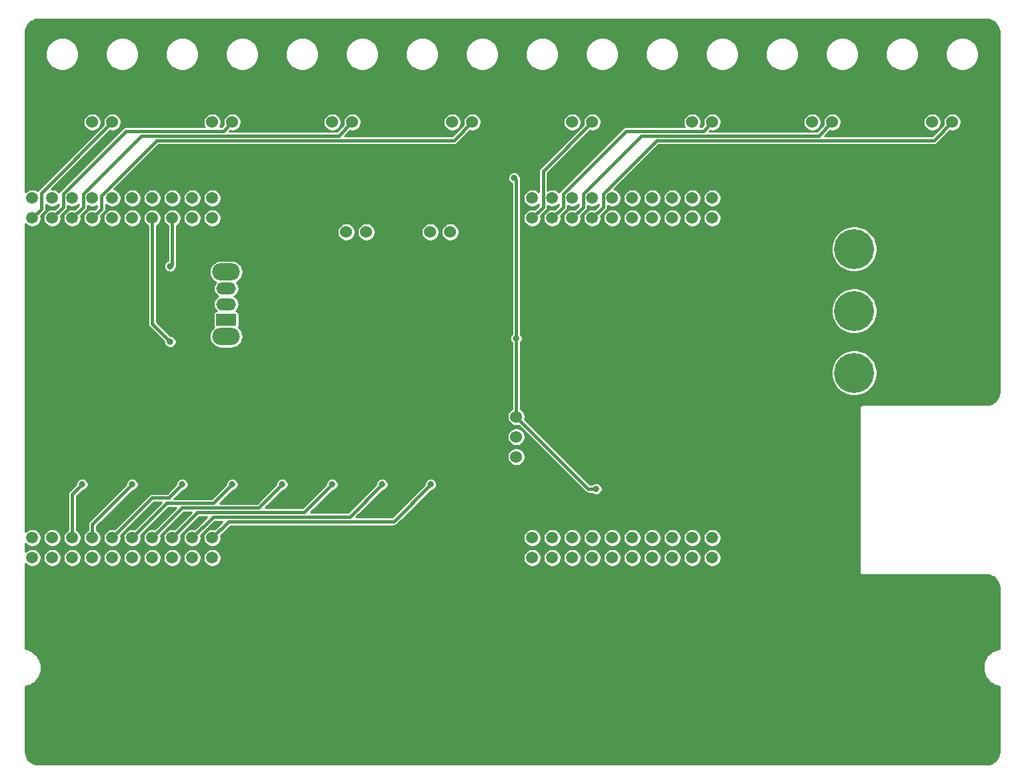
<source format=gbr>
G04 #@! TF.GenerationSoftware,KiCad,Pcbnew,(5.1.4)-1*
G04 #@! TF.CreationDate,2020-11-30T13:37:12-06:00*
G04 #@! TF.ProjectId,gimble_board,67696d62-6c65-45f6-926f-6172642e6b69,rev?*
G04 #@! TF.SameCoordinates,Original*
G04 #@! TF.FileFunction,Copper,L2,Bot*
G04 #@! TF.FilePolarity,Positive*
%FSLAX46Y46*%
G04 Gerber Fmt 4.6, Leading zero omitted, Abs format (unit mm)*
G04 Created by KiCad (PCBNEW (5.1.4)-1) date 2020-11-30 13:37:12*
%MOMM*%
%LPD*%
G04 APERTURE LIST*
%ADD10C,1.520000*%
%ADD11R,2.500000X1.500000*%
%ADD12O,2.500000X1.500000*%
%ADD13O,3.500000X2.200000*%
%ADD14C,5.080000*%
%ADD15C,1.524000*%
%ADD16C,0.800000*%
%ADD17C,0.381000*%
%ADD18C,0.254000*%
G04 APERTURE END LIST*
D10*
X110490000Y-119380000D03*
X133350000Y-73660000D03*
X130810000Y-73660000D03*
X123190000Y-73660000D03*
X120650000Y-116840000D03*
X125730000Y-73660000D03*
X128270000Y-73660000D03*
X125730000Y-119380000D03*
X130810000Y-116840000D03*
X120650000Y-73660000D03*
X118110000Y-73660000D03*
X130810000Y-119380000D03*
X125730000Y-116840000D03*
X123190000Y-116840000D03*
X110490000Y-116840000D03*
X113030000Y-116840000D03*
X115570000Y-116840000D03*
X118110000Y-116840000D03*
X128270000Y-116840000D03*
X133350000Y-116840000D03*
X113030000Y-119380000D03*
X115570000Y-119380000D03*
X118110000Y-119380000D03*
X120650000Y-119380000D03*
X123190000Y-119380000D03*
X128270000Y-119380000D03*
X133350000Y-119380000D03*
X110490000Y-76200000D03*
X113030000Y-76200000D03*
X115570000Y-76200000D03*
X118110000Y-76200000D03*
X120650000Y-76200000D03*
X123190000Y-76200000D03*
X125730000Y-76200000D03*
X128270000Y-76200000D03*
X130810000Y-76200000D03*
X133350000Y-76200000D03*
X110490000Y-73660000D03*
X113030000Y-73660000D03*
X115570000Y-73660000D03*
X46990000Y-116840000D03*
X49530000Y-116840000D03*
X52070000Y-116840000D03*
X54610000Y-116840000D03*
X57150000Y-116840000D03*
X59690000Y-116840000D03*
X62230000Y-116840000D03*
X64770000Y-116840000D03*
X67310000Y-116840000D03*
X69850000Y-116840000D03*
X46990000Y-119380000D03*
X49530000Y-119380000D03*
X52070000Y-119380000D03*
X54610000Y-119380000D03*
X57150000Y-119380000D03*
X59690000Y-119380000D03*
X62230000Y-119380000D03*
X64770000Y-119380000D03*
X67310000Y-119380000D03*
X69850000Y-119380000D03*
X46990000Y-76200000D03*
X49530000Y-76200000D03*
X52070000Y-76200000D03*
X54610000Y-76200000D03*
X57150000Y-76200000D03*
X59690000Y-76200000D03*
X62230000Y-76200000D03*
X64770000Y-76200000D03*
X67310000Y-76200000D03*
X69850000Y-76200000D03*
X46990000Y-73660000D03*
X49530000Y-73660000D03*
X52070000Y-73660000D03*
X54610000Y-73660000D03*
X57150000Y-73660000D03*
X59690000Y-73660000D03*
X62230000Y-73660000D03*
X64770000Y-73660000D03*
X67310000Y-73660000D03*
X69850000Y-73660000D03*
D11*
X71628000Y-89154000D03*
D12*
X71628000Y-87154000D03*
X71628000Y-85154000D03*
D13*
X71628000Y-91254000D03*
X71628000Y-83054000D03*
D14*
X151384000Y-80137000D03*
X151384000Y-88011000D03*
X151384000Y-95885000D03*
D15*
X57150000Y-64008000D03*
X54610000Y-64008000D03*
X52070000Y-64008000D03*
X67310000Y-64008000D03*
X69850000Y-64008000D03*
X72390000Y-64008000D03*
X87630000Y-64008000D03*
X85090000Y-64008000D03*
X82550000Y-64008000D03*
X97790000Y-64008000D03*
X100330000Y-64008000D03*
X102870000Y-64008000D03*
X118110000Y-64008000D03*
X115570000Y-64008000D03*
X113030000Y-64008000D03*
X128270000Y-64008000D03*
X130810000Y-64008000D03*
X133350000Y-64008000D03*
X143510000Y-64008000D03*
X146050000Y-64008000D03*
X148590000Y-64008000D03*
X163830000Y-64008000D03*
X161290000Y-64008000D03*
X158750000Y-64008000D03*
X108458000Y-106553000D03*
X108458000Y-104013000D03*
X108458000Y-101473000D03*
X97536000Y-77978000D03*
X100076000Y-77978000D03*
X102616000Y-77978000D03*
X86868000Y-77978000D03*
X89408000Y-77978000D03*
X91948000Y-77978000D03*
D16*
X108204000Y-71120000D03*
X118618000Y-110617000D03*
X108458000Y-91496500D03*
X64516000Y-91920000D03*
X64516000Y-82324000D03*
X53340000Y-110070000D03*
X59690000Y-110070000D03*
X66040000Y-110070000D03*
X72390000Y-110070000D03*
X78740000Y-110070000D03*
X85090000Y-110070000D03*
X91440000Y-110070000D03*
X97615001Y-110070000D03*
X83312000Y-90706000D03*
D17*
X108458000Y-71374000D02*
X108204000Y-71120000D01*
X108458000Y-101473000D02*
X108458000Y-71374000D01*
X117602000Y-110617000D02*
X118618000Y-110617000D01*
X108458000Y-101473000D02*
X117602000Y-110617000D01*
X62230000Y-89634000D02*
X64516000Y-91920000D01*
X62230000Y-76200000D02*
X62230000Y-89634000D01*
X64770000Y-82070000D02*
X64516000Y-82324000D01*
X64770000Y-76200000D02*
X64770000Y-82070000D01*
X52070000Y-111340000D02*
X53340000Y-110070000D01*
X52070000Y-116840000D02*
X52070000Y-111340000D01*
X54610000Y-115150000D02*
X59690000Y-110070000D01*
X54610000Y-116840000D02*
X54610000Y-115150000D01*
X57150000Y-116840000D02*
X62230000Y-111760000D01*
X64350000Y-111760000D02*
X66040000Y-110070000D01*
X62230000Y-111760000D02*
X64350000Y-111760000D01*
X70011010Y-112448990D02*
X72390000Y-110070000D01*
X64081010Y-112448990D02*
X70011010Y-112448990D01*
X59690000Y-116840000D02*
X64081010Y-112448990D01*
X62230000Y-116840000D02*
X66040000Y-113030000D01*
X75780000Y-113030000D02*
X78740000Y-110070000D01*
X66040000Y-113030000D02*
X75780000Y-113030000D01*
X64770000Y-116840000D02*
X67998990Y-113611010D01*
X81548990Y-113611010D02*
X85090000Y-110070000D01*
X67998990Y-113611010D02*
X81548990Y-113611010D01*
X67310000Y-116840000D02*
X69957980Y-114192020D01*
X87317980Y-114192020D02*
X91440000Y-110070000D01*
X69957980Y-114192020D02*
X87317980Y-114192020D01*
X69850000Y-116840000D02*
X71916970Y-114773030D01*
X92911971Y-114773030D02*
X97615001Y-110070000D01*
X71916970Y-114773030D02*
X92911971Y-114773030D01*
X91948000Y-82070000D02*
X83312000Y-90706000D01*
X91948000Y-77978000D02*
X91948000Y-82070000D01*
X48140501Y-75049499D02*
X46990000Y-76200000D01*
X48140501Y-73017499D02*
X48140501Y-75049499D01*
X57150000Y-64008000D02*
X48140501Y-73017499D01*
X71237499Y-65160501D02*
X72390000Y-64008000D01*
X58866757Y-65160501D02*
X71237499Y-65160501D01*
X50919499Y-73107759D02*
X58866757Y-65160501D01*
X50919499Y-74810501D02*
X50919499Y-73107759D01*
X49530000Y-76200000D02*
X50919499Y-74810501D01*
X85896489Y-65741511D02*
X87630000Y-64008000D01*
X60825747Y-65741511D02*
X85896489Y-65741511D01*
X53459499Y-73107759D02*
X60825747Y-65741511D01*
X53459499Y-74810501D02*
X53459499Y-73107759D01*
X52070000Y-76200000D02*
X53459499Y-74810501D01*
X100555479Y-66322521D02*
X102870000Y-64008000D01*
X62784737Y-66322521D02*
X100555479Y-66322521D01*
X55760501Y-73346757D02*
X62784737Y-66322521D01*
X55760501Y-75049499D02*
X55760501Y-73346757D01*
X54610000Y-76200000D02*
X55760501Y-75049499D01*
X111879499Y-74810501D02*
X110490000Y-76200000D01*
X111879499Y-70238501D02*
X111879499Y-74810501D01*
X118110000Y-64008000D02*
X111879499Y-70238501D01*
X132197499Y-65160501D02*
X133350000Y-64008000D01*
X122366757Y-65160501D02*
X132197499Y-65160501D01*
X114419499Y-73107759D02*
X122366757Y-65160501D01*
X114419499Y-74810501D02*
X114419499Y-73107759D01*
X113030000Y-76200000D02*
X114419499Y-74810501D01*
X146856489Y-65741511D02*
X148590000Y-64008000D01*
X124325747Y-65741511D02*
X146856489Y-65741511D01*
X116959499Y-74810501D02*
X116959499Y-73107759D01*
X116959499Y-73107759D02*
X124325747Y-65741511D01*
X115570000Y-76200000D02*
X116959499Y-74810501D01*
X161515479Y-66322521D02*
X163830000Y-64008000D01*
X126284737Y-66322521D02*
X161515479Y-66322521D01*
X119499499Y-73107759D02*
X126284737Y-66322521D01*
X119499499Y-74810501D02*
X119499499Y-73107759D01*
X118110000Y-76200000D02*
X119499499Y-74810501D01*
D18*
G36*
X168463444Y-50984876D02*
G01*
X168766878Y-51076488D01*
X169046734Y-51225290D01*
X169292363Y-51425620D01*
X169494402Y-51669843D01*
X169645155Y-51948654D01*
X169738882Y-52251439D01*
X169774001Y-52585577D01*
X169774000Y-98278146D01*
X169741124Y-98613444D01*
X169649512Y-98916880D01*
X169500706Y-99196740D01*
X169300379Y-99442365D01*
X169056158Y-99644401D01*
X168777345Y-99795155D01*
X168474562Y-99888882D01*
X168140432Y-99924000D01*
X152419941Y-99924000D01*
X152400000Y-99922036D01*
X152380060Y-99924000D01*
X152380059Y-99924000D01*
X152320410Y-99929875D01*
X152243879Y-99953090D01*
X152173347Y-99990790D01*
X152111526Y-100041526D01*
X152060790Y-100103347D01*
X152023090Y-100173879D01*
X151999875Y-100250410D01*
X151992036Y-100330000D01*
X151994001Y-100349951D01*
X151994000Y-121138059D01*
X151992036Y-121158000D01*
X151999875Y-121237590D01*
X152023090Y-121314121D01*
X152060790Y-121384653D01*
X152111526Y-121446474D01*
X152173347Y-121497210D01*
X152243879Y-121534910D01*
X152320410Y-121558125D01*
X152360383Y-121562062D01*
X152400000Y-121565964D01*
X152419940Y-121564000D01*
X168128146Y-121564000D01*
X168463444Y-121596876D01*
X168766878Y-121688488D01*
X169046734Y-121837290D01*
X169292363Y-122037620D01*
X169494402Y-122281843D01*
X169645155Y-122560654D01*
X169738882Y-122863439D01*
X169774001Y-123197577D01*
X169774000Y-130952010D01*
X169712267Y-130958934D01*
X169676209Y-130966598D01*
X169640177Y-130973733D01*
X169634771Y-130975406D01*
X169634761Y-130975408D01*
X169634752Y-130975412D01*
X169256748Y-131095322D01*
X169222926Y-131109818D01*
X169188906Y-131123840D01*
X169183923Y-131126534D01*
X169183918Y-131126536D01*
X169183914Y-131126539D01*
X168836395Y-131317588D01*
X168806014Y-131338390D01*
X168775383Y-131358742D01*
X168771015Y-131362355D01*
X168467220Y-131617270D01*
X168441461Y-131643575D01*
X168415364Y-131669490D01*
X168411786Y-131673877D01*
X168411780Y-131673883D01*
X168411776Y-131673890D01*
X168163284Y-131982951D01*
X168143131Y-132013748D01*
X168122558Y-132044248D01*
X168119897Y-132049253D01*
X167936164Y-132400700D01*
X167922385Y-132434803D01*
X167908119Y-132468742D01*
X167906480Y-132474169D01*
X167794510Y-132854611D01*
X167787611Y-132890780D01*
X167780216Y-132926803D01*
X167779663Y-132932445D01*
X167743721Y-133327390D01*
X167743978Y-133364186D01*
X167743721Y-133400982D01*
X167744274Y-133406624D01*
X167785727Y-133801028D01*
X167793129Y-133837087D01*
X167800022Y-133873220D01*
X167801660Y-133878647D01*
X167918931Y-134257490D01*
X167933218Y-134291478D01*
X167946976Y-134325530D01*
X167949632Y-134330527D01*
X167949636Y-134330536D01*
X167949641Y-134330543D01*
X168138259Y-134679384D01*
X168158836Y-134709890D01*
X168178984Y-134740680D01*
X168182567Y-134745074D01*
X168435354Y-135050642D01*
X168461471Y-135076577D01*
X168487211Y-135102862D01*
X168491579Y-135106476D01*
X168798904Y-135357124D01*
X168829580Y-135377505D01*
X168859916Y-135398276D01*
X168864902Y-135400973D01*
X169215059Y-135587154D01*
X169249087Y-135601180D01*
X169282903Y-135615673D01*
X169288314Y-135617349D01*
X169288320Y-135617351D01*
X169667969Y-135731973D01*
X169704101Y-135739127D01*
X169740059Y-135746770D01*
X169745688Y-135747362D01*
X169745698Y-135747364D01*
X169745707Y-135747364D01*
X169774001Y-135750138D01*
X169774000Y-143998146D01*
X169741124Y-144333444D01*
X169649512Y-144636880D01*
X169500706Y-144916740D01*
X169300379Y-145162365D01*
X169056158Y-145364401D01*
X168777345Y-145515155D01*
X168474562Y-145608882D01*
X168140432Y-145644000D01*
X47771854Y-145644000D01*
X47436556Y-145611124D01*
X47133120Y-145519512D01*
X46853260Y-145370706D01*
X46607635Y-145170379D01*
X46405599Y-144926158D01*
X46254845Y-144647345D01*
X46161118Y-144344562D01*
X46126000Y-144010432D01*
X46126000Y-135747990D01*
X46187733Y-135741066D01*
X46223777Y-135733405D01*
X46259824Y-135726267D01*
X46265231Y-135724594D01*
X46265238Y-135724592D01*
X46265244Y-135724589D01*
X46643253Y-135604678D01*
X46677086Y-135590177D01*
X46711095Y-135576160D01*
X46716078Y-135573466D01*
X46716083Y-135573464D01*
X46716087Y-135573461D01*
X47063605Y-135382412D01*
X47094002Y-135361599D01*
X47124617Y-135341258D01*
X47128985Y-135337645D01*
X47432780Y-135082729D01*
X47458537Y-135056428D01*
X47484636Y-135030510D01*
X47488214Y-135026123D01*
X47488220Y-135026117D01*
X47488224Y-135026110D01*
X47736716Y-134717049D01*
X47756876Y-134686241D01*
X47777441Y-134655752D01*
X47780103Y-134650747D01*
X47963836Y-134299300D01*
X47977609Y-134265210D01*
X47991881Y-134231259D01*
X47993520Y-134225831D01*
X48105489Y-133845390D01*
X48112382Y-133809256D01*
X48119784Y-133773197D01*
X48120337Y-133767555D01*
X48156279Y-133372610D01*
X48156022Y-133335814D01*
X48156279Y-133299018D01*
X48155726Y-133293376D01*
X48114273Y-132898972D01*
X48106868Y-132862900D01*
X48099978Y-132826780D01*
X48098340Y-132821353D01*
X47981069Y-132442511D01*
X47966792Y-132408548D01*
X47953024Y-132374470D01*
X47950363Y-132369464D01*
X47761741Y-132020616D01*
X47741164Y-131990110D01*
X47721016Y-131959320D01*
X47717433Y-131954927D01*
X47717432Y-131954925D01*
X47717428Y-131954921D01*
X47464646Y-131649358D01*
X47438494Y-131623388D01*
X47412789Y-131597139D01*
X47408427Y-131593530D01*
X47408422Y-131593525D01*
X47408417Y-131593521D01*
X47101096Y-131342876D01*
X47070389Y-131322474D01*
X47040084Y-131301724D01*
X47035102Y-131299030D01*
X47035098Y-131299027D01*
X47035094Y-131299025D01*
X46684941Y-131112845D01*
X46650892Y-131098811D01*
X46617097Y-131084327D01*
X46611682Y-131082650D01*
X46232031Y-130968027D01*
X46195899Y-130960873D01*
X46159941Y-130953230D01*
X46154312Y-130952638D01*
X46154302Y-130952636D01*
X46154293Y-130952636D01*
X46126000Y-130949862D01*
X46126000Y-120129618D01*
X46262655Y-120266273D01*
X46449534Y-120391141D01*
X46657183Y-120477152D01*
X46877621Y-120521000D01*
X47102379Y-120521000D01*
X47322817Y-120477152D01*
X47530466Y-120391141D01*
X47717345Y-120266273D01*
X47876273Y-120107345D01*
X48001141Y-119920466D01*
X48087152Y-119712817D01*
X48131000Y-119492379D01*
X48131000Y-119267621D01*
X48389000Y-119267621D01*
X48389000Y-119492379D01*
X48432848Y-119712817D01*
X48518859Y-119920466D01*
X48643727Y-120107345D01*
X48802655Y-120266273D01*
X48989534Y-120391141D01*
X49197183Y-120477152D01*
X49417621Y-120521000D01*
X49642379Y-120521000D01*
X49862817Y-120477152D01*
X50070466Y-120391141D01*
X50257345Y-120266273D01*
X50416273Y-120107345D01*
X50541141Y-119920466D01*
X50627152Y-119712817D01*
X50671000Y-119492379D01*
X50671000Y-119267621D01*
X50929000Y-119267621D01*
X50929000Y-119492379D01*
X50972848Y-119712817D01*
X51058859Y-119920466D01*
X51183727Y-120107345D01*
X51342655Y-120266273D01*
X51529534Y-120391141D01*
X51737183Y-120477152D01*
X51957621Y-120521000D01*
X52182379Y-120521000D01*
X52402817Y-120477152D01*
X52610466Y-120391141D01*
X52797345Y-120266273D01*
X52956273Y-120107345D01*
X53081141Y-119920466D01*
X53167152Y-119712817D01*
X53211000Y-119492379D01*
X53211000Y-119267621D01*
X53469000Y-119267621D01*
X53469000Y-119492379D01*
X53512848Y-119712817D01*
X53598859Y-119920466D01*
X53723727Y-120107345D01*
X53882655Y-120266273D01*
X54069534Y-120391141D01*
X54277183Y-120477152D01*
X54497621Y-120521000D01*
X54722379Y-120521000D01*
X54942817Y-120477152D01*
X55150466Y-120391141D01*
X55337345Y-120266273D01*
X55496273Y-120107345D01*
X55621141Y-119920466D01*
X55707152Y-119712817D01*
X55751000Y-119492379D01*
X55751000Y-119267621D01*
X56009000Y-119267621D01*
X56009000Y-119492379D01*
X56052848Y-119712817D01*
X56138859Y-119920466D01*
X56263727Y-120107345D01*
X56422655Y-120266273D01*
X56609534Y-120391141D01*
X56817183Y-120477152D01*
X57037621Y-120521000D01*
X57262379Y-120521000D01*
X57482817Y-120477152D01*
X57690466Y-120391141D01*
X57877345Y-120266273D01*
X58036273Y-120107345D01*
X58161141Y-119920466D01*
X58247152Y-119712817D01*
X58291000Y-119492379D01*
X58291000Y-119267621D01*
X58549000Y-119267621D01*
X58549000Y-119492379D01*
X58592848Y-119712817D01*
X58678859Y-119920466D01*
X58803727Y-120107345D01*
X58962655Y-120266273D01*
X59149534Y-120391141D01*
X59357183Y-120477152D01*
X59577621Y-120521000D01*
X59802379Y-120521000D01*
X60022817Y-120477152D01*
X60230466Y-120391141D01*
X60417345Y-120266273D01*
X60576273Y-120107345D01*
X60701141Y-119920466D01*
X60787152Y-119712817D01*
X60831000Y-119492379D01*
X60831000Y-119267621D01*
X61089000Y-119267621D01*
X61089000Y-119492379D01*
X61132848Y-119712817D01*
X61218859Y-119920466D01*
X61343727Y-120107345D01*
X61502655Y-120266273D01*
X61689534Y-120391141D01*
X61897183Y-120477152D01*
X62117621Y-120521000D01*
X62342379Y-120521000D01*
X62562817Y-120477152D01*
X62770466Y-120391141D01*
X62957345Y-120266273D01*
X63116273Y-120107345D01*
X63241141Y-119920466D01*
X63327152Y-119712817D01*
X63371000Y-119492379D01*
X63371000Y-119267621D01*
X63629000Y-119267621D01*
X63629000Y-119492379D01*
X63672848Y-119712817D01*
X63758859Y-119920466D01*
X63883727Y-120107345D01*
X64042655Y-120266273D01*
X64229534Y-120391141D01*
X64437183Y-120477152D01*
X64657621Y-120521000D01*
X64882379Y-120521000D01*
X65102817Y-120477152D01*
X65310466Y-120391141D01*
X65497345Y-120266273D01*
X65656273Y-120107345D01*
X65781141Y-119920466D01*
X65867152Y-119712817D01*
X65911000Y-119492379D01*
X65911000Y-119267621D01*
X66169000Y-119267621D01*
X66169000Y-119492379D01*
X66212848Y-119712817D01*
X66298859Y-119920466D01*
X66423727Y-120107345D01*
X66582655Y-120266273D01*
X66769534Y-120391141D01*
X66977183Y-120477152D01*
X67197621Y-120521000D01*
X67422379Y-120521000D01*
X67642817Y-120477152D01*
X67850466Y-120391141D01*
X68037345Y-120266273D01*
X68196273Y-120107345D01*
X68321141Y-119920466D01*
X68407152Y-119712817D01*
X68451000Y-119492379D01*
X68451000Y-119267621D01*
X68709000Y-119267621D01*
X68709000Y-119492379D01*
X68752848Y-119712817D01*
X68838859Y-119920466D01*
X68963727Y-120107345D01*
X69122655Y-120266273D01*
X69309534Y-120391141D01*
X69517183Y-120477152D01*
X69737621Y-120521000D01*
X69962379Y-120521000D01*
X70182817Y-120477152D01*
X70390466Y-120391141D01*
X70577345Y-120266273D01*
X70736273Y-120107345D01*
X70861141Y-119920466D01*
X70947152Y-119712817D01*
X70991000Y-119492379D01*
X70991000Y-119267621D01*
X109349000Y-119267621D01*
X109349000Y-119492379D01*
X109392848Y-119712817D01*
X109478859Y-119920466D01*
X109603727Y-120107345D01*
X109762655Y-120266273D01*
X109949534Y-120391141D01*
X110157183Y-120477152D01*
X110377621Y-120521000D01*
X110602379Y-120521000D01*
X110822817Y-120477152D01*
X111030466Y-120391141D01*
X111217345Y-120266273D01*
X111376273Y-120107345D01*
X111501141Y-119920466D01*
X111587152Y-119712817D01*
X111631000Y-119492379D01*
X111631000Y-119267621D01*
X111889000Y-119267621D01*
X111889000Y-119492379D01*
X111932848Y-119712817D01*
X112018859Y-119920466D01*
X112143727Y-120107345D01*
X112302655Y-120266273D01*
X112489534Y-120391141D01*
X112697183Y-120477152D01*
X112917621Y-120521000D01*
X113142379Y-120521000D01*
X113362817Y-120477152D01*
X113570466Y-120391141D01*
X113757345Y-120266273D01*
X113916273Y-120107345D01*
X114041141Y-119920466D01*
X114127152Y-119712817D01*
X114171000Y-119492379D01*
X114171000Y-119267621D01*
X114429000Y-119267621D01*
X114429000Y-119492379D01*
X114472848Y-119712817D01*
X114558859Y-119920466D01*
X114683727Y-120107345D01*
X114842655Y-120266273D01*
X115029534Y-120391141D01*
X115237183Y-120477152D01*
X115457621Y-120521000D01*
X115682379Y-120521000D01*
X115902817Y-120477152D01*
X116110466Y-120391141D01*
X116297345Y-120266273D01*
X116456273Y-120107345D01*
X116581141Y-119920466D01*
X116667152Y-119712817D01*
X116711000Y-119492379D01*
X116711000Y-119267621D01*
X116969000Y-119267621D01*
X116969000Y-119492379D01*
X117012848Y-119712817D01*
X117098859Y-119920466D01*
X117223727Y-120107345D01*
X117382655Y-120266273D01*
X117569534Y-120391141D01*
X117777183Y-120477152D01*
X117997621Y-120521000D01*
X118222379Y-120521000D01*
X118442817Y-120477152D01*
X118650466Y-120391141D01*
X118837345Y-120266273D01*
X118996273Y-120107345D01*
X119121141Y-119920466D01*
X119207152Y-119712817D01*
X119251000Y-119492379D01*
X119251000Y-119267621D01*
X119509000Y-119267621D01*
X119509000Y-119492379D01*
X119552848Y-119712817D01*
X119638859Y-119920466D01*
X119763727Y-120107345D01*
X119922655Y-120266273D01*
X120109534Y-120391141D01*
X120317183Y-120477152D01*
X120537621Y-120521000D01*
X120762379Y-120521000D01*
X120982817Y-120477152D01*
X121190466Y-120391141D01*
X121377345Y-120266273D01*
X121536273Y-120107345D01*
X121661141Y-119920466D01*
X121747152Y-119712817D01*
X121791000Y-119492379D01*
X121791000Y-119267621D01*
X122049000Y-119267621D01*
X122049000Y-119492379D01*
X122092848Y-119712817D01*
X122178859Y-119920466D01*
X122303727Y-120107345D01*
X122462655Y-120266273D01*
X122649534Y-120391141D01*
X122857183Y-120477152D01*
X123077621Y-120521000D01*
X123302379Y-120521000D01*
X123522817Y-120477152D01*
X123730466Y-120391141D01*
X123917345Y-120266273D01*
X124076273Y-120107345D01*
X124201141Y-119920466D01*
X124287152Y-119712817D01*
X124331000Y-119492379D01*
X124331000Y-119267621D01*
X124589000Y-119267621D01*
X124589000Y-119492379D01*
X124632848Y-119712817D01*
X124718859Y-119920466D01*
X124843727Y-120107345D01*
X125002655Y-120266273D01*
X125189534Y-120391141D01*
X125397183Y-120477152D01*
X125617621Y-120521000D01*
X125842379Y-120521000D01*
X126062817Y-120477152D01*
X126270466Y-120391141D01*
X126457345Y-120266273D01*
X126616273Y-120107345D01*
X126741141Y-119920466D01*
X126827152Y-119712817D01*
X126871000Y-119492379D01*
X126871000Y-119267621D01*
X127129000Y-119267621D01*
X127129000Y-119492379D01*
X127172848Y-119712817D01*
X127258859Y-119920466D01*
X127383727Y-120107345D01*
X127542655Y-120266273D01*
X127729534Y-120391141D01*
X127937183Y-120477152D01*
X128157621Y-120521000D01*
X128382379Y-120521000D01*
X128602817Y-120477152D01*
X128810466Y-120391141D01*
X128997345Y-120266273D01*
X129156273Y-120107345D01*
X129281141Y-119920466D01*
X129367152Y-119712817D01*
X129411000Y-119492379D01*
X129411000Y-119267621D01*
X129669000Y-119267621D01*
X129669000Y-119492379D01*
X129712848Y-119712817D01*
X129798859Y-119920466D01*
X129923727Y-120107345D01*
X130082655Y-120266273D01*
X130269534Y-120391141D01*
X130477183Y-120477152D01*
X130697621Y-120521000D01*
X130922379Y-120521000D01*
X131142817Y-120477152D01*
X131350466Y-120391141D01*
X131537345Y-120266273D01*
X131696273Y-120107345D01*
X131821141Y-119920466D01*
X131907152Y-119712817D01*
X131951000Y-119492379D01*
X131951000Y-119267621D01*
X132209000Y-119267621D01*
X132209000Y-119492379D01*
X132252848Y-119712817D01*
X132338859Y-119920466D01*
X132463727Y-120107345D01*
X132622655Y-120266273D01*
X132809534Y-120391141D01*
X133017183Y-120477152D01*
X133237621Y-120521000D01*
X133462379Y-120521000D01*
X133682817Y-120477152D01*
X133890466Y-120391141D01*
X134077345Y-120266273D01*
X134236273Y-120107345D01*
X134361141Y-119920466D01*
X134447152Y-119712817D01*
X134491000Y-119492379D01*
X134491000Y-119267621D01*
X134447152Y-119047183D01*
X134361141Y-118839534D01*
X134236273Y-118652655D01*
X134077345Y-118493727D01*
X133890466Y-118368859D01*
X133682817Y-118282848D01*
X133462379Y-118239000D01*
X133237621Y-118239000D01*
X133017183Y-118282848D01*
X132809534Y-118368859D01*
X132622655Y-118493727D01*
X132463727Y-118652655D01*
X132338859Y-118839534D01*
X132252848Y-119047183D01*
X132209000Y-119267621D01*
X131951000Y-119267621D01*
X131907152Y-119047183D01*
X131821141Y-118839534D01*
X131696273Y-118652655D01*
X131537345Y-118493727D01*
X131350466Y-118368859D01*
X131142817Y-118282848D01*
X130922379Y-118239000D01*
X130697621Y-118239000D01*
X130477183Y-118282848D01*
X130269534Y-118368859D01*
X130082655Y-118493727D01*
X129923727Y-118652655D01*
X129798859Y-118839534D01*
X129712848Y-119047183D01*
X129669000Y-119267621D01*
X129411000Y-119267621D01*
X129367152Y-119047183D01*
X129281141Y-118839534D01*
X129156273Y-118652655D01*
X128997345Y-118493727D01*
X128810466Y-118368859D01*
X128602817Y-118282848D01*
X128382379Y-118239000D01*
X128157621Y-118239000D01*
X127937183Y-118282848D01*
X127729534Y-118368859D01*
X127542655Y-118493727D01*
X127383727Y-118652655D01*
X127258859Y-118839534D01*
X127172848Y-119047183D01*
X127129000Y-119267621D01*
X126871000Y-119267621D01*
X126827152Y-119047183D01*
X126741141Y-118839534D01*
X126616273Y-118652655D01*
X126457345Y-118493727D01*
X126270466Y-118368859D01*
X126062817Y-118282848D01*
X125842379Y-118239000D01*
X125617621Y-118239000D01*
X125397183Y-118282848D01*
X125189534Y-118368859D01*
X125002655Y-118493727D01*
X124843727Y-118652655D01*
X124718859Y-118839534D01*
X124632848Y-119047183D01*
X124589000Y-119267621D01*
X124331000Y-119267621D01*
X124287152Y-119047183D01*
X124201141Y-118839534D01*
X124076273Y-118652655D01*
X123917345Y-118493727D01*
X123730466Y-118368859D01*
X123522817Y-118282848D01*
X123302379Y-118239000D01*
X123077621Y-118239000D01*
X122857183Y-118282848D01*
X122649534Y-118368859D01*
X122462655Y-118493727D01*
X122303727Y-118652655D01*
X122178859Y-118839534D01*
X122092848Y-119047183D01*
X122049000Y-119267621D01*
X121791000Y-119267621D01*
X121747152Y-119047183D01*
X121661141Y-118839534D01*
X121536273Y-118652655D01*
X121377345Y-118493727D01*
X121190466Y-118368859D01*
X120982817Y-118282848D01*
X120762379Y-118239000D01*
X120537621Y-118239000D01*
X120317183Y-118282848D01*
X120109534Y-118368859D01*
X119922655Y-118493727D01*
X119763727Y-118652655D01*
X119638859Y-118839534D01*
X119552848Y-119047183D01*
X119509000Y-119267621D01*
X119251000Y-119267621D01*
X119207152Y-119047183D01*
X119121141Y-118839534D01*
X118996273Y-118652655D01*
X118837345Y-118493727D01*
X118650466Y-118368859D01*
X118442817Y-118282848D01*
X118222379Y-118239000D01*
X117997621Y-118239000D01*
X117777183Y-118282848D01*
X117569534Y-118368859D01*
X117382655Y-118493727D01*
X117223727Y-118652655D01*
X117098859Y-118839534D01*
X117012848Y-119047183D01*
X116969000Y-119267621D01*
X116711000Y-119267621D01*
X116667152Y-119047183D01*
X116581141Y-118839534D01*
X116456273Y-118652655D01*
X116297345Y-118493727D01*
X116110466Y-118368859D01*
X115902817Y-118282848D01*
X115682379Y-118239000D01*
X115457621Y-118239000D01*
X115237183Y-118282848D01*
X115029534Y-118368859D01*
X114842655Y-118493727D01*
X114683727Y-118652655D01*
X114558859Y-118839534D01*
X114472848Y-119047183D01*
X114429000Y-119267621D01*
X114171000Y-119267621D01*
X114127152Y-119047183D01*
X114041141Y-118839534D01*
X113916273Y-118652655D01*
X113757345Y-118493727D01*
X113570466Y-118368859D01*
X113362817Y-118282848D01*
X113142379Y-118239000D01*
X112917621Y-118239000D01*
X112697183Y-118282848D01*
X112489534Y-118368859D01*
X112302655Y-118493727D01*
X112143727Y-118652655D01*
X112018859Y-118839534D01*
X111932848Y-119047183D01*
X111889000Y-119267621D01*
X111631000Y-119267621D01*
X111587152Y-119047183D01*
X111501141Y-118839534D01*
X111376273Y-118652655D01*
X111217345Y-118493727D01*
X111030466Y-118368859D01*
X110822817Y-118282848D01*
X110602379Y-118239000D01*
X110377621Y-118239000D01*
X110157183Y-118282848D01*
X109949534Y-118368859D01*
X109762655Y-118493727D01*
X109603727Y-118652655D01*
X109478859Y-118839534D01*
X109392848Y-119047183D01*
X109349000Y-119267621D01*
X70991000Y-119267621D01*
X70947152Y-119047183D01*
X70861141Y-118839534D01*
X70736273Y-118652655D01*
X70577345Y-118493727D01*
X70390466Y-118368859D01*
X70182817Y-118282848D01*
X69962379Y-118239000D01*
X69737621Y-118239000D01*
X69517183Y-118282848D01*
X69309534Y-118368859D01*
X69122655Y-118493727D01*
X68963727Y-118652655D01*
X68838859Y-118839534D01*
X68752848Y-119047183D01*
X68709000Y-119267621D01*
X68451000Y-119267621D01*
X68407152Y-119047183D01*
X68321141Y-118839534D01*
X68196273Y-118652655D01*
X68037345Y-118493727D01*
X67850466Y-118368859D01*
X67642817Y-118282848D01*
X67422379Y-118239000D01*
X67197621Y-118239000D01*
X66977183Y-118282848D01*
X66769534Y-118368859D01*
X66582655Y-118493727D01*
X66423727Y-118652655D01*
X66298859Y-118839534D01*
X66212848Y-119047183D01*
X66169000Y-119267621D01*
X65911000Y-119267621D01*
X65867152Y-119047183D01*
X65781141Y-118839534D01*
X65656273Y-118652655D01*
X65497345Y-118493727D01*
X65310466Y-118368859D01*
X65102817Y-118282848D01*
X64882379Y-118239000D01*
X64657621Y-118239000D01*
X64437183Y-118282848D01*
X64229534Y-118368859D01*
X64042655Y-118493727D01*
X63883727Y-118652655D01*
X63758859Y-118839534D01*
X63672848Y-119047183D01*
X63629000Y-119267621D01*
X63371000Y-119267621D01*
X63327152Y-119047183D01*
X63241141Y-118839534D01*
X63116273Y-118652655D01*
X62957345Y-118493727D01*
X62770466Y-118368859D01*
X62562817Y-118282848D01*
X62342379Y-118239000D01*
X62117621Y-118239000D01*
X61897183Y-118282848D01*
X61689534Y-118368859D01*
X61502655Y-118493727D01*
X61343727Y-118652655D01*
X61218859Y-118839534D01*
X61132848Y-119047183D01*
X61089000Y-119267621D01*
X60831000Y-119267621D01*
X60787152Y-119047183D01*
X60701141Y-118839534D01*
X60576273Y-118652655D01*
X60417345Y-118493727D01*
X60230466Y-118368859D01*
X60022817Y-118282848D01*
X59802379Y-118239000D01*
X59577621Y-118239000D01*
X59357183Y-118282848D01*
X59149534Y-118368859D01*
X58962655Y-118493727D01*
X58803727Y-118652655D01*
X58678859Y-118839534D01*
X58592848Y-119047183D01*
X58549000Y-119267621D01*
X58291000Y-119267621D01*
X58247152Y-119047183D01*
X58161141Y-118839534D01*
X58036273Y-118652655D01*
X57877345Y-118493727D01*
X57690466Y-118368859D01*
X57482817Y-118282848D01*
X57262379Y-118239000D01*
X57037621Y-118239000D01*
X56817183Y-118282848D01*
X56609534Y-118368859D01*
X56422655Y-118493727D01*
X56263727Y-118652655D01*
X56138859Y-118839534D01*
X56052848Y-119047183D01*
X56009000Y-119267621D01*
X55751000Y-119267621D01*
X55707152Y-119047183D01*
X55621141Y-118839534D01*
X55496273Y-118652655D01*
X55337345Y-118493727D01*
X55150466Y-118368859D01*
X54942817Y-118282848D01*
X54722379Y-118239000D01*
X54497621Y-118239000D01*
X54277183Y-118282848D01*
X54069534Y-118368859D01*
X53882655Y-118493727D01*
X53723727Y-118652655D01*
X53598859Y-118839534D01*
X53512848Y-119047183D01*
X53469000Y-119267621D01*
X53211000Y-119267621D01*
X53167152Y-119047183D01*
X53081141Y-118839534D01*
X52956273Y-118652655D01*
X52797345Y-118493727D01*
X52610466Y-118368859D01*
X52402817Y-118282848D01*
X52182379Y-118239000D01*
X51957621Y-118239000D01*
X51737183Y-118282848D01*
X51529534Y-118368859D01*
X51342655Y-118493727D01*
X51183727Y-118652655D01*
X51058859Y-118839534D01*
X50972848Y-119047183D01*
X50929000Y-119267621D01*
X50671000Y-119267621D01*
X50627152Y-119047183D01*
X50541141Y-118839534D01*
X50416273Y-118652655D01*
X50257345Y-118493727D01*
X50070466Y-118368859D01*
X49862817Y-118282848D01*
X49642379Y-118239000D01*
X49417621Y-118239000D01*
X49197183Y-118282848D01*
X48989534Y-118368859D01*
X48802655Y-118493727D01*
X48643727Y-118652655D01*
X48518859Y-118839534D01*
X48432848Y-119047183D01*
X48389000Y-119267621D01*
X48131000Y-119267621D01*
X48087152Y-119047183D01*
X48001141Y-118839534D01*
X47876273Y-118652655D01*
X47717345Y-118493727D01*
X47530466Y-118368859D01*
X47322817Y-118282848D01*
X47102379Y-118239000D01*
X46877621Y-118239000D01*
X46657183Y-118282848D01*
X46449534Y-118368859D01*
X46262655Y-118493727D01*
X46126000Y-118630382D01*
X46126000Y-117589618D01*
X46262655Y-117726273D01*
X46449534Y-117851141D01*
X46657183Y-117937152D01*
X46877621Y-117981000D01*
X47102379Y-117981000D01*
X47322817Y-117937152D01*
X47530466Y-117851141D01*
X47717345Y-117726273D01*
X47876273Y-117567345D01*
X48001141Y-117380466D01*
X48087152Y-117172817D01*
X48131000Y-116952379D01*
X48131000Y-116727621D01*
X48389000Y-116727621D01*
X48389000Y-116952379D01*
X48432848Y-117172817D01*
X48518859Y-117380466D01*
X48643727Y-117567345D01*
X48802655Y-117726273D01*
X48989534Y-117851141D01*
X49197183Y-117937152D01*
X49417621Y-117981000D01*
X49642379Y-117981000D01*
X49862817Y-117937152D01*
X50070466Y-117851141D01*
X50257345Y-117726273D01*
X50416273Y-117567345D01*
X50541141Y-117380466D01*
X50627152Y-117172817D01*
X50671000Y-116952379D01*
X50671000Y-116727621D01*
X50929000Y-116727621D01*
X50929000Y-116952379D01*
X50972848Y-117172817D01*
X51058859Y-117380466D01*
X51183727Y-117567345D01*
X51342655Y-117726273D01*
X51529534Y-117851141D01*
X51737183Y-117937152D01*
X51957621Y-117981000D01*
X52182379Y-117981000D01*
X52402817Y-117937152D01*
X52610466Y-117851141D01*
X52797345Y-117726273D01*
X52956273Y-117567345D01*
X53081141Y-117380466D01*
X53167152Y-117172817D01*
X53211000Y-116952379D01*
X53211000Y-116727621D01*
X53469000Y-116727621D01*
X53469000Y-116952379D01*
X53512848Y-117172817D01*
X53598859Y-117380466D01*
X53723727Y-117567345D01*
X53882655Y-117726273D01*
X54069534Y-117851141D01*
X54277183Y-117937152D01*
X54497621Y-117981000D01*
X54722379Y-117981000D01*
X54942817Y-117937152D01*
X55150466Y-117851141D01*
X55337345Y-117726273D01*
X55496273Y-117567345D01*
X55621141Y-117380466D01*
X55707152Y-117172817D01*
X55751000Y-116952379D01*
X55751000Y-116727621D01*
X56009000Y-116727621D01*
X56009000Y-116952379D01*
X56052848Y-117172817D01*
X56138859Y-117380466D01*
X56263727Y-117567345D01*
X56422655Y-117726273D01*
X56609534Y-117851141D01*
X56817183Y-117937152D01*
X57037621Y-117981000D01*
X57262379Y-117981000D01*
X57482817Y-117937152D01*
X57690466Y-117851141D01*
X57877345Y-117726273D01*
X58036273Y-117567345D01*
X58161141Y-117380466D01*
X58247152Y-117172817D01*
X58291000Y-116952379D01*
X58291000Y-116727621D01*
X58254433Y-116543789D01*
X62466723Y-112331500D01*
X63390277Y-112331500D01*
X59986211Y-115735567D01*
X59802379Y-115699000D01*
X59577621Y-115699000D01*
X59357183Y-115742848D01*
X59149534Y-115828859D01*
X58962655Y-115953727D01*
X58803727Y-116112655D01*
X58678859Y-116299534D01*
X58592848Y-116507183D01*
X58549000Y-116727621D01*
X58549000Y-116952379D01*
X58592848Y-117172817D01*
X58678859Y-117380466D01*
X58803727Y-117567345D01*
X58962655Y-117726273D01*
X59149534Y-117851141D01*
X59357183Y-117937152D01*
X59577621Y-117981000D01*
X59802379Y-117981000D01*
X60022817Y-117937152D01*
X60230466Y-117851141D01*
X60417345Y-117726273D01*
X60576273Y-117567345D01*
X60701141Y-117380466D01*
X60787152Y-117172817D01*
X60831000Y-116952379D01*
X60831000Y-116727621D01*
X60794433Y-116543789D01*
X64317733Y-113020490D01*
X65241287Y-113020490D01*
X62526211Y-115735567D01*
X62342379Y-115699000D01*
X62117621Y-115699000D01*
X61897183Y-115742848D01*
X61689534Y-115828859D01*
X61502655Y-115953727D01*
X61343727Y-116112655D01*
X61218859Y-116299534D01*
X61132848Y-116507183D01*
X61089000Y-116727621D01*
X61089000Y-116952379D01*
X61132848Y-117172817D01*
X61218859Y-117380466D01*
X61343727Y-117567345D01*
X61502655Y-117726273D01*
X61689534Y-117851141D01*
X61897183Y-117937152D01*
X62117621Y-117981000D01*
X62342379Y-117981000D01*
X62562817Y-117937152D01*
X62770466Y-117851141D01*
X62957345Y-117726273D01*
X63116273Y-117567345D01*
X63241141Y-117380466D01*
X63327152Y-117172817D01*
X63371000Y-116952379D01*
X63371000Y-116727621D01*
X63334433Y-116543789D01*
X66276723Y-113601500D01*
X67200277Y-113601500D01*
X65066211Y-115735567D01*
X64882379Y-115699000D01*
X64657621Y-115699000D01*
X64437183Y-115742848D01*
X64229534Y-115828859D01*
X64042655Y-115953727D01*
X63883727Y-116112655D01*
X63758859Y-116299534D01*
X63672848Y-116507183D01*
X63629000Y-116727621D01*
X63629000Y-116952379D01*
X63672848Y-117172817D01*
X63758859Y-117380466D01*
X63883727Y-117567345D01*
X64042655Y-117726273D01*
X64229534Y-117851141D01*
X64437183Y-117937152D01*
X64657621Y-117981000D01*
X64882379Y-117981000D01*
X65102817Y-117937152D01*
X65310466Y-117851141D01*
X65497345Y-117726273D01*
X65656273Y-117567345D01*
X65781141Y-117380466D01*
X65867152Y-117172817D01*
X65911000Y-116952379D01*
X65911000Y-116727621D01*
X65874433Y-116543789D01*
X68235713Y-114182510D01*
X69159267Y-114182510D01*
X67606211Y-115735567D01*
X67422379Y-115699000D01*
X67197621Y-115699000D01*
X66977183Y-115742848D01*
X66769534Y-115828859D01*
X66582655Y-115953727D01*
X66423727Y-116112655D01*
X66298859Y-116299534D01*
X66212848Y-116507183D01*
X66169000Y-116727621D01*
X66169000Y-116952379D01*
X66212848Y-117172817D01*
X66298859Y-117380466D01*
X66423727Y-117567345D01*
X66582655Y-117726273D01*
X66769534Y-117851141D01*
X66977183Y-117937152D01*
X67197621Y-117981000D01*
X67422379Y-117981000D01*
X67642817Y-117937152D01*
X67850466Y-117851141D01*
X68037345Y-117726273D01*
X68196273Y-117567345D01*
X68321141Y-117380466D01*
X68407152Y-117172817D01*
X68451000Y-116952379D01*
X68451000Y-116727621D01*
X68414433Y-116543789D01*
X70194703Y-114763520D01*
X71118257Y-114763520D01*
X70146211Y-115735567D01*
X69962379Y-115699000D01*
X69737621Y-115699000D01*
X69517183Y-115742848D01*
X69309534Y-115828859D01*
X69122655Y-115953727D01*
X68963727Y-116112655D01*
X68838859Y-116299534D01*
X68752848Y-116507183D01*
X68709000Y-116727621D01*
X68709000Y-116952379D01*
X68752848Y-117172817D01*
X68838859Y-117380466D01*
X68963727Y-117567345D01*
X69122655Y-117726273D01*
X69309534Y-117851141D01*
X69517183Y-117937152D01*
X69737621Y-117981000D01*
X69962379Y-117981000D01*
X70182817Y-117937152D01*
X70390466Y-117851141D01*
X70577345Y-117726273D01*
X70736273Y-117567345D01*
X70861141Y-117380466D01*
X70947152Y-117172817D01*
X70991000Y-116952379D01*
X70991000Y-116727621D01*
X109349000Y-116727621D01*
X109349000Y-116952379D01*
X109392848Y-117172817D01*
X109478859Y-117380466D01*
X109603727Y-117567345D01*
X109762655Y-117726273D01*
X109949534Y-117851141D01*
X110157183Y-117937152D01*
X110377621Y-117981000D01*
X110602379Y-117981000D01*
X110822817Y-117937152D01*
X111030466Y-117851141D01*
X111217345Y-117726273D01*
X111376273Y-117567345D01*
X111501141Y-117380466D01*
X111587152Y-117172817D01*
X111631000Y-116952379D01*
X111631000Y-116727621D01*
X111889000Y-116727621D01*
X111889000Y-116952379D01*
X111932848Y-117172817D01*
X112018859Y-117380466D01*
X112143727Y-117567345D01*
X112302655Y-117726273D01*
X112489534Y-117851141D01*
X112697183Y-117937152D01*
X112917621Y-117981000D01*
X113142379Y-117981000D01*
X113362817Y-117937152D01*
X113570466Y-117851141D01*
X113757345Y-117726273D01*
X113916273Y-117567345D01*
X114041141Y-117380466D01*
X114127152Y-117172817D01*
X114171000Y-116952379D01*
X114171000Y-116727621D01*
X114429000Y-116727621D01*
X114429000Y-116952379D01*
X114472848Y-117172817D01*
X114558859Y-117380466D01*
X114683727Y-117567345D01*
X114842655Y-117726273D01*
X115029534Y-117851141D01*
X115237183Y-117937152D01*
X115457621Y-117981000D01*
X115682379Y-117981000D01*
X115902817Y-117937152D01*
X116110466Y-117851141D01*
X116297345Y-117726273D01*
X116456273Y-117567345D01*
X116581141Y-117380466D01*
X116667152Y-117172817D01*
X116711000Y-116952379D01*
X116711000Y-116727621D01*
X116969000Y-116727621D01*
X116969000Y-116952379D01*
X117012848Y-117172817D01*
X117098859Y-117380466D01*
X117223727Y-117567345D01*
X117382655Y-117726273D01*
X117569534Y-117851141D01*
X117777183Y-117937152D01*
X117997621Y-117981000D01*
X118222379Y-117981000D01*
X118442817Y-117937152D01*
X118650466Y-117851141D01*
X118837345Y-117726273D01*
X118996273Y-117567345D01*
X119121141Y-117380466D01*
X119207152Y-117172817D01*
X119251000Y-116952379D01*
X119251000Y-116727621D01*
X119509000Y-116727621D01*
X119509000Y-116952379D01*
X119552848Y-117172817D01*
X119638859Y-117380466D01*
X119763727Y-117567345D01*
X119922655Y-117726273D01*
X120109534Y-117851141D01*
X120317183Y-117937152D01*
X120537621Y-117981000D01*
X120762379Y-117981000D01*
X120982817Y-117937152D01*
X121190466Y-117851141D01*
X121377345Y-117726273D01*
X121536273Y-117567345D01*
X121661141Y-117380466D01*
X121747152Y-117172817D01*
X121791000Y-116952379D01*
X121791000Y-116727621D01*
X122049000Y-116727621D01*
X122049000Y-116952379D01*
X122092848Y-117172817D01*
X122178859Y-117380466D01*
X122303727Y-117567345D01*
X122462655Y-117726273D01*
X122649534Y-117851141D01*
X122857183Y-117937152D01*
X123077621Y-117981000D01*
X123302379Y-117981000D01*
X123522817Y-117937152D01*
X123730466Y-117851141D01*
X123917345Y-117726273D01*
X124076273Y-117567345D01*
X124201141Y-117380466D01*
X124287152Y-117172817D01*
X124331000Y-116952379D01*
X124331000Y-116727621D01*
X124589000Y-116727621D01*
X124589000Y-116952379D01*
X124632848Y-117172817D01*
X124718859Y-117380466D01*
X124843727Y-117567345D01*
X125002655Y-117726273D01*
X125189534Y-117851141D01*
X125397183Y-117937152D01*
X125617621Y-117981000D01*
X125842379Y-117981000D01*
X126062817Y-117937152D01*
X126270466Y-117851141D01*
X126457345Y-117726273D01*
X126616273Y-117567345D01*
X126741141Y-117380466D01*
X126827152Y-117172817D01*
X126871000Y-116952379D01*
X126871000Y-116727621D01*
X127129000Y-116727621D01*
X127129000Y-116952379D01*
X127172848Y-117172817D01*
X127258859Y-117380466D01*
X127383727Y-117567345D01*
X127542655Y-117726273D01*
X127729534Y-117851141D01*
X127937183Y-117937152D01*
X128157621Y-117981000D01*
X128382379Y-117981000D01*
X128602817Y-117937152D01*
X128810466Y-117851141D01*
X128997345Y-117726273D01*
X129156273Y-117567345D01*
X129281141Y-117380466D01*
X129367152Y-117172817D01*
X129411000Y-116952379D01*
X129411000Y-116727621D01*
X129669000Y-116727621D01*
X129669000Y-116952379D01*
X129712848Y-117172817D01*
X129798859Y-117380466D01*
X129923727Y-117567345D01*
X130082655Y-117726273D01*
X130269534Y-117851141D01*
X130477183Y-117937152D01*
X130697621Y-117981000D01*
X130922379Y-117981000D01*
X131142817Y-117937152D01*
X131350466Y-117851141D01*
X131537345Y-117726273D01*
X131696273Y-117567345D01*
X131821141Y-117380466D01*
X131907152Y-117172817D01*
X131951000Y-116952379D01*
X131951000Y-116727621D01*
X132209000Y-116727621D01*
X132209000Y-116952379D01*
X132252848Y-117172817D01*
X132338859Y-117380466D01*
X132463727Y-117567345D01*
X132622655Y-117726273D01*
X132809534Y-117851141D01*
X133017183Y-117937152D01*
X133237621Y-117981000D01*
X133462379Y-117981000D01*
X133682817Y-117937152D01*
X133890466Y-117851141D01*
X134077345Y-117726273D01*
X134236273Y-117567345D01*
X134361141Y-117380466D01*
X134447152Y-117172817D01*
X134491000Y-116952379D01*
X134491000Y-116727621D01*
X134447152Y-116507183D01*
X134361141Y-116299534D01*
X134236273Y-116112655D01*
X134077345Y-115953727D01*
X133890466Y-115828859D01*
X133682817Y-115742848D01*
X133462379Y-115699000D01*
X133237621Y-115699000D01*
X133017183Y-115742848D01*
X132809534Y-115828859D01*
X132622655Y-115953727D01*
X132463727Y-116112655D01*
X132338859Y-116299534D01*
X132252848Y-116507183D01*
X132209000Y-116727621D01*
X131951000Y-116727621D01*
X131907152Y-116507183D01*
X131821141Y-116299534D01*
X131696273Y-116112655D01*
X131537345Y-115953727D01*
X131350466Y-115828859D01*
X131142817Y-115742848D01*
X130922379Y-115699000D01*
X130697621Y-115699000D01*
X130477183Y-115742848D01*
X130269534Y-115828859D01*
X130082655Y-115953727D01*
X129923727Y-116112655D01*
X129798859Y-116299534D01*
X129712848Y-116507183D01*
X129669000Y-116727621D01*
X129411000Y-116727621D01*
X129367152Y-116507183D01*
X129281141Y-116299534D01*
X129156273Y-116112655D01*
X128997345Y-115953727D01*
X128810466Y-115828859D01*
X128602817Y-115742848D01*
X128382379Y-115699000D01*
X128157621Y-115699000D01*
X127937183Y-115742848D01*
X127729534Y-115828859D01*
X127542655Y-115953727D01*
X127383727Y-116112655D01*
X127258859Y-116299534D01*
X127172848Y-116507183D01*
X127129000Y-116727621D01*
X126871000Y-116727621D01*
X126827152Y-116507183D01*
X126741141Y-116299534D01*
X126616273Y-116112655D01*
X126457345Y-115953727D01*
X126270466Y-115828859D01*
X126062817Y-115742848D01*
X125842379Y-115699000D01*
X125617621Y-115699000D01*
X125397183Y-115742848D01*
X125189534Y-115828859D01*
X125002655Y-115953727D01*
X124843727Y-116112655D01*
X124718859Y-116299534D01*
X124632848Y-116507183D01*
X124589000Y-116727621D01*
X124331000Y-116727621D01*
X124287152Y-116507183D01*
X124201141Y-116299534D01*
X124076273Y-116112655D01*
X123917345Y-115953727D01*
X123730466Y-115828859D01*
X123522817Y-115742848D01*
X123302379Y-115699000D01*
X123077621Y-115699000D01*
X122857183Y-115742848D01*
X122649534Y-115828859D01*
X122462655Y-115953727D01*
X122303727Y-116112655D01*
X122178859Y-116299534D01*
X122092848Y-116507183D01*
X122049000Y-116727621D01*
X121791000Y-116727621D01*
X121747152Y-116507183D01*
X121661141Y-116299534D01*
X121536273Y-116112655D01*
X121377345Y-115953727D01*
X121190466Y-115828859D01*
X120982817Y-115742848D01*
X120762379Y-115699000D01*
X120537621Y-115699000D01*
X120317183Y-115742848D01*
X120109534Y-115828859D01*
X119922655Y-115953727D01*
X119763727Y-116112655D01*
X119638859Y-116299534D01*
X119552848Y-116507183D01*
X119509000Y-116727621D01*
X119251000Y-116727621D01*
X119207152Y-116507183D01*
X119121141Y-116299534D01*
X118996273Y-116112655D01*
X118837345Y-115953727D01*
X118650466Y-115828859D01*
X118442817Y-115742848D01*
X118222379Y-115699000D01*
X117997621Y-115699000D01*
X117777183Y-115742848D01*
X117569534Y-115828859D01*
X117382655Y-115953727D01*
X117223727Y-116112655D01*
X117098859Y-116299534D01*
X117012848Y-116507183D01*
X116969000Y-116727621D01*
X116711000Y-116727621D01*
X116667152Y-116507183D01*
X116581141Y-116299534D01*
X116456273Y-116112655D01*
X116297345Y-115953727D01*
X116110466Y-115828859D01*
X115902817Y-115742848D01*
X115682379Y-115699000D01*
X115457621Y-115699000D01*
X115237183Y-115742848D01*
X115029534Y-115828859D01*
X114842655Y-115953727D01*
X114683727Y-116112655D01*
X114558859Y-116299534D01*
X114472848Y-116507183D01*
X114429000Y-116727621D01*
X114171000Y-116727621D01*
X114127152Y-116507183D01*
X114041141Y-116299534D01*
X113916273Y-116112655D01*
X113757345Y-115953727D01*
X113570466Y-115828859D01*
X113362817Y-115742848D01*
X113142379Y-115699000D01*
X112917621Y-115699000D01*
X112697183Y-115742848D01*
X112489534Y-115828859D01*
X112302655Y-115953727D01*
X112143727Y-116112655D01*
X112018859Y-116299534D01*
X111932848Y-116507183D01*
X111889000Y-116727621D01*
X111631000Y-116727621D01*
X111587152Y-116507183D01*
X111501141Y-116299534D01*
X111376273Y-116112655D01*
X111217345Y-115953727D01*
X111030466Y-115828859D01*
X110822817Y-115742848D01*
X110602379Y-115699000D01*
X110377621Y-115699000D01*
X110157183Y-115742848D01*
X109949534Y-115828859D01*
X109762655Y-115953727D01*
X109603727Y-116112655D01*
X109478859Y-116299534D01*
X109392848Y-116507183D01*
X109349000Y-116727621D01*
X70991000Y-116727621D01*
X70954433Y-116543789D01*
X72153693Y-115344530D01*
X92883897Y-115344530D01*
X92911971Y-115347295D01*
X92940045Y-115344530D01*
X93024005Y-115336261D01*
X93131733Y-115303582D01*
X93231016Y-115250514D01*
X93318038Y-115179097D01*
X93335941Y-115157282D01*
X97642224Y-110851000D01*
X97691923Y-110851000D01*
X97842810Y-110820987D01*
X97984943Y-110762113D01*
X98112860Y-110676642D01*
X98221643Y-110567859D01*
X98307114Y-110439942D01*
X98365988Y-110297809D01*
X98396001Y-110146922D01*
X98396001Y-109993078D01*
X98365988Y-109842191D01*
X98307114Y-109700058D01*
X98221643Y-109572141D01*
X98112860Y-109463358D01*
X97984943Y-109377887D01*
X97842810Y-109319013D01*
X97691923Y-109289000D01*
X97538079Y-109289000D01*
X97387192Y-109319013D01*
X97245059Y-109377887D01*
X97117142Y-109463358D01*
X97008359Y-109572141D01*
X96922888Y-109700058D01*
X96864014Y-109842191D01*
X96834001Y-109993078D01*
X96834001Y-110042777D01*
X92675249Y-114201530D01*
X88116692Y-114201530D01*
X91467223Y-110851000D01*
X91516922Y-110851000D01*
X91667809Y-110820987D01*
X91809942Y-110762113D01*
X91937859Y-110676642D01*
X92046642Y-110567859D01*
X92132113Y-110439942D01*
X92190987Y-110297809D01*
X92221000Y-110146922D01*
X92221000Y-109993078D01*
X92190987Y-109842191D01*
X92132113Y-109700058D01*
X92046642Y-109572141D01*
X91937859Y-109463358D01*
X91809942Y-109377887D01*
X91667809Y-109319013D01*
X91516922Y-109289000D01*
X91363078Y-109289000D01*
X91212191Y-109319013D01*
X91070058Y-109377887D01*
X90942141Y-109463358D01*
X90833358Y-109572141D01*
X90747887Y-109700058D01*
X90689013Y-109842191D01*
X90659000Y-109993078D01*
X90659000Y-110042777D01*
X87081258Y-113620520D01*
X82347702Y-113620520D01*
X85117223Y-110851000D01*
X85166922Y-110851000D01*
X85317809Y-110820987D01*
X85459942Y-110762113D01*
X85587859Y-110676642D01*
X85696642Y-110567859D01*
X85782113Y-110439942D01*
X85840987Y-110297809D01*
X85871000Y-110146922D01*
X85871000Y-109993078D01*
X85840987Y-109842191D01*
X85782113Y-109700058D01*
X85696642Y-109572141D01*
X85587859Y-109463358D01*
X85459942Y-109377887D01*
X85317809Y-109319013D01*
X85166922Y-109289000D01*
X85013078Y-109289000D01*
X84862191Y-109319013D01*
X84720058Y-109377887D01*
X84592141Y-109463358D01*
X84483358Y-109572141D01*
X84397887Y-109700058D01*
X84339013Y-109842191D01*
X84309000Y-109993078D01*
X84309000Y-110042777D01*
X81312268Y-113039510D01*
X76578712Y-113039510D01*
X78767223Y-110851000D01*
X78816922Y-110851000D01*
X78967809Y-110820987D01*
X79109942Y-110762113D01*
X79237859Y-110676642D01*
X79346642Y-110567859D01*
X79432113Y-110439942D01*
X79490987Y-110297809D01*
X79521000Y-110146922D01*
X79521000Y-109993078D01*
X79490987Y-109842191D01*
X79432113Y-109700058D01*
X79346642Y-109572141D01*
X79237859Y-109463358D01*
X79109942Y-109377887D01*
X78967809Y-109319013D01*
X78816922Y-109289000D01*
X78663078Y-109289000D01*
X78512191Y-109319013D01*
X78370058Y-109377887D01*
X78242141Y-109463358D01*
X78133358Y-109572141D01*
X78047887Y-109700058D01*
X77989013Y-109842191D01*
X77959000Y-109993078D01*
X77959000Y-110042777D01*
X75543278Y-112458500D01*
X70809722Y-112458500D01*
X72417223Y-110851000D01*
X72466922Y-110851000D01*
X72617809Y-110820987D01*
X72759942Y-110762113D01*
X72887859Y-110676642D01*
X72996642Y-110567859D01*
X73082113Y-110439942D01*
X73140987Y-110297809D01*
X73171000Y-110146922D01*
X73171000Y-109993078D01*
X73140987Y-109842191D01*
X73082113Y-109700058D01*
X72996642Y-109572141D01*
X72887859Y-109463358D01*
X72759942Y-109377887D01*
X72617809Y-109319013D01*
X72466922Y-109289000D01*
X72313078Y-109289000D01*
X72162191Y-109319013D01*
X72020058Y-109377887D01*
X71892141Y-109463358D01*
X71783358Y-109572141D01*
X71697887Y-109700058D01*
X71639013Y-109842191D01*
X71609000Y-109993078D01*
X71609000Y-110042777D01*
X69774288Y-111877490D01*
X65040732Y-111877490D01*
X66067223Y-110851000D01*
X66116922Y-110851000D01*
X66267809Y-110820987D01*
X66409942Y-110762113D01*
X66537859Y-110676642D01*
X66646642Y-110567859D01*
X66732113Y-110439942D01*
X66790987Y-110297809D01*
X66821000Y-110146922D01*
X66821000Y-109993078D01*
X66790987Y-109842191D01*
X66732113Y-109700058D01*
X66646642Y-109572141D01*
X66537859Y-109463358D01*
X66409942Y-109377887D01*
X66267809Y-109319013D01*
X66116922Y-109289000D01*
X65963078Y-109289000D01*
X65812191Y-109319013D01*
X65670058Y-109377887D01*
X65542141Y-109463358D01*
X65433358Y-109572141D01*
X65347887Y-109700058D01*
X65289013Y-109842191D01*
X65259000Y-109993078D01*
X65259000Y-110042777D01*
X64113278Y-111188500D01*
X62258074Y-111188500D01*
X62230000Y-111185735D01*
X62201926Y-111188500D01*
X62117966Y-111196769D01*
X62010238Y-111229448D01*
X61910955Y-111282516D01*
X61823933Y-111353933D01*
X61806034Y-111375743D01*
X57446211Y-115735567D01*
X57262379Y-115699000D01*
X57037621Y-115699000D01*
X56817183Y-115742848D01*
X56609534Y-115828859D01*
X56422655Y-115953727D01*
X56263727Y-116112655D01*
X56138859Y-116299534D01*
X56052848Y-116507183D01*
X56009000Y-116727621D01*
X55751000Y-116727621D01*
X55707152Y-116507183D01*
X55621141Y-116299534D01*
X55496273Y-116112655D01*
X55337345Y-115953727D01*
X55181500Y-115849595D01*
X55181500Y-115386722D01*
X59717223Y-110851000D01*
X59766922Y-110851000D01*
X59917809Y-110820987D01*
X60059942Y-110762113D01*
X60187859Y-110676642D01*
X60296642Y-110567859D01*
X60382113Y-110439942D01*
X60440987Y-110297809D01*
X60471000Y-110146922D01*
X60471000Y-109993078D01*
X60440987Y-109842191D01*
X60382113Y-109700058D01*
X60296642Y-109572141D01*
X60187859Y-109463358D01*
X60059942Y-109377887D01*
X59917809Y-109319013D01*
X59766922Y-109289000D01*
X59613078Y-109289000D01*
X59462191Y-109319013D01*
X59320058Y-109377887D01*
X59192141Y-109463358D01*
X59083358Y-109572141D01*
X58997887Y-109700058D01*
X58939013Y-109842191D01*
X58909000Y-109993078D01*
X58909000Y-110042777D01*
X54225744Y-114726034D01*
X54203934Y-114743933D01*
X54180055Y-114773030D01*
X54132516Y-114830956D01*
X54079448Y-114930239D01*
X54046769Y-115037967D01*
X54035735Y-115150000D01*
X54038501Y-115178084D01*
X54038501Y-115849595D01*
X53882655Y-115953727D01*
X53723727Y-116112655D01*
X53598859Y-116299534D01*
X53512848Y-116507183D01*
X53469000Y-116727621D01*
X53211000Y-116727621D01*
X53167152Y-116507183D01*
X53081141Y-116299534D01*
X52956273Y-116112655D01*
X52797345Y-115953727D01*
X52641500Y-115849595D01*
X52641500Y-111576722D01*
X53367223Y-110851000D01*
X53416922Y-110851000D01*
X53567809Y-110820987D01*
X53709942Y-110762113D01*
X53837859Y-110676642D01*
X53946642Y-110567859D01*
X54032113Y-110439942D01*
X54090987Y-110297809D01*
X54121000Y-110146922D01*
X54121000Y-109993078D01*
X54090987Y-109842191D01*
X54032113Y-109700058D01*
X53946642Y-109572141D01*
X53837859Y-109463358D01*
X53709942Y-109377887D01*
X53567809Y-109319013D01*
X53416922Y-109289000D01*
X53263078Y-109289000D01*
X53112191Y-109319013D01*
X52970058Y-109377887D01*
X52842141Y-109463358D01*
X52733358Y-109572141D01*
X52647887Y-109700058D01*
X52589013Y-109842191D01*
X52559000Y-109993078D01*
X52559000Y-110042777D01*
X51685744Y-110916034D01*
X51663934Y-110933933D01*
X51620431Y-110986942D01*
X51592516Y-111020956D01*
X51539448Y-111120239D01*
X51506769Y-111227967D01*
X51495735Y-111340000D01*
X51498501Y-111368084D01*
X51498500Y-115849595D01*
X51342655Y-115953727D01*
X51183727Y-116112655D01*
X51058859Y-116299534D01*
X50972848Y-116507183D01*
X50929000Y-116727621D01*
X50671000Y-116727621D01*
X50627152Y-116507183D01*
X50541141Y-116299534D01*
X50416273Y-116112655D01*
X50257345Y-115953727D01*
X50070466Y-115828859D01*
X49862817Y-115742848D01*
X49642379Y-115699000D01*
X49417621Y-115699000D01*
X49197183Y-115742848D01*
X48989534Y-115828859D01*
X48802655Y-115953727D01*
X48643727Y-116112655D01*
X48518859Y-116299534D01*
X48432848Y-116507183D01*
X48389000Y-116727621D01*
X48131000Y-116727621D01*
X48087152Y-116507183D01*
X48001141Y-116299534D01*
X47876273Y-116112655D01*
X47717345Y-115953727D01*
X47530466Y-115828859D01*
X47322817Y-115742848D01*
X47102379Y-115699000D01*
X46877621Y-115699000D01*
X46657183Y-115742848D01*
X46449534Y-115828859D01*
X46262655Y-115953727D01*
X46126000Y-116090382D01*
X46126000Y-106440424D01*
X107315000Y-106440424D01*
X107315000Y-106665576D01*
X107358925Y-106886401D01*
X107445087Y-107094413D01*
X107570174Y-107281620D01*
X107729380Y-107440826D01*
X107916587Y-107565913D01*
X108124599Y-107652075D01*
X108345424Y-107696000D01*
X108570576Y-107696000D01*
X108791401Y-107652075D01*
X108999413Y-107565913D01*
X109186620Y-107440826D01*
X109345826Y-107281620D01*
X109470913Y-107094413D01*
X109557075Y-106886401D01*
X109601000Y-106665576D01*
X109601000Y-106440424D01*
X109557075Y-106219599D01*
X109470913Y-106011587D01*
X109345826Y-105824380D01*
X109186620Y-105665174D01*
X108999413Y-105540087D01*
X108791401Y-105453925D01*
X108570576Y-105410000D01*
X108345424Y-105410000D01*
X108124599Y-105453925D01*
X107916587Y-105540087D01*
X107729380Y-105665174D01*
X107570174Y-105824380D01*
X107445087Y-106011587D01*
X107358925Y-106219599D01*
X107315000Y-106440424D01*
X46126000Y-106440424D01*
X46126000Y-103900424D01*
X107315000Y-103900424D01*
X107315000Y-104125576D01*
X107358925Y-104346401D01*
X107445087Y-104554413D01*
X107570174Y-104741620D01*
X107729380Y-104900826D01*
X107916587Y-105025913D01*
X108124599Y-105112075D01*
X108345424Y-105156000D01*
X108570576Y-105156000D01*
X108791401Y-105112075D01*
X108999413Y-105025913D01*
X109186620Y-104900826D01*
X109345826Y-104741620D01*
X109470913Y-104554413D01*
X109557075Y-104346401D01*
X109601000Y-104125576D01*
X109601000Y-103900424D01*
X109557075Y-103679599D01*
X109470913Y-103471587D01*
X109345826Y-103284380D01*
X109186620Y-103125174D01*
X108999413Y-103000087D01*
X108791401Y-102913925D01*
X108570576Y-102870000D01*
X108345424Y-102870000D01*
X108124599Y-102913925D01*
X107916587Y-103000087D01*
X107729380Y-103125174D01*
X107570174Y-103284380D01*
X107445087Y-103471587D01*
X107358925Y-103679599D01*
X107315000Y-103900424D01*
X46126000Y-103900424D01*
X46126000Y-101360424D01*
X107315000Y-101360424D01*
X107315000Y-101585576D01*
X107358925Y-101806401D01*
X107445087Y-102014413D01*
X107570174Y-102201620D01*
X107729380Y-102360826D01*
X107916587Y-102485913D01*
X108124599Y-102572075D01*
X108345424Y-102616000D01*
X108570576Y-102616000D01*
X108755912Y-102579134D01*
X117178034Y-111001257D01*
X117195933Y-111023067D01*
X117282955Y-111094484D01*
X117382238Y-111147552D01*
X117489966Y-111180231D01*
X117602000Y-111191265D01*
X117630074Y-111188500D01*
X118084999Y-111188500D01*
X118120141Y-111223642D01*
X118248058Y-111309113D01*
X118390191Y-111367987D01*
X118541078Y-111398000D01*
X118694922Y-111398000D01*
X118845809Y-111367987D01*
X118987942Y-111309113D01*
X119115859Y-111223642D01*
X119224642Y-111114859D01*
X119310113Y-110986942D01*
X119368987Y-110844809D01*
X119399000Y-110693922D01*
X119399000Y-110540078D01*
X119368987Y-110389191D01*
X119310113Y-110247058D01*
X119224642Y-110119141D01*
X119115859Y-110010358D01*
X118987942Y-109924887D01*
X118845809Y-109866013D01*
X118694922Y-109836000D01*
X118541078Y-109836000D01*
X118390191Y-109866013D01*
X118248058Y-109924887D01*
X118120141Y-110010358D01*
X118084999Y-110045500D01*
X117838723Y-110045500D01*
X109564134Y-101770912D01*
X109601000Y-101585576D01*
X109601000Y-101360424D01*
X109557075Y-101139599D01*
X109470913Y-100931587D01*
X109345826Y-100744380D01*
X109186620Y-100585174D01*
X109029500Y-100480190D01*
X109029500Y-95597307D01*
X148463000Y-95597307D01*
X148463000Y-96172693D01*
X148575253Y-96737024D01*
X148795444Y-97268612D01*
X149115112Y-97747029D01*
X149521971Y-98153888D01*
X150000388Y-98473556D01*
X150531976Y-98693747D01*
X151096307Y-98806000D01*
X151671693Y-98806000D01*
X152236024Y-98693747D01*
X152767612Y-98473556D01*
X153246029Y-98153888D01*
X153652888Y-97747029D01*
X153972556Y-97268612D01*
X154192747Y-96737024D01*
X154305000Y-96172693D01*
X154305000Y-95597307D01*
X154192747Y-95032976D01*
X153972556Y-94501388D01*
X153652888Y-94022971D01*
X153246029Y-93616112D01*
X152767612Y-93296444D01*
X152236024Y-93076253D01*
X151671693Y-92964000D01*
X151096307Y-92964000D01*
X150531976Y-93076253D01*
X150000388Y-93296444D01*
X149521971Y-93616112D01*
X149115112Y-94022971D01*
X148795444Y-94501388D01*
X148575253Y-95032976D01*
X148463000Y-95597307D01*
X109029500Y-95597307D01*
X109029500Y-92029501D01*
X109064642Y-91994359D01*
X109150113Y-91866442D01*
X109208987Y-91724309D01*
X109239000Y-91573422D01*
X109239000Y-91419578D01*
X109208987Y-91268691D01*
X109150113Y-91126558D01*
X109064642Y-90998641D01*
X109029500Y-90963499D01*
X109029500Y-87723307D01*
X148463000Y-87723307D01*
X148463000Y-88298693D01*
X148575253Y-88863024D01*
X148795444Y-89394612D01*
X149115112Y-89873029D01*
X149521971Y-90279888D01*
X150000388Y-90599556D01*
X150531976Y-90819747D01*
X151096307Y-90932000D01*
X151671693Y-90932000D01*
X152236024Y-90819747D01*
X152767612Y-90599556D01*
X153246029Y-90279888D01*
X153652888Y-89873029D01*
X153972556Y-89394612D01*
X154192747Y-88863024D01*
X154305000Y-88298693D01*
X154305000Y-87723307D01*
X154192747Y-87158976D01*
X153972556Y-86627388D01*
X153652888Y-86148971D01*
X153246029Y-85742112D01*
X152767612Y-85422444D01*
X152236024Y-85202253D01*
X151671693Y-85090000D01*
X151096307Y-85090000D01*
X150531976Y-85202253D01*
X150000388Y-85422444D01*
X149521971Y-85742112D01*
X149115112Y-86148971D01*
X148795444Y-86627388D01*
X148575253Y-87158976D01*
X148463000Y-87723307D01*
X109029500Y-87723307D01*
X109029500Y-79849307D01*
X148463000Y-79849307D01*
X148463000Y-80424693D01*
X148575253Y-80989024D01*
X148795444Y-81520612D01*
X149115112Y-81999029D01*
X149521971Y-82405888D01*
X150000388Y-82725556D01*
X150531976Y-82945747D01*
X151096307Y-83058000D01*
X151671693Y-83058000D01*
X152236024Y-82945747D01*
X152767612Y-82725556D01*
X153246029Y-82405888D01*
X153652888Y-81999029D01*
X153972556Y-81520612D01*
X154192747Y-80989024D01*
X154305000Y-80424693D01*
X154305000Y-79849307D01*
X154192747Y-79284976D01*
X153972556Y-78753388D01*
X153652888Y-78274971D01*
X153246029Y-77868112D01*
X152767612Y-77548444D01*
X152236024Y-77328253D01*
X151671693Y-77216000D01*
X151096307Y-77216000D01*
X150531976Y-77328253D01*
X150000388Y-77548444D01*
X149521971Y-77868112D01*
X149115112Y-78274971D01*
X148795444Y-78753388D01*
X148575253Y-79284976D01*
X148463000Y-79849307D01*
X109029500Y-79849307D01*
X109029500Y-73547621D01*
X109349000Y-73547621D01*
X109349000Y-73772379D01*
X109392848Y-73992817D01*
X109478859Y-74200466D01*
X109603727Y-74387345D01*
X109762655Y-74546273D01*
X109949534Y-74671141D01*
X110157183Y-74757152D01*
X110377621Y-74801000D01*
X110602379Y-74801000D01*
X110822817Y-74757152D01*
X111030466Y-74671141D01*
X111217345Y-74546273D01*
X111308000Y-74455618D01*
X111308000Y-74573777D01*
X110786211Y-75095567D01*
X110602379Y-75059000D01*
X110377621Y-75059000D01*
X110157183Y-75102848D01*
X109949534Y-75188859D01*
X109762655Y-75313727D01*
X109603727Y-75472655D01*
X109478859Y-75659534D01*
X109392848Y-75867183D01*
X109349000Y-76087621D01*
X109349000Y-76312379D01*
X109392848Y-76532817D01*
X109478859Y-76740466D01*
X109603727Y-76927345D01*
X109762655Y-77086273D01*
X109949534Y-77211141D01*
X110157183Y-77297152D01*
X110377621Y-77341000D01*
X110602379Y-77341000D01*
X110822817Y-77297152D01*
X111030466Y-77211141D01*
X111217345Y-77086273D01*
X111376273Y-76927345D01*
X111501141Y-76740466D01*
X111587152Y-76532817D01*
X111631000Y-76312379D01*
X111631000Y-76087621D01*
X111594433Y-75903789D01*
X112263756Y-75234467D01*
X112285566Y-75216568D01*
X112356983Y-75129546D01*
X112410051Y-75030263D01*
X112442730Y-74922535D01*
X112450999Y-74838575D01*
X112450999Y-74838574D01*
X112453764Y-74810502D01*
X112450999Y-74782430D01*
X112450999Y-74645393D01*
X112489534Y-74671141D01*
X112697183Y-74757152D01*
X112917621Y-74801000D01*
X113142379Y-74801000D01*
X113362817Y-74757152D01*
X113570466Y-74671141D01*
X113757345Y-74546273D01*
X113847999Y-74455619D01*
X113847999Y-74573778D01*
X113326211Y-75095567D01*
X113142379Y-75059000D01*
X112917621Y-75059000D01*
X112697183Y-75102848D01*
X112489534Y-75188859D01*
X112302655Y-75313727D01*
X112143727Y-75472655D01*
X112018859Y-75659534D01*
X111932848Y-75867183D01*
X111889000Y-76087621D01*
X111889000Y-76312379D01*
X111932848Y-76532817D01*
X112018859Y-76740466D01*
X112143727Y-76927345D01*
X112302655Y-77086273D01*
X112489534Y-77211141D01*
X112697183Y-77297152D01*
X112917621Y-77341000D01*
X113142379Y-77341000D01*
X113362817Y-77297152D01*
X113570466Y-77211141D01*
X113757345Y-77086273D01*
X113916273Y-76927345D01*
X114041141Y-76740466D01*
X114127152Y-76532817D01*
X114171000Y-76312379D01*
X114171000Y-76087621D01*
X114134433Y-75903789D01*
X114803757Y-75234466D01*
X114825566Y-75216568D01*
X114896983Y-75129546D01*
X114950051Y-75030263D01*
X114982730Y-74922535D01*
X114990999Y-74838575D01*
X114990999Y-74838574D01*
X114993764Y-74810502D01*
X114990999Y-74782430D01*
X114990999Y-74645393D01*
X115029534Y-74671141D01*
X115237183Y-74757152D01*
X115457621Y-74801000D01*
X115682379Y-74801000D01*
X115902817Y-74757152D01*
X116110466Y-74671141D01*
X116297345Y-74546273D01*
X116387999Y-74455619D01*
X116387999Y-74573778D01*
X115866211Y-75095567D01*
X115682379Y-75059000D01*
X115457621Y-75059000D01*
X115237183Y-75102848D01*
X115029534Y-75188859D01*
X114842655Y-75313727D01*
X114683727Y-75472655D01*
X114558859Y-75659534D01*
X114472848Y-75867183D01*
X114429000Y-76087621D01*
X114429000Y-76312379D01*
X114472848Y-76532817D01*
X114558859Y-76740466D01*
X114683727Y-76927345D01*
X114842655Y-77086273D01*
X115029534Y-77211141D01*
X115237183Y-77297152D01*
X115457621Y-77341000D01*
X115682379Y-77341000D01*
X115902817Y-77297152D01*
X116110466Y-77211141D01*
X116297345Y-77086273D01*
X116456273Y-76927345D01*
X116581141Y-76740466D01*
X116667152Y-76532817D01*
X116711000Y-76312379D01*
X116711000Y-76087621D01*
X116674433Y-75903789D01*
X117343757Y-75234466D01*
X117365566Y-75216568D01*
X117436983Y-75129546D01*
X117490051Y-75030263D01*
X117522730Y-74922535D01*
X117530999Y-74838575D01*
X117530999Y-74838574D01*
X117533764Y-74810502D01*
X117530999Y-74782430D01*
X117530999Y-74645393D01*
X117569534Y-74671141D01*
X117777183Y-74757152D01*
X117997621Y-74801000D01*
X118222379Y-74801000D01*
X118442817Y-74757152D01*
X118650466Y-74671141D01*
X118837345Y-74546273D01*
X118927999Y-74455619D01*
X118927999Y-74573778D01*
X118406211Y-75095567D01*
X118222379Y-75059000D01*
X117997621Y-75059000D01*
X117777183Y-75102848D01*
X117569534Y-75188859D01*
X117382655Y-75313727D01*
X117223727Y-75472655D01*
X117098859Y-75659534D01*
X117012848Y-75867183D01*
X116969000Y-76087621D01*
X116969000Y-76312379D01*
X117012848Y-76532817D01*
X117098859Y-76740466D01*
X117223727Y-76927345D01*
X117382655Y-77086273D01*
X117569534Y-77211141D01*
X117777183Y-77297152D01*
X117997621Y-77341000D01*
X118222379Y-77341000D01*
X118442817Y-77297152D01*
X118650466Y-77211141D01*
X118837345Y-77086273D01*
X118996273Y-76927345D01*
X119121141Y-76740466D01*
X119207152Y-76532817D01*
X119251000Y-76312379D01*
X119251000Y-76087621D01*
X119509000Y-76087621D01*
X119509000Y-76312379D01*
X119552848Y-76532817D01*
X119638859Y-76740466D01*
X119763727Y-76927345D01*
X119922655Y-77086273D01*
X120109534Y-77211141D01*
X120317183Y-77297152D01*
X120537621Y-77341000D01*
X120762379Y-77341000D01*
X120982817Y-77297152D01*
X121190466Y-77211141D01*
X121377345Y-77086273D01*
X121536273Y-76927345D01*
X121661141Y-76740466D01*
X121747152Y-76532817D01*
X121791000Y-76312379D01*
X121791000Y-76087621D01*
X122049000Y-76087621D01*
X122049000Y-76312379D01*
X122092848Y-76532817D01*
X122178859Y-76740466D01*
X122303727Y-76927345D01*
X122462655Y-77086273D01*
X122649534Y-77211141D01*
X122857183Y-77297152D01*
X123077621Y-77341000D01*
X123302379Y-77341000D01*
X123522817Y-77297152D01*
X123730466Y-77211141D01*
X123917345Y-77086273D01*
X124076273Y-76927345D01*
X124201141Y-76740466D01*
X124287152Y-76532817D01*
X124331000Y-76312379D01*
X124331000Y-76087621D01*
X124589000Y-76087621D01*
X124589000Y-76312379D01*
X124632848Y-76532817D01*
X124718859Y-76740466D01*
X124843727Y-76927345D01*
X125002655Y-77086273D01*
X125189534Y-77211141D01*
X125397183Y-77297152D01*
X125617621Y-77341000D01*
X125842379Y-77341000D01*
X126062817Y-77297152D01*
X126270466Y-77211141D01*
X126457345Y-77086273D01*
X126616273Y-76927345D01*
X126741141Y-76740466D01*
X126827152Y-76532817D01*
X126871000Y-76312379D01*
X126871000Y-76087621D01*
X127129000Y-76087621D01*
X127129000Y-76312379D01*
X127172848Y-76532817D01*
X127258859Y-76740466D01*
X127383727Y-76927345D01*
X127542655Y-77086273D01*
X127729534Y-77211141D01*
X127937183Y-77297152D01*
X128157621Y-77341000D01*
X128382379Y-77341000D01*
X128602817Y-77297152D01*
X128810466Y-77211141D01*
X128997345Y-77086273D01*
X129156273Y-76927345D01*
X129281141Y-76740466D01*
X129367152Y-76532817D01*
X129411000Y-76312379D01*
X129411000Y-76087621D01*
X129669000Y-76087621D01*
X129669000Y-76312379D01*
X129712848Y-76532817D01*
X129798859Y-76740466D01*
X129923727Y-76927345D01*
X130082655Y-77086273D01*
X130269534Y-77211141D01*
X130477183Y-77297152D01*
X130697621Y-77341000D01*
X130922379Y-77341000D01*
X131142817Y-77297152D01*
X131350466Y-77211141D01*
X131537345Y-77086273D01*
X131696273Y-76927345D01*
X131821141Y-76740466D01*
X131907152Y-76532817D01*
X131951000Y-76312379D01*
X131951000Y-76087621D01*
X132209000Y-76087621D01*
X132209000Y-76312379D01*
X132252848Y-76532817D01*
X132338859Y-76740466D01*
X132463727Y-76927345D01*
X132622655Y-77086273D01*
X132809534Y-77211141D01*
X133017183Y-77297152D01*
X133237621Y-77341000D01*
X133462379Y-77341000D01*
X133682817Y-77297152D01*
X133890466Y-77211141D01*
X134077345Y-77086273D01*
X134236273Y-76927345D01*
X134361141Y-76740466D01*
X134447152Y-76532817D01*
X134491000Y-76312379D01*
X134491000Y-76087621D01*
X134447152Y-75867183D01*
X134361141Y-75659534D01*
X134236273Y-75472655D01*
X134077345Y-75313727D01*
X133890466Y-75188859D01*
X133682817Y-75102848D01*
X133462379Y-75059000D01*
X133237621Y-75059000D01*
X133017183Y-75102848D01*
X132809534Y-75188859D01*
X132622655Y-75313727D01*
X132463727Y-75472655D01*
X132338859Y-75659534D01*
X132252848Y-75867183D01*
X132209000Y-76087621D01*
X131951000Y-76087621D01*
X131907152Y-75867183D01*
X131821141Y-75659534D01*
X131696273Y-75472655D01*
X131537345Y-75313727D01*
X131350466Y-75188859D01*
X131142817Y-75102848D01*
X130922379Y-75059000D01*
X130697621Y-75059000D01*
X130477183Y-75102848D01*
X130269534Y-75188859D01*
X130082655Y-75313727D01*
X129923727Y-75472655D01*
X129798859Y-75659534D01*
X129712848Y-75867183D01*
X129669000Y-76087621D01*
X129411000Y-76087621D01*
X129367152Y-75867183D01*
X129281141Y-75659534D01*
X129156273Y-75472655D01*
X128997345Y-75313727D01*
X128810466Y-75188859D01*
X128602817Y-75102848D01*
X128382379Y-75059000D01*
X128157621Y-75059000D01*
X127937183Y-75102848D01*
X127729534Y-75188859D01*
X127542655Y-75313727D01*
X127383727Y-75472655D01*
X127258859Y-75659534D01*
X127172848Y-75867183D01*
X127129000Y-76087621D01*
X126871000Y-76087621D01*
X126827152Y-75867183D01*
X126741141Y-75659534D01*
X126616273Y-75472655D01*
X126457345Y-75313727D01*
X126270466Y-75188859D01*
X126062817Y-75102848D01*
X125842379Y-75059000D01*
X125617621Y-75059000D01*
X125397183Y-75102848D01*
X125189534Y-75188859D01*
X125002655Y-75313727D01*
X124843727Y-75472655D01*
X124718859Y-75659534D01*
X124632848Y-75867183D01*
X124589000Y-76087621D01*
X124331000Y-76087621D01*
X124287152Y-75867183D01*
X124201141Y-75659534D01*
X124076273Y-75472655D01*
X123917345Y-75313727D01*
X123730466Y-75188859D01*
X123522817Y-75102848D01*
X123302379Y-75059000D01*
X123077621Y-75059000D01*
X122857183Y-75102848D01*
X122649534Y-75188859D01*
X122462655Y-75313727D01*
X122303727Y-75472655D01*
X122178859Y-75659534D01*
X122092848Y-75867183D01*
X122049000Y-76087621D01*
X121791000Y-76087621D01*
X121747152Y-75867183D01*
X121661141Y-75659534D01*
X121536273Y-75472655D01*
X121377345Y-75313727D01*
X121190466Y-75188859D01*
X120982817Y-75102848D01*
X120762379Y-75059000D01*
X120537621Y-75059000D01*
X120317183Y-75102848D01*
X120109534Y-75188859D01*
X119922655Y-75313727D01*
X119763727Y-75472655D01*
X119638859Y-75659534D01*
X119552848Y-75867183D01*
X119509000Y-76087621D01*
X119251000Y-76087621D01*
X119214433Y-75903789D01*
X119883757Y-75234466D01*
X119905566Y-75216568D01*
X119976983Y-75129546D01*
X120030051Y-75030263D01*
X120062730Y-74922535D01*
X120070999Y-74838575D01*
X120070999Y-74838574D01*
X120073764Y-74810502D01*
X120070999Y-74782430D01*
X120070999Y-74645393D01*
X120109534Y-74671141D01*
X120317183Y-74757152D01*
X120537621Y-74801000D01*
X120762379Y-74801000D01*
X120982817Y-74757152D01*
X121190466Y-74671141D01*
X121377345Y-74546273D01*
X121536273Y-74387345D01*
X121661141Y-74200466D01*
X121747152Y-73992817D01*
X121791000Y-73772379D01*
X121791000Y-73547621D01*
X122049000Y-73547621D01*
X122049000Y-73772379D01*
X122092848Y-73992817D01*
X122178859Y-74200466D01*
X122303727Y-74387345D01*
X122462655Y-74546273D01*
X122649534Y-74671141D01*
X122857183Y-74757152D01*
X123077621Y-74801000D01*
X123302379Y-74801000D01*
X123522817Y-74757152D01*
X123730466Y-74671141D01*
X123917345Y-74546273D01*
X124076273Y-74387345D01*
X124201141Y-74200466D01*
X124287152Y-73992817D01*
X124331000Y-73772379D01*
X124331000Y-73547621D01*
X124589000Y-73547621D01*
X124589000Y-73772379D01*
X124632848Y-73992817D01*
X124718859Y-74200466D01*
X124843727Y-74387345D01*
X125002655Y-74546273D01*
X125189534Y-74671141D01*
X125397183Y-74757152D01*
X125617621Y-74801000D01*
X125842379Y-74801000D01*
X126062817Y-74757152D01*
X126270466Y-74671141D01*
X126457345Y-74546273D01*
X126616273Y-74387345D01*
X126741141Y-74200466D01*
X126827152Y-73992817D01*
X126871000Y-73772379D01*
X126871000Y-73547621D01*
X127129000Y-73547621D01*
X127129000Y-73772379D01*
X127172848Y-73992817D01*
X127258859Y-74200466D01*
X127383727Y-74387345D01*
X127542655Y-74546273D01*
X127729534Y-74671141D01*
X127937183Y-74757152D01*
X128157621Y-74801000D01*
X128382379Y-74801000D01*
X128602817Y-74757152D01*
X128810466Y-74671141D01*
X128997345Y-74546273D01*
X129156273Y-74387345D01*
X129281141Y-74200466D01*
X129367152Y-73992817D01*
X129411000Y-73772379D01*
X129411000Y-73547621D01*
X129669000Y-73547621D01*
X129669000Y-73772379D01*
X129712848Y-73992817D01*
X129798859Y-74200466D01*
X129923727Y-74387345D01*
X130082655Y-74546273D01*
X130269534Y-74671141D01*
X130477183Y-74757152D01*
X130697621Y-74801000D01*
X130922379Y-74801000D01*
X131142817Y-74757152D01*
X131350466Y-74671141D01*
X131537345Y-74546273D01*
X131696273Y-74387345D01*
X131821141Y-74200466D01*
X131907152Y-73992817D01*
X131951000Y-73772379D01*
X131951000Y-73547621D01*
X132209000Y-73547621D01*
X132209000Y-73772379D01*
X132252848Y-73992817D01*
X132338859Y-74200466D01*
X132463727Y-74387345D01*
X132622655Y-74546273D01*
X132809534Y-74671141D01*
X133017183Y-74757152D01*
X133237621Y-74801000D01*
X133462379Y-74801000D01*
X133682817Y-74757152D01*
X133890466Y-74671141D01*
X134077345Y-74546273D01*
X134236273Y-74387345D01*
X134361141Y-74200466D01*
X134447152Y-73992817D01*
X134491000Y-73772379D01*
X134491000Y-73547621D01*
X134447152Y-73327183D01*
X134361141Y-73119534D01*
X134236273Y-72932655D01*
X134077345Y-72773727D01*
X133890466Y-72648859D01*
X133682817Y-72562848D01*
X133462379Y-72519000D01*
X133237621Y-72519000D01*
X133017183Y-72562848D01*
X132809534Y-72648859D01*
X132622655Y-72773727D01*
X132463727Y-72932655D01*
X132338859Y-73119534D01*
X132252848Y-73327183D01*
X132209000Y-73547621D01*
X131951000Y-73547621D01*
X131907152Y-73327183D01*
X131821141Y-73119534D01*
X131696273Y-72932655D01*
X131537345Y-72773727D01*
X131350466Y-72648859D01*
X131142817Y-72562848D01*
X130922379Y-72519000D01*
X130697621Y-72519000D01*
X130477183Y-72562848D01*
X130269534Y-72648859D01*
X130082655Y-72773727D01*
X129923727Y-72932655D01*
X129798859Y-73119534D01*
X129712848Y-73327183D01*
X129669000Y-73547621D01*
X129411000Y-73547621D01*
X129367152Y-73327183D01*
X129281141Y-73119534D01*
X129156273Y-72932655D01*
X128997345Y-72773727D01*
X128810466Y-72648859D01*
X128602817Y-72562848D01*
X128382379Y-72519000D01*
X128157621Y-72519000D01*
X127937183Y-72562848D01*
X127729534Y-72648859D01*
X127542655Y-72773727D01*
X127383727Y-72932655D01*
X127258859Y-73119534D01*
X127172848Y-73327183D01*
X127129000Y-73547621D01*
X126871000Y-73547621D01*
X126827152Y-73327183D01*
X126741141Y-73119534D01*
X126616273Y-72932655D01*
X126457345Y-72773727D01*
X126270466Y-72648859D01*
X126062817Y-72562848D01*
X125842379Y-72519000D01*
X125617621Y-72519000D01*
X125397183Y-72562848D01*
X125189534Y-72648859D01*
X125002655Y-72773727D01*
X124843727Y-72932655D01*
X124718859Y-73119534D01*
X124632848Y-73327183D01*
X124589000Y-73547621D01*
X124331000Y-73547621D01*
X124287152Y-73327183D01*
X124201141Y-73119534D01*
X124076273Y-72932655D01*
X123917345Y-72773727D01*
X123730466Y-72648859D01*
X123522817Y-72562848D01*
X123302379Y-72519000D01*
X123077621Y-72519000D01*
X122857183Y-72562848D01*
X122649534Y-72648859D01*
X122462655Y-72773727D01*
X122303727Y-72932655D01*
X122178859Y-73119534D01*
X122092848Y-73327183D01*
X122049000Y-73547621D01*
X121791000Y-73547621D01*
X121747152Y-73327183D01*
X121661141Y-73119534D01*
X121536273Y-72932655D01*
X121377345Y-72773727D01*
X121190466Y-72648859D01*
X120982817Y-72562848D01*
X120874231Y-72541249D01*
X126521460Y-66894021D01*
X161487405Y-66894021D01*
X161515479Y-66896786D01*
X161543553Y-66894021D01*
X161627513Y-66885752D01*
X161735241Y-66853073D01*
X161834524Y-66800005D01*
X161921546Y-66728588D01*
X161939449Y-66706773D01*
X163532088Y-65114134D01*
X163717424Y-65151000D01*
X163942576Y-65151000D01*
X164163401Y-65107075D01*
X164371413Y-65020913D01*
X164558620Y-64895826D01*
X164717826Y-64736620D01*
X164842913Y-64549413D01*
X164929075Y-64341401D01*
X164973000Y-64120576D01*
X164973000Y-63895424D01*
X164929075Y-63674599D01*
X164842913Y-63466587D01*
X164717826Y-63279380D01*
X164558620Y-63120174D01*
X164371413Y-62995087D01*
X164163401Y-62908925D01*
X163942576Y-62865000D01*
X163717424Y-62865000D01*
X163496599Y-62908925D01*
X163288587Y-62995087D01*
X163101380Y-63120174D01*
X162942174Y-63279380D01*
X162817087Y-63466587D01*
X162730925Y-63674599D01*
X162687000Y-63895424D01*
X162687000Y-64120576D01*
X162723866Y-64305912D01*
X161278757Y-65751021D01*
X147655201Y-65751021D01*
X148292089Y-65114134D01*
X148477424Y-65151000D01*
X148702576Y-65151000D01*
X148923401Y-65107075D01*
X149131413Y-65020913D01*
X149318620Y-64895826D01*
X149477826Y-64736620D01*
X149602913Y-64549413D01*
X149689075Y-64341401D01*
X149733000Y-64120576D01*
X149733000Y-63895424D01*
X160147000Y-63895424D01*
X160147000Y-64120576D01*
X160190925Y-64341401D01*
X160277087Y-64549413D01*
X160402174Y-64736620D01*
X160561380Y-64895826D01*
X160748587Y-65020913D01*
X160956599Y-65107075D01*
X161177424Y-65151000D01*
X161402576Y-65151000D01*
X161623401Y-65107075D01*
X161831413Y-65020913D01*
X162018620Y-64895826D01*
X162177826Y-64736620D01*
X162302913Y-64549413D01*
X162389075Y-64341401D01*
X162433000Y-64120576D01*
X162433000Y-63895424D01*
X162389075Y-63674599D01*
X162302913Y-63466587D01*
X162177826Y-63279380D01*
X162018620Y-63120174D01*
X161831413Y-62995087D01*
X161623401Y-62908925D01*
X161402576Y-62865000D01*
X161177424Y-62865000D01*
X160956599Y-62908925D01*
X160748587Y-62995087D01*
X160561380Y-63120174D01*
X160402174Y-63279380D01*
X160277087Y-63466587D01*
X160190925Y-63674599D01*
X160147000Y-63895424D01*
X149733000Y-63895424D01*
X149689075Y-63674599D01*
X149602913Y-63466587D01*
X149477826Y-63279380D01*
X149318620Y-63120174D01*
X149131413Y-62995087D01*
X148923401Y-62908925D01*
X148702576Y-62865000D01*
X148477424Y-62865000D01*
X148256599Y-62908925D01*
X148048587Y-62995087D01*
X147861380Y-63120174D01*
X147702174Y-63279380D01*
X147577087Y-63466587D01*
X147490925Y-63674599D01*
X147447000Y-63895424D01*
X147447000Y-64120576D01*
X147483866Y-64305911D01*
X146619767Y-65170011D01*
X132996211Y-65170011D01*
X133052088Y-65114134D01*
X133237424Y-65151000D01*
X133462576Y-65151000D01*
X133683401Y-65107075D01*
X133891413Y-65020913D01*
X134078620Y-64895826D01*
X134237826Y-64736620D01*
X134362913Y-64549413D01*
X134449075Y-64341401D01*
X134493000Y-64120576D01*
X134493000Y-63895424D01*
X144907000Y-63895424D01*
X144907000Y-64120576D01*
X144950925Y-64341401D01*
X145037087Y-64549413D01*
X145162174Y-64736620D01*
X145321380Y-64895826D01*
X145508587Y-65020913D01*
X145716599Y-65107075D01*
X145937424Y-65151000D01*
X146162576Y-65151000D01*
X146383401Y-65107075D01*
X146591413Y-65020913D01*
X146778620Y-64895826D01*
X146937826Y-64736620D01*
X147062913Y-64549413D01*
X147149075Y-64341401D01*
X147193000Y-64120576D01*
X147193000Y-63895424D01*
X147149075Y-63674599D01*
X147062913Y-63466587D01*
X146937826Y-63279380D01*
X146778620Y-63120174D01*
X146591413Y-62995087D01*
X146383401Y-62908925D01*
X146162576Y-62865000D01*
X145937424Y-62865000D01*
X145716599Y-62908925D01*
X145508587Y-62995087D01*
X145321380Y-63120174D01*
X145162174Y-63279380D01*
X145037087Y-63466587D01*
X144950925Y-63674599D01*
X144907000Y-63895424D01*
X134493000Y-63895424D01*
X134449075Y-63674599D01*
X134362913Y-63466587D01*
X134237826Y-63279380D01*
X134078620Y-63120174D01*
X133891413Y-62995087D01*
X133683401Y-62908925D01*
X133462576Y-62865000D01*
X133237424Y-62865000D01*
X133016599Y-62908925D01*
X132808587Y-62995087D01*
X132621380Y-63120174D01*
X132462174Y-63279380D01*
X132337087Y-63466587D01*
X132250925Y-63674599D01*
X132207000Y-63895424D01*
X132207000Y-64120576D01*
X132243866Y-64305912D01*
X131960777Y-64589001D01*
X131796461Y-64589001D01*
X131822913Y-64549413D01*
X131909075Y-64341401D01*
X131953000Y-64120576D01*
X131953000Y-63895424D01*
X131909075Y-63674599D01*
X131822913Y-63466587D01*
X131697826Y-63279380D01*
X131538620Y-63120174D01*
X131351413Y-62995087D01*
X131143401Y-62908925D01*
X130922576Y-62865000D01*
X130697424Y-62865000D01*
X130476599Y-62908925D01*
X130268587Y-62995087D01*
X130081380Y-63120174D01*
X129922174Y-63279380D01*
X129797087Y-63466587D01*
X129710925Y-63674599D01*
X129667000Y-63895424D01*
X129667000Y-64120576D01*
X129710925Y-64341401D01*
X129797087Y-64549413D01*
X129823539Y-64589001D01*
X122394830Y-64589001D01*
X122366756Y-64586236D01*
X122254723Y-64597270D01*
X122146995Y-64629949D01*
X122047712Y-64683017D01*
X121960690Y-64754434D01*
X121942791Y-64776244D01*
X114035243Y-72683793D01*
X114013433Y-72701692D01*
X113955840Y-72771869D01*
X113942015Y-72788715D01*
X113888947Y-72887998D01*
X113884913Y-72901295D01*
X113757345Y-72773727D01*
X113570466Y-72648859D01*
X113362817Y-72562848D01*
X113142379Y-72519000D01*
X112917621Y-72519000D01*
X112697183Y-72562848D01*
X112489534Y-72648859D01*
X112450999Y-72674607D01*
X112450999Y-70475223D01*
X117812089Y-65114134D01*
X117997424Y-65151000D01*
X118222576Y-65151000D01*
X118443401Y-65107075D01*
X118651413Y-65020913D01*
X118838620Y-64895826D01*
X118997826Y-64736620D01*
X119122913Y-64549413D01*
X119209075Y-64341401D01*
X119253000Y-64120576D01*
X119253000Y-63895424D01*
X119209075Y-63674599D01*
X119122913Y-63466587D01*
X118997826Y-63279380D01*
X118838620Y-63120174D01*
X118651413Y-62995087D01*
X118443401Y-62908925D01*
X118222576Y-62865000D01*
X117997424Y-62865000D01*
X117776599Y-62908925D01*
X117568587Y-62995087D01*
X117381380Y-63120174D01*
X117222174Y-63279380D01*
X117097087Y-63466587D01*
X117010925Y-63674599D01*
X116967000Y-63895424D01*
X116967000Y-64120576D01*
X117003866Y-64305911D01*
X111495247Y-69814531D01*
X111473432Y-69832434D01*
X111402016Y-69919456D01*
X111402015Y-69919457D01*
X111348947Y-70018740D01*
X111316268Y-70126468D01*
X111305234Y-70238501D01*
X111307999Y-70266575D01*
X111308000Y-72864382D01*
X111217345Y-72773727D01*
X111030466Y-72648859D01*
X110822817Y-72562848D01*
X110602379Y-72519000D01*
X110377621Y-72519000D01*
X110157183Y-72562848D01*
X109949534Y-72648859D01*
X109762655Y-72773727D01*
X109603727Y-72932655D01*
X109478859Y-73119534D01*
X109392848Y-73327183D01*
X109349000Y-73547621D01*
X109029500Y-73547621D01*
X109029500Y-71402071D01*
X109032265Y-71373999D01*
X109028893Y-71339761D01*
X109021231Y-71261966D01*
X108988552Y-71154238D01*
X108985000Y-71147593D01*
X108985000Y-71043078D01*
X108954987Y-70892191D01*
X108896113Y-70750058D01*
X108810642Y-70622141D01*
X108701859Y-70513358D01*
X108573942Y-70427887D01*
X108431809Y-70369013D01*
X108280922Y-70339000D01*
X108127078Y-70339000D01*
X107976191Y-70369013D01*
X107834058Y-70427887D01*
X107706141Y-70513358D01*
X107597358Y-70622141D01*
X107511887Y-70750058D01*
X107453013Y-70892191D01*
X107423000Y-71043078D01*
X107423000Y-71196922D01*
X107453013Y-71347809D01*
X107511887Y-71489942D01*
X107597358Y-71617859D01*
X107706141Y-71726642D01*
X107834058Y-71812113D01*
X107886501Y-71833836D01*
X107886500Y-90963499D01*
X107851358Y-90998641D01*
X107765887Y-91126558D01*
X107707013Y-91268691D01*
X107677000Y-91419578D01*
X107677000Y-91573422D01*
X107707013Y-91724309D01*
X107765887Y-91866442D01*
X107851358Y-91994359D01*
X107886500Y-92029501D01*
X107886500Y-100480190D01*
X107729380Y-100585174D01*
X107570174Y-100744380D01*
X107445087Y-100931587D01*
X107358925Y-101139599D01*
X107315000Y-101360424D01*
X46126000Y-101360424D01*
X46126000Y-76949618D01*
X46262655Y-77086273D01*
X46449534Y-77211141D01*
X46657183Y-77297152D01*
X46877621Y-77341000D01*
X47102379Y-77341000D01*
X47322817Y-77297152D01*
X47530466Y-77211141D01*
X47717345Y-77086273D01*
X47876273Y-76927345D01*
X48001141Y-76740466D01*
X48087152Y-76532817D01*
X48131000Y-76312379D01*
X48131000Y-76087621D01*
X48094433Y-75903789D01*
X48524758Y-75473465D01*
X48546568Y-75455566D01*
X48617985Y-75368544D01*
X48671053Y-75269261D01*
X48703732Y-75161533D01*
X48712001Y-75077573D01*
X48712001Y-75077572D01*
X48714766Y-75049500D01*
X48712001Y-75021428D01*
X48712001Y-74455619D01*
X48802655Y-74546273D01*
X48989534Y-74671141D01*
X49197183Y-74757152D01*
X49417621Y-74801000D01*
X49642379Y-74801000D01*
X49862817Y-74757152D01*
X50070466Y-74671141D01*
X50257345Y-74546273D01*
X50347999Y-74455619D01*
X50347999Y-74573778D01*
X49826211Y-75095567D01*
X49642379Y-75059000D01*
X49417621Y-75059000D01*
X49197183Y-75102848D01*
X48989534Y-75188859D01*
X48802655Y-75313727D01*
X48643727Y-75472655D01*
X48518859Y-75659534D01*
X48432848Y-75867183D01*
X48389000Y-76087621D01*
X48389000Y-76312379D01*
X48432848Y-76532817D01*
X48518859Y-76740466D01*
X48643727Y-76927345D01*
X48802655Y-77086273D01*
X48989534Y-77211141D01*
X49197183Y-77297152D01*
X49417621Y-77341000D01*
X49642379Y-77341000D01*
X49862817Y-77297152D01*
X50070466Y-77211141D01*
X50257345Y-77086273D01*
X50416273Y-76927345D01*
X50541141Y-76740466D01*
X50627152Y-76532817D01*
X50671000Y-76312379D01*
X50671000Y-76087621D01*
X50634433Y-75903789D01*
X51303757Y-75234466D01*
X51325566Y-75216568D01*
X51396983Y-75129546D01*
X51450051Y-75030263D01*
X51482730Y-74922535D01*
X51490999Y-74838575D01*
X51490999Y-74838574D01*
X51493764Y-74810502D01*
X51490999Y-74782430D01*
X51490999Y-74645393D01*
X51529534Y-74671141D01*
X51737183Y-74757152D01*
X51957621Y-74801000D01*
X52182379Y-74801000D01*
X52402817Y-74757152D01*
X52610466Y-74671141D01*
X52797345Y-74546273D01*
X52887999Y-74455619D01*
X52887999Y-74573778D01*
X52366211Y-75095567D01*
X52182379Y-75059000D01*
X51957621Y-75059000D01*
X51737183Y-75102848D01*
X51529534Y-75188859D01*
X51342655Y-75313727D01*
X51183727Y-75472655D01*
X51058859Y-75659534D01*
X50972848Y-75867183D01*
X50929000Y-76087621D01*
X50929000Y-76312379D01*
X50972848Y-76532817D01*
X51058859Y-76740466D01*
X51183727Y-76927345D01*
X51342655Y-77086273D01*
X51529534Y-77211141D01*
X51737183Y-77297152D01*
X51957621Y-77341000D01*
X52182379Y-77341000D01*
X52402817Y-77297152D01*
X52610466Y-77211141D01*
X52797345Y-77086273D01*
X52956273Y-76927345D01*
X53081141Y-76740466D01*
X53167152Y-76532817D01*
X53211000Y-76312379D01*
X53211000Y-76087621D01*
X53174433Y-75903789D01*
X53843757Y-75234466D01*
X53865566Y-75216568D01*
X53936983Y-75129546D01*
X53990051Y-75030263D01*
X54022730Y-74922535D01*
X54030999Y-74838575D01*
X54030999Y-74838574D01*
X54033764Y-74810502D01*
X54030999Y-74782430D01*
X54030999Y-74645393D01*
X54069534Y-74671141D01*
X54277183Y-74757152D01*
X54497621Y-74801000D01*
X54722379Y-74801000D01*
X54942817Y-74757152D01*
X55150466Y-74671141D01*
X55189001Y-74645393D01*
X55189001Y-74812776D01*
X54906211Y-75095567D01*
X54722379Y-75059000D01*
X54497621Y-75059000D01*
X54277183Y-75102848D01*
X54069534Y-75188859D01*
X53882655Y-75313727D01*
X53723727Y-75472655D01*
X53598859Y-75659534D01*
X53512848Y-75867183D01*
X53469000Y-76087621D01*
X53469000Y-76312379D01*
X53512848Y-76532817D01*
X53598859Y-76740466D01*
X53723727Y-76927345D01*
X53882655Y-77086273D01*
X54069534Y-77211141D01*
X54277183Y-77297152D01*
X54497621Y-77341000D01*
X54722379Y-77341000D01*
X54942817Y-77297152D01*
X55150466Y-77211141D01*
X55337345Y-77086273D01*
X55496273Y-76927345D01*
X55621141Y-76740466D01*
X55707152Y-76532817D01*
X55751000Y-76312379D01*
X55751000Y-76087621D01*
X56009000Y-76087621D01*
X56009000Y-76312379D01*
X56052848Y-76532817D01*
X56138859Y-76740466D01*
X56263727Y-76927345D01*
X56422655Y-77086273D01*
X56609534Y-77211141D01*
X56817183Y-77297152D01*
X57037621Y-77341000D01*
X57262379Y-77341000D01*
X57482817Y-77297152D01*
X57690466Y-77211141D01*
X57877345Y-77086273D01*
X58036273Y-76927345D01*
X58161141Y-76740466D01*
X58247152Y-76532817D01*
X58291000Y-76312379D01*
X58291000Y-76087621D01*
X58549000Y-76087621D01*
X58549000Y-76312379D01*
X58592848Y-76532817D01*
X58678859Y-76740466D01*
X58803727Y-76927345D01*
X58962655Y-77086273D01*
X59149534Y-77211141D01*
X59357183Y-77297152D01*
X59577621Y-77341000D01*
X59802379Y-77341000D01*
X60022817Y-77297152D01*
X60230466Y-77211141D01*
X60417345Y-77086273D01*
X60576273Y-76927345D01*
X60701141Y-76740466D01*
X60787152Y-76532817D01*
X60831000Y-76312379D01*
X60831000Y-76087621D01*
X61089000Y-76087621D01*
X61089000Y-76312379D01*
X61132848Y-76532817D01*
X61218859Y-76740466D01*
X61343727Y-76927345D01*
X61502655Y-77086273D01*
X61658500Y-77190405D01*
X61658501Y-89605916D01*
X61655735Y-89634000D01*
X61666769Y-89746033D01*
X61699448Y-89853761D01*
X61752516Y-89953044D01*
X61752517Y-89953045D01*
X61823934Y-90040067D01*
X61845744Y-90057966D01*
X63735000Y-91947223D01*
X63735000Y-91996922D01*
X63765013Y-92147809D01*
X63823887Y-92289942D01*
X63909358Y-92417859D01*
X64018141Y-92526642D01*
X64146058Y-92612113D01*
X64288191Y-92670987D01*
X64439078Y-92701000D01*
X64592922Y-92701000D01*
X64743809Y-92670987D01*
X64885942Y-92612113D01*
X65013859Y-92526642D01*
X65122642Y-92417859D01*
X65208113Y-92289942D01*
X65266987Y-92147809D01*
X65297000Y-91996922D01*
X65297000Y-91843078D01*
X65266987Y-91692191D01*
X65208113Y-91550058D01*
X65122642Y-91422141D01*
X65013859Y-91313358D01*
X64885942Y-91227887D01*
X64743809Y-91169013D01*
X64592922Y-91139000D01*
X64543223Y-91139000D01*
X62801500Y-89397278D01*
X62801500Y-77190405D01*
X62957345Y-77086273D01*
X63116273Y-76927345D01*
X63241141Y-76740466D01*
X63327152Y-76532817D01*
X63371000Y-76312379D01*
X63371000Y-76087621D01*
X63629000Y-76087621D01*
X63629000Y-76312379D01*
X63672848Y-76532817D01*
X63758859Y-76740466D01*
X63883727Y-76927345D01*
X64042655Y-77086273D01*
X64198500Y-77190405D01*
X64198501Y-81610164D01*
X64146058Y-81631887D01*
X64018141Y-81717358D01*
X63909358Y-81826141D01*
X63823887Y-81954058D01*
X63765013Y-82096191D01*
X63735000Y-82247078D01*
X63735000Y-82400922D01*
X63765013Y-82551809D01*
X63823887Y-82693942D01*
X63909358Y-82821859D01*
X64018141Y-82930642D01*
X64146058Y-83016113D01*
X64288191Y-83074987D01*
X64439078Y-83105000D01*
X64592922Y-83105000D01*
X64743809Y-83074987D01*
X64794475Y-83054000D01*
X69489835Y-83054000D01*
X69518430Y-83344327D01*
X69603115Y-83623496D01*
X69740636Y-83880780D01*
X69925708Y-84106292D01*
X70151220Y-84291364D01*
X70305264Y-84373702D01*
X70183058Y-84522610D01*
X70078037Y-84719091D01*
X70013365Y-84932285D01*
X69991528Y-85154000D01*
X70013365Y-85375715D01*
X70078037Y-85588909D01*
X70183058Y-85785390D01*
X70324393Y-85957607D01*
X70496610Y-86098942D01*
X70599617Y-86154000D01*
X70496610Y-86209058D01*
X70324393Y-86350393D01*
X70183058Y-86522610D01*
X70078037Y-86719091D01*
X70013365Y-86932285D01*
X69991528Y-87154000D01*
X70013365Y-87375715D01*
X70078037Y-87588909D01*
X70183058Y-87785390D01*
X70324393Y-87957607D01*
X70401829Y-88021157D01*
X70378000Y-88021157D01*
X70303311Y-88028513D01*
X70231492Y-88050299D01*
X70165304Y-88085678D01*
X70107289Y-88133289D01*
X70059678Y-88191304D01*
X70024299Y-88257492D01*
X70002513Y-88329311D01*
X69995157Y-88404000D01*
X69995157Y-89904000D01*
X70002513Y-89978689D01*
X70024299Y-90050508D01*
X70050414Y-90099365D01*
X69925708Y-90201708D01*
X69740636Y-90427220D01*
X69603115Y-90684504D01*
X69518430Y-90963673D01*
X69489835Y-91254000D01*
X69518430Y-91544327D01*
X69603115Y-91823496D01*
X69740636Y-92080780D01*
X69925708Y-92306292D01*
X70151220Y-92491364D01*
X70408504Y-92628885D01*
X70687673Y-92713570D01*
X70905253Y-92735000D01*
X72350747Y-92735000D01*
X72568327Y-92713570D01*
X72847496Y-92628885D01*
X73104780Y-92491364D01*
X73330292Y-92306292D01*
X73515364Y-92080780D01*
X73652885Y-91823496D01*
X73737570Y-91544327D01*
X73766165Y-91254000D01*
X73737570Y-90963673D01*
X73652885Y-90684504D01*
X73515364Y-90427220D01*
X73330292Y-90201708D01*
X73205586Y-90099365D01*
X73231701Y-90050508D01*
X73253487Y-89978689D01*
X73260843Y-89904000D01*
X73260843Y-88404000D01*
X73253487Y-88329311D01*
X73231701Y-88257492D01*
X73196322Y-88191304D01*
X73148711Y-88133289D01*
X73090696Y-88085678D01*
X73024508Y-88050299D01*
X72952689Y-88028513D01*
X72878000Y-88021157D01*
X72854171Y-88021157D01*
X72931607Y-87957607D01*
X73072942Y-87785390D01*
X73177963Y-87588909D01*
X73242635Y-87375715D01*
X73264472Y-87154000D01*
X73242635Y-86932285D01*
X73177963Y-86719091D01*
X73072942Y-86522610D01*
X72931607Y-86350393D01*
X72759390Y-86209058D01*
X72656383Y-86154000D01*
X72759390Y-86098942D01*
X72931607Y-85957607D01*
X73072942Y-85785390D01*
X73177963Y-85588909D01*
X73242635Y-85375715D01*
X73264472Y-85154000D01*
X73242635Y-84932285D01*
X73177963Y-84719091D01*
X73072942Y-84522610D01*
X72950736Y-84373702D01*
X73104780Y-84291364D01*
X73330292Y-84106292D01*
X73515364Y-83880780D01*
X73652885Y-83623496D01*
X73737570Y-83344327D01*
X73766165Y-83054000D01*
X73737570Y-82763673D01*
X73652885Y-82484504D01*
X73515364Y-82227220D01*
X73330292Y-82001708D01*
X73104780Y-81816636D01*
X72847496Y-81679115D01*
X72568327Y-81594430D01*
X72350747Y-81573000D01*
X70905253Y-81573000D01*
X70687673Y-81594430D01*
X70408504Y-81679115D01*
X70151220Y-81816636D01*
X69925708Y-82001708D01*
X69740636Y-82227220D01*
X69603115Y-82484504D01*
X69518430Y-82763673D01*
X69489835Y-83054000D01*
X64794475Y-83054000D01*
X64885942Y-83016113D01*
X65013859Y-82930642D01*
X65122642Y-82821859D01*
X65208113Y-82693942D01*
X65266987Y-82551809D01*
X65297000Y-82400922D01*
X65297000Y-82296407D01*
X65300552Y-82289762D01*
X65333231Y-82182034D01*
X65341500Y-82098074D01*
X65341500Y-82098073D01*
X65344265Y-82070001D01*
X65341500Y-82041929D01*
X65341500Y-77865424D01*
X85725000Y-77865424D01*
X85725000Y-78090576D01*
X85768925Y-78311401D01*
X85855087Y-78519413D01*
X85980174Y-78706620D01*
X86139380Y-78865826D01*
X86326587Y-78990913D01*
X86534599Y-79077075D01*
X86755424Y-79121000D01*
X86980576Y-79121000D01*
X87201401Y-79077075D01*
X87409413Y-78990913D01*
X87596620Y-78865826D01*
X87755826Y-78706620D01*
X87880913Y-78519413D01*
X87967075Y-78311401D01*
X88011000Y-78090576D01*
X88011000Y-77865424D01*
X88265000Y-77865424D01*
X88265000Y-78090576D01*
X88308925Y-78311401D01*
X88395087Y-78519413D01*
X88520174Y-78706620D01*
X88679380Y-78865826D01*
X88866587Y-78990913D01*
X89074599Y-79077075D01*
X89295424Y-79121000D01*
X89520576Y-79121000D01*
X89741401Y-79077075D01*
X89949413Y-78990913D01*
X90136620Y-78865826D01*
X90295826Y-78706620D01*
X90420913Y-78519413D01*
X90507075Y-78311401D01*
X90551000Y-78090576D01*
X90551000Y-77865424D01*
X96393000Y-77865424D01*
X96393000Y-78090576D01*
X96436925Y-78311401D01*
X96523087Y-78519413D01*
X96648174Y-78706620D01*
X96807380Y-78865826D01*
X96994587Y-78990913D01*
X97202599Y-79077075D01*
X97423424Y-79121000D01*
X97648576Y-79121000D01*
X97869401Y-79077075D01*
X98077413Y-78990913D01*
X98264620Y-78865826D01*
X98423826Y-78706620D01*
X98548913Y-78519413D01*
X98635075Y-78311401D01*
X98679000Y-78090576D01*
X98679000Y-77865424D01*
X98933000Y-77865424D01*
X98933000Y-78090576D01*
X98976925Y-78311401D01*
X99063087Y-78519413D01*
X99188174Y-78706620D01*
X99347380Y-78865826D01*
X99534587Y-78990913D01*
X99742599Y-79077075D01*
X99963424Y-79121000D01*
X100188576Y-79121000D01*
X100409401Y-79077075D01*
X100617413Y-78990913D01*
X100804620Y-78865826D01*
X100963826Y-78706620D01*
X101088913Y-78519413D01*
X101175075Y-78311401D01*
X101219000Y-78090576D01*
X101219000Y-77865424D01*
X101175075Y-77644599D01*
X101088913Y-77436587D01*
X100963826Y-77249380D01*
X100804620Y-77090174D01*
X100617413Y-76965087D01*
X100409401Y-76878925D01*
X100188576Y-76835000D01*
X99963424Y-76835000D01*
X99742599Y-76878925D01*
X99534587Y-76965087D01*
X99347380Y-77090174D01*
X99188174Y-77249380D01*
X99063087Y-77436587D01*
X98976925Y-77644599D01*
X98933000Y-77865424D01*
X98679000Y-77865424D01*
X98635075Y-77644599D01*
X98548913Y-77436587D01*
X98423826Y-77249380D01*
X98264620Y-77090174D01*
X98077413Y-76965087D01*
X97869401Y-76878925D01*
X97648576Y-76835000D01*
X97423424Y-76835000D01*
X97202599Y-76878925D01*
X96994587Y-76965087D01*
X96807380Y-77090174D01*
X96648174Y-77249380D01*
X96523087Y-77436587D01*
X96436925Y-77644599D01*
X96393000Y-77865424D01*
X90551000Y-77865424D01*
X90507075Y-77644599D01*
X90420913Y-77436587D01*
X90295826Y-77249380D01*
X90136620Y-77090174D01*
X89949413Y-76965087D01*
X89741401Y-76878925D01*
X89520576Y-76835000D01*
X89295424Y-76835000D01*
X89074599Y-76878925D01*
X88866587Y-76965087D01*
X88679380Y-77090174D01*
X88520174Y-77249380D01*
X88395087Y-77436587D01*
X88308925Y-77644599D01*
X88265000Y-77865424D01*
X88011000Y-77865424D01*
X87967075Y-77644599D01*
X87880913Y-77436587D01*
X87755826Y-77249380D01*
X87596620Y-77090174D01*
X87409413Y-76965087D01*
X87201401Y-76878925D01*
X86980576Y-76835000D01*
X86755424Y-76835000D01*
X86534599Y-76878925D01*
X86326587Y-76965087D01*
X86139380Y-77090174D01*
X85980174Y-77249380D01*
X85855087Y-77436587D01*
X85768925Y-77644599D01*
X85725000Y-77865424D01*
X65341500Y-77865424D01*
X65341500Y-77190405D01*
X65497345Y-77086273D01*
X65656273Y-76927345D01*
X65781141Y-76740466D01*
X65867152Y-76532817D01*
X65911000Y-76312379D01*
X65911000Y-76087621D01*
X66169000Y-76087621D01*
X66169000Y-76312379D01*
X66212848Y-76532817D01*
X66298859Y-76740466D01*
X66423727Y-76927345D01*
X66582655Y-77086273D01*
X66769534Y-77211141D01*
X66977183Y-77297152D01*
X67197621Y-77341000D01*
X67422379Y-77341000D01*
X67642817Y-77297152D01*
X67850466Y-77211141D01*
X68037345Y-77086273D01*
X68196273Y-76927345D01*
X68321141Y-76740466D01*
X68407152Y-76532817D01*
X68451000Y-76312379D01*
X68451000Y-76087621D01*
X68709000Y-76087621D01*
X68709000Y-76312379D01*
X68752848Y-76532817D01*
X68838859Y-76740466D01*
X68963727Y-76927345D01*
X69122655Y-77086273D01*
X69309534Y-77211141D01*
X69517183Y-77297152D01*
X69737621Y-77341000D01*
X69962379Y-77341000D01*
X70182817Y-77297152D01*
X70390466Y-77211141D01*
X70577345Y-77086273D01*
X70736273Y-76927345D01*
X70861141Y-76740466D01*
X70947152Y-76532817D01*
X70991000Y-76312379D01*
X70991000Y-76087621D01*
X70947152Y-75867183D01*
X70861141Y-75659534D01*
X70736273Y-75472655D01*
X70577345Y-75313727D01*
X70390466Y-75188859D01*
X70182817Y-75102848D01*
X69962379Y-75059000D01*
X69737621Y-75059000D01*
X69517183Y-75102848D01*
X69309534Y-75188859D01*
X69122655Y-75313727D01*
X68963727Y-75472655D01*
X68838859Y-75659534D01*
X68752848Y-75867183D01*
X68709000Y-76087621D01*
X68451000Y-76087621D01*
X68407152Y-75867183D01*
X68321141Y-75659534D01*
X68196273Y-75472655D01*
X68037345Y-75313727D01*
X67850466Y-75188859D01*
X67642817Y-75102848D01*
X67422379Y-75059000D01*
X67197621Y-75059000D01*
X66977183Y-75102848D01*
X66769534Y-75188859D01*
X66582655Y-75313727D01*
X66423727Y-75472655D01*
X66298859Y-75659534D01*
X66212848Y-75867183D01*
X66169000Y-76087621D01*
X65911000Y-76087621D01*
X65867152Y-75867183D01*
X65781141Y-75659534D01*
X65656273Y-75472655D01*
X65497345Y-75313727D01*
X65310466Y-75188859D01*
X65102817Y-75102848D01*
X64882379Y-75059000D01*
X64657621Y-75059000D01*
X64437183Y-75102848D01*
X64229534Y-75188859D01*
X64042655Y-75313727D01*
X63883727Y-75472655D01*
X63758859Y-75659534D01*
X63672848Y-75867183D01*
X63629000Y-76087621D01*
X63371000Y-76087621D01*
X63327152Y-75867183D01*
X63241141Y-75659534D01*
X63116273Y-75472655D01*
X62957345Y-75313727D01*
X62770466Y-75188859D01*
X62562817Y-75102848D01*
X62342379Y-75059000D01*
X62117621Y-75059000D01*
X61897183Y-75102848D01*
X61689534Y-75188859D01*
X61502655Y-75313727D01*
X61343727Y-75472655D01*
X61218859Y-75659534D01*
X61132848Y-75867183D01*
X61089000Y-76087621D01*
X60831000Y-76087621D01*
X60787152Y-75867183D01*
X60701141Y-75659534D01*
X60576273Y-75472655D01*
X60417345Y-75313727D01*
X60230466Y-75188859D01*
X60022817Y-75102848D01*
X59802379Y-75059000D01*
X59577621Y-75059000D01*
X59357183Y-75102848D01*
X59149534Y-75188859D01*
X58962655Y-75313727D01*
X58803727Y-75472655D01*
X58678859Y-75659534D01*
X58592848Y-75867183D01*
X58549000Y-76087621D01*
X58291000Y-76087621D01*
X58247152Y-75867183D01*
X58161141Y-75659534D01*
X58036273Y-75472655D01*
X57877345Y-75313727D01*
X57690466Y-75188859D01*
X57482817Y-75102848D01*
X57262379Y-75059000D01*
X57037621Y-75059000D01*
X56817183Y-75102848D01*
X56609534Y-75188859D01*
X56422655Y-75313727D01*
X56263727Y-75472655D01*
X56138859Y-75659534D01*
X56052848Y-75867183D01*
X56009000Y-76087621D01*
X55751000Y-76087621D01*
X55714433Y-75903789D01*
X56144759Y-75473464D01*
X56166568Y-75455566D01*
X56237985Y-75368544D01*
X56291053Y-75269261D01*
X56323732Y-75161533D01*
X56332001Y-75077573D01*
X56332001Y-75077572D01*
X56334766Y-75049500D01*
X56332001Y-75021428D01*
X56332001Y-74455619D01*
X56422655Y-74546273D01*
X56609534Y-74671141D01*
X56817183Y-74757152D01*
X57037621Y-74801000D01*
X57262379Y-74801000D01*
X57482817Y-74757152D01*
X57690466Y-74671141D01*
X57877345Y-74546273D01*
X58036273Y-74387345D01*
X58161141Y-74200466D01*
X58247152Y-73992817D01*
X58291000Y-73772379D01*
X58291000Y-73547621D01*
X58549000Y-73547621D01*
X58549000Y-73772379D01*
X58592848Y-73992817D01*
X58678859Y-74200466D01*
X58803727Y-74387345D01*
X58962655Y-74546273D01*
X59149534Y-74671141D01*
X59357183Y-74757152D01*
X59577621Y-74801000D01*
X59802379Y-74801000D01*
X60022817Y-74757152D01*
X60230466Y-74671141D01*
X60417345Y-74546273D01*
X60576273Y-74387345D01*
X60701141Y-74200466D01*
X60787152Y-73992817D01*
X60831000Y-73772379D01*
X60831000Y-73547621D01*
X61089000Y-73547621D01*
X61089000Y-73772379D01*
X61132848Y-73992817D01*
X61218859Y-74200466D01*
X61343727Y-74387345D01*
X61502655Y-74546273D01*
X61689534Y-74671141D01*
X61897183Y-74757152D01*
X62117621Y-74801000D01*
X62342379Y-74801000D01*
X62562817Y-74757152D01*
X62770466Y-74671141D01*
X62957345Y-74546273D01*
X63116273Y-74387345D01*
X63241141Y-74200466D01*
X63327152Y-73992817D01*
X63371000Y-73772379D01*
X63371000Y-73547621D01*
X63629000Y-73547621D01*
X63629000Y-73772379D01*
X63672848Y-73992817D01*
X63758859Y-74200466D01*
X63883727Y-74387345D01*
X64042655Y-74546273D01*
X64229534Y-74671141D01*
X64437183Y-74757152D01*
X64657621Y-74801000D01*
X64882379Y-74801000D01*
X65102817Y-74757152D01*
X65310466Y-74671141D01*
X65497345Y-74546273D01*
X65656273Y-74387345D01*
X65781141Y-74200466D01*
X65867152Y-73992817D01*
X65911000Y-73772379D01*
X65911000Y-73547621D01*
X66169000Y-73547621D01*
X66169000Y-73772379D01*
X66212848Y-73992817D01*
X66298859Y-74200466D01*
X66423727Y-74387345D01*
X66582655Y-74546273D01*
X66769534Y-74671141D01*
X66977183Y-74757152D01*
X67197621Y-74801000D01*
X67422379Y-74801000D01*
X67642817Y-74757152D01*
X67850466Y-74671141D01*
X68037345Y-74546273D01*
X68196273Y-74387345D01*
X68321141Y-74200466D01*
X68407152Y-73992817D01*
X68451000Y-73772379D01*
X68451000Y-73547621D01*
X68709000Y-73547621D01*
X68709000Y-73772379D01*
X68752848Y-73992817D01*
X68838859Y-74200466D01*
X68963727Y-74387345D01*
X69122655Y-74546273D01*
X69309534Y-74671141D01*
X69517183Y-74757152D01*
X69737621Y-74801000D01*
X69962379Y-74801000D01*
X70182817Y-74757152D01*
X70390466Y-74671141D01*
X70577345Y-74546273D01*
X70736273Y-74387345D01*
X70861141Y-74200466D01*
X70947152Y-73992817D01*
X70991000Y-73772379D01*
X70991000Y-73547621D01*
X70947152Y-73327183D01*
X70861141Y-73119534D01*
X70736273Y-72932655D01*
X70577345Y-72773727D01*
X70390466Y-72648859D01*
X70182817Y-72562848D01*
X69962379Y-72519000D01*
X69737621Y-72519000D01*
X69517183Y-72562848D01*
X69309534Y-72648859D01*
X69122655Y-72773727D01*
X68963727Y-72932655D01*
X68838859Y-73119534D01*
X68752848Y-73327183D01*
X68709000Y-73547621D01*
X68451000Y-73547621D01*
X68407152Y-73327183D01*
X68321141Y-73119534D01*
X68196273Y-72932655D01*
X68037345Y-72773727D01*
X67850466Y-72648859D01*
X67642817Y-72562848D01*
X67422379Y-72519000D01*
X67197621Y-72519000D01*
X66977183Y-72562848D01*
X66769534Y-72648859D01*
X66582655Y-72773727D01*
X66423727Y-72932655D01*
X66298859Y-73119534D01*
X66212848Y-73327183D01*
X66169000Y-73547621D01*
X65911000Y-73547621D01*
X65867152Y-73327183D01*
X65781141Y-73119534D01*
X65656273Y-72932655D01*
X65497345Y-72773727D01*
X65310466Y-72648859D01*
X65102817Y-72562848D01*
X64882379Y-72519000D01*
X64657621Y-72519000D01*
X64437183Y-72562848D01*
X64229534Y-72648859D01*
X64042655Y-72773727D01*
X63883727Y-72932655D01*
X63758859Y-73119534D01*
X63672848Y-73327183D01*
X63629000Y-73547621D01*
X63371000Y-73547621D01*
X63327152Y-73327183D01*
X63241141Y-73119534D01*
X63116273Y-72932655D01*
X62957345Y-72773727D01*
X62770466Y-72648859D01*
X62562817Y-72562848D01*
X62342379Y-72519000D01*
X62117621Y-72519000D01*
X61897183Y-72562848D01*
X61689534Y-72648859D01*
X61502655Y-72773727D01*
X61343727Y-72932655D01*
X61218859Y-73119534D01*
X61132848Y-73327183D01*
X61089000Y-73547621D01*
X60831000Y-73547621D01*
X60787152Y-73327183D01*
X60701141Y-73119534D01*
X60576273Y-72932655D01*
X60417345Y-72773727D01*
X60230466Y-72648859D01*
X60022817Y-72562848D01*
X59802379Y-72519000D01*
X59577621Y-72519000D01*
X59357183Y-72562848D01*
X59149534Y-72648859D01*
X58962655Y-72773727D01*
X58803727Y-72932655D01*
X58678859Y-73119534D01*
X58592848Y-73327183D01*
X58549000Y-73547621D01*
X58291000Y-73547621D01*
X58247152Y-73327183D01*
X58161141Y-73119534D01*
X58036273Y-72932655D01*
X57877345Y-72773727D01*
X57690466Y-72648859D01*
X57482817Y-72562848D01*
X57374231Y-72541249D01*
X63021460Y-66894021D01*
X100527405Y-66894021D01*
X100555479Y-66896786D01*
X100583553Y-66894021D01*
X100667513Y-66885752D01*
X100775241Y-66853073D01*
X100874524Y-66800005D01*
X100961546Y-66728588D01*
X100979449Y-66706773D01*
X102572088Y-65114134D01*
X102757424Y-65151000D01*
X102982576Y-65151000D01*
X103203401Y-65107075D01*
X103411413Y-65020913D01*
X103598620Y-64895826D01*
X103757826Y-64736620D01*
X103882913Y-64549413D01*
X103969075Y-64341401D01*
X104013000Y-64120576D01*
X104013000Y-63895424D01*
X114427000Y-63895424D01*
X114427000Y-64120576D01*
X114470925Y-64341401D01*
X114557087Y-64549413D01*
X114682174Y-64736620D01*
X114841380Y-64895826D01*
X115028587Y-65020913D01*
X115236599Y-65107075D01*
X115457424Y-65151000D01*
X115682576Y-65151000D01*
X115903401Y-65107075D01*
X116111413Y-65020913D01*
X116298620Y-64895826D01*
X116457826Y-64736620D01*
X116582913Y-64549413D01*
X116669075Y-64341401D01*
X116713000Y-64120576D01*
X116713000Y-63895424D01*
X116669075Y-63674599D01*
X116582913Y-63466587D01*
X116457826Y-63279380D01*
X116298620Y-63120174D01*
X116111413Y-62995087D01*
X115903401Y-62908925D01*
X115682576Y-62865000D01*
X115457424Y-62865000D01*
X115236599Y-62908925D01*
X115028587Y-62995087D01*
X114841380Y-63120174D01*
X114682174Y-63279380D01*
X114557087Y-63466587D01*
X114470925Y-63674599D01*
X114427000Y-63895424D01*
X104013000Y-63895424D01*
X103969075Y-63674599D01*
X103882913Y-63466587D01*
X103757826Y-63279380D01*
X103598620Y-63120174D01*
X103411413Y-62995087D01*
X103203401Y-62908925D01*
X102982576Y-62865000D01*
X102757424Y-62865000D01*
X102536599Y-62908925D01*
X102328587Y-62995087D01*
X102141380Y-63120174D01*
X101982174Y-63279380D01*
X101857087Y-63466587D01*
X101770925Y-63674599D01*
X101727000Y-63895424D01*
X101727000Y-64120576D01*
X101763866Y-64305912D01*
X100318757Y-65751021D01*
X86695201Y-65751021D01*
X87332089Y-65114134D01*
X87517424Y-65151000D01*
X87742576Y-65151000D01*
X87963401Y-65107075D01*
X88171413Y-65020913D01*
X88358620Y-64895826D01*
X88517826Y-64736620D01*
X88642913Y-64549413D01*
X88729075Y-64341401D01*
X88773000Y-64120576D01*
X88773000Y-63895424D01*
X99187000Y-63895424D01*
X99187000Y-64120576D01*
X99230925Y-64341401D01*
X99317087Y-64549413D01*
X99442174Y-64736620D01*
X99601380Y-64895826D01*
X99788587Y-65020913D01*
X99996599Y-65107075D01*
X100217424Y-65151000D01*
X100442576Y-65151000D01*
X100663401Y-65107075D01*
X100871413Y-65020913D01*
X101058620Y-64895826D01*
X101217826Y-64736620D01*
X101342913Y-64549413D01*
X101429075Y-64341401D01*
X101473000Y-64120576D01*
X101473000Y-63895424D01*
X101429075Y-63674599D01*
X101342913Y-63466587D01*
X101217826Y-63279380D01*
X101058620Y-63120174D01*
X100871413Y-62995087D01*
X100663401Y-62908925D01*
X100442576Y-62865000D01*
X100217424Y-62865000D01*
X99996599Y-62908925D01*
X99788587Y-62995087D01*
X99601380Y-63120174D01*
X99442174Y-63279380D01*
X99317087Y-63466587D01*
X99230925Y-63674599D01*
X99187000Y-63895424D01*
X88773000Y-63895424D01*
X88729075Y-63674599D01*
X88642913Y-63466587D01*
X88517826Y-63279380D01*
X88358620Y-63120174D01*
X88171413Y-62995087D01*
X87963401Y-62908925D01*
X87742576Y-62865000D01*
X87517424Y-62865000D01*
X87296599Y-62908925D01*
X87088587Y-62995087D01*
X86901380Y-63120174D01*
X86742174Y-63279380D01*
X86617087Y-63466587D01*
X86530925Y-63674599D01*
X86487000Y-63895424D01*
X86487000Y-64120576D01*
X86523866Y-64305911D01*
X85659767Y-65170011D01*
X72036211Y-65170011D01*
X72092088Y-65114134D01*
X72277424Y-65151000D01*
X72502576Y-65151000D01*
X72723401Y-65107075D01*
X72931413Y-65020913D01*
X73118620Y-64895826D01*
X73277826Y-64736620D01*
X73402913Y-64549413D01*
X73489075Y-64341401D01*
X73533000Y-64120576D01*
X73533000Y-63895424D01*
X83947000Y-63895424D01*
X83947000Y-64120576D01*
X83990925Y-64341401D01*
X84077087Y-64549413D01*
X84202174Y-64736620D01*
X84361380Y-64895826D01*
X84548587Y-65020913D01*
X84756599Y-65107075D01*
X84977424Y-65151000D01*
X85202576Y-65151000D01*
X85423401Y-65107075D01*
X85631413Y-65020913D01*
X85818620Y-64895826D01*
X85977826Y-64736620D01*
X86102913Y-64549413D01*
X86189075Y-64341401D01*
X86233000Y-64120576D01*
X86233000Y-63895424D01*
X86189075Y-63674599D01*
X86102913Y-63466587D01*
X85977826Y-63279380D01*
X85818620Y-63120174D01*
X85631413Y-62995087D01*
X85423401Y-62908925D01*
X85202576Y-62865000D01*
X84977424Y-62865000D01*
X84756599Y-62908925D01*
X84548587Y-62995087D01*
X84361380Y-63120174D01*
X84202174Y-63279380D01*
X84077087Y-63466587D01*
X83990925Y-63674599D01*
X83947000Y-63895424D01*
X73533000Y-63895424D01*
X73489075Y-63674599D01*
X73402913Y-63466587D01*
X73277826Y-63279380D01*
X73118620Y-63120174D01*
X72931413Y-62995087D01*
X72723401Y-62908925D01*
X72502576Y-62865000D01*
X72277424Y-62865000D01*
X72056599Y-62908925D01*
X71848587Y-62995087D01*
X71661380Y-63120174D01*
X71502174Y-63279380D01*
X71377087Y-63466587D01*
X71290925Y-63674599D01*
X71247000Y-63895424D01*
X71247000Y-64120576D01*
X71283866Y-64305912D01*
X71000777Y-64589001D01*
X70836461Y-64589001D01*
X70862913Y-64549413D01*
X70949075Y-64341401D01*
X70993000Y-64120576D01*
X70993000Y-63895424D01*
X70949075Y-63674599D01*
X70862913Y-63466587D01*
X70737826Y-63279380D01*
X70578620Y-63120174D01*
X70391413Y-62995087D01*
X70183401Y-62908925D01*
X69962576Y-62865000D01*
X69737424Y-62865000D01*
X69516599Y-62908925D01*
X69308587Y-62995087D01*
X69121380Y-63120174D01*
X68962174Y-63279380D01*
X68837087Y-63466587D01*
X68750925Y-63674599D01*
X68707000Y-63895424D01*
X68707000Y-64120576D01*
X68750925Y-64341401D01*
X68837087Y-64549413D01*
X68863539Y-64589001D01*
X58894830Y-64589001D01*
X58866756Y-64586236D01*
X58754723Y-64597270D01*
X58646995Y-64629949D01*
X58547712Y-64683017D01*
X58460690Y-64754434D01*
X58442791Y-64776244D01*
X50535243Y-72683793D01*
X50513433Y-72701692D01*
X50455840Y-72771869D01*
X50442015Y-72788715D01*
X50388947Y-72887998D01*
X50384913Y-72901295D01*
X50257345Y-72773727D01*
X50070466Y-72648859D01*
X49862817Y-72562848D01*
X49642379Y-72519000D01*
X49447222Y-72519000D01*
X56852089Y-65114134D01*
X57037424Y-65151000D01*
X57262576Y-65151000D01*
X57483401Y-65107075D01*
X57691413Y-65020913D01*
X57878620Y-64895826D01*
X58037826Y-64736620D01*
X58162913Y-64549413D01*
X58249075Y-64341401D01*
X58293000Y-64120576D01*
X58293000Y-63895424D01*
X58249075Y-63674599D01*
X58162913Y-63466587D01*
X58037826Y-63279380D01*
X57878620Y-63120174D01*
X57691413Y-62995087D01*
X57483401Y-62908925D01*
X57262576Y-62865000D01*
X57037424Y-62865000D01*
X56816599Y-62908925D01*
X56608587Y-62995087D01*
X56421380Y-63120174D01*
X56262174Y-63279380D01*
X56137087Y-63466587D01*
X56050925Y-63674599D01*
X56007000Y-63895424D01*
X56007000Y-64120576D01*
X56043866Y-64305911D01*
X47756249Y-72593529D01*
X47734434Y-72611432D01*
X47663018Y-72698454D01*
X47663017Y-72698455D01*
X47647668Y-72727171D01*
X47530466Y-72648859D01*
X47322817Y-72562848D01*
X47102379Y-72519000D01*
X46877621Y-72519000D01*
X46657183Y-72562848D01*
X46449534Y-72648859D01*
X46262655Y-72773727D01*
X46126000Y-72910382D01*
X46126000Y-63895424D01*
X53467000Y-63895424D01*
X53467000Y-64120576D01*
X53510925Y-64341401D01*
X53597087Y-64549413D01*
X53722174Y-64736620D01*
X53881380Y-64895826D01*
X54068587Y-65020913D01*
X54276599Y-65107075D01*
X54497424Y-65151000D01*
X54722576Y-65151000D01*
X54943401Y-65107075D01*
X55151413Y-65020913D01*
X55338620Y-64895826D01*
X55497826Y-64736620D01*
X55622913Y-64549413D01*
X55709075Y-64341401D01*
X55753000Y-64120576D01*
X55753000Y-63895424D01*
X55709075Y-63674599D01*
X55622913Y-63466587D01*
X55497826Y-63279380D01*
X55338620Y-63120174D01*
X55151413Y-62995087D01*
X54943401Y-62908925D01*
X54722576Y-62865000D01*
X54497424Y-62865000D01*
X54276599Y-62908925D01*
X54068587Y-62995087D01*
X53881380Y-63120174D01*
X53722174Y-63279380D01*
X53597087Y-63466587D01*
X53510925Y-63674599D01*
X53467000Y-63895424D01*
X46126000Y-63895424D01*
X46126000Y-55164577D01*
X48694000Y-55164577D01*
X48694000Y-55579423D01*
X48774932Y-55986298D01*
X48933687Y-56369565D01*
X49164163Y-56714497D01*
X49457503Y-57007837D01*
X49802435Y-57238313D01*
X50185702Y-57397068D01*
X50592577Y-57478000D01*
X51007423Y-57478000D01*
X51414298Y-57397068D01*
X51797565Y-57238313D01*
X52142497Y-57007837D01*
X52435837Y-56714497D01*
X52666313Y-56369565D01*
X52825068Y-55986298D01*
X52906000Y-55579423D01*
X52906000Y-55164577D01*
X56314000Y-55164577D01*
X56314000Y-55579423D01*
X56394932Y-55986298D01*
X56553687Y-56369565D01*
X56784163Y-56714497D01*
X57077503Y-57007837D01*
X57422435Y-57238313D01*
X57805702Y-57397068D01*
X58212577Y-57478000D01*
X58627423Y-57478000D01*
X59034298Y-57397068D01*
X59417565Y-57238313D01*
X59762497Y-57007837D01*
X60055837Y-56714497D01*
X60286313Y-56369565D01*
X60445068Y-55986298D01*
X60526000Y-55579423D01*
X60526000Y-55164577D01*
X63934000Y-55164577D01*
X63934000Y-55579423D01*
X64014932Y-55986298D01*
X64173687Y-56369565D01*
X64404163Y-56714497D01*
X64697503Y-57007837D01*
X65042435Y-57238313D01*
X65425702Y-57397068D01*
X65832577Y-57478000D01*
X66247423Y-57478000D01*
X66654298Y-57397068D01*
X67037565Y-57238313D01*
X67382497Y-57007837D01*
X67675837Y-56714497D01*
X67906313Y-56369565D01*
X68065068Y-55986298D01*
X68146000Y-55579423D01*
X68146000Y-55164577D01*
X71554000Y-55164577D01*
X71554000Y-55579423D01*
X71634932Y-55986298D01*
X71793687Y-56369565D01*
X72024163Y-56714497D01*
X72317503Y-57007837D01*
X72662435Y-57238313D01*
X73045702Y-57397068D01*
X73452577Y-57478000D01*
X73867423Y-57478000D01*
X74274298Y-57397068D01*
X74657565Y-57238313D01*
X75002497Y-57007837D01*
X75295837Y-56714497D01*
X75526313Y-56369565D01*
X75685068Y-55986298D01*
X75766000Y-55579423D01*
X75766000Y-55164577D01*
X79174000Y-55164577D01*
X79174000Y-55579423D01*
X79254932Y-55986298D01*
X79413687Y-56369565D01*
X79644163Y-56714497D01*
X79937503Y-57007837D01*
X80282435Y-57238313D01*
X80665702Y-57397068D01*
X81072577Y-57478000D01*
X81487423Y-57478000D01*
X81894298Y-57397068D01*
X82277565Y-57238313D01*
X82622497Y-57007837D01*
X82915837Y-56714497D01*
X83146313Y-56369565D01*
X83305068Y-55986298D01*
X83386000Y-55579423D01*
X83386000Y-55164577D01*
X86794000Y-55164577D01*
X86794000Y-55579423D01*
X86874932Y-55986298D01*
X87033687Y-56369565D01*
X87264163Y-56714497D01*
X87557503Y-57007837D01*
X87902435Y-57238313D01*
X88285702Y-57397068D01*
X88692577Y-57478000D01*
X89107423Y-57478000D01*
X89514298Y-57397068D01*
X89897565Y-57238313D01*
X90242497Y-57007837D01*
X90535837Y-56714497D01*
X90766313Y-56369565D01*
X90925068Y-55986298D01*
X91006000Y-55579423D01*
X91006000Y-55164577D01*
X94414000Y-55164577D01*
X94414000Y-55579423D01*
X94494932Y-55986298D01*
X94653687Y-56369565D01*
X94884163Y-56714497D01*
X95177503Y-57007837D01*
X95522435Y-57238313D01*
X95905702Y-57397068D01*
X96312577Y-57478000D01*
X96727423Y-57478000D01*
X97134298Y-57397068D01*
X97517565Y-57238313D01*
X97862497Y-57007837D01*
X98155837Y-56714497D01*
X98386313Y-56369565D01*
X98545068Y-55986298D01*
X98626000Y-55579423D01*
X98626000Y-55164577D01*
X102034000Y-55164577D01*
X102034000Y-55579423D01*
X102114932Y-55986298D01*
X102273687Y-56369565D01*
X102504163Y-56714497D01*
X102797503Y-57007837D01*
X103142435Y-57238313D01*
X103525702Y-57397068D01*
X103932577Y-57478000D01*
X104347423Y-57478000D01*
X104754298Y-57397068D01*
X105137565Y-57238313D01*
X105482497Y-57007837D01*
X105775837Y-56714497D01*
X106006313Y-56369565D01*
X106165068Y-55986298D01*
X106246000Y-55579423D01*
X106246000Y-55164577D01*
X109654000Y-55164577D01*
X109654000Y-55579423D01*
X109734932Y-55986298D01*
X109893687Y-56369565D01*
X110124163Y-56714497D01*
X110417503Y-57007837D01*
X110762435Y-57238313D01*
X111145702Y-57397068D01*
X111552577Y-57478000D01*
X111967423Y-57478000D01*
X112374298Y-57397068D01*
X112757565Y-57238313D01*
X113102497Y-57007837D01*
X113395837Y-56714497D01*
X113626313Y-56369565D01*
X113785068Y-55986298D01*
X113866000Y-55579423D01*
X113866000Y-55164577D01*
X117274000Y-55164577D01*
X117274000Y-55579423D01*
X117354932Y-55986298D01*
X117513687Y-56369565D01*
X117744163Y-56714497D01*
X118037503Y-57007837D01*
X118382435Y-57238313D01*
X118765702Y-57397068D01*
X119172577Y-57478000D01*
X119587423Y-57478000D01*
X119994298Y-57397068D01*
X120377565Y-57238313D01*
X120722497Y-57007837D01*
X121015837Y-56714497D01*
X121246313Y-56369565D01*
X121405068Y-55986298D01*
X121486000Y-55579423D01*
X121486000Y-55164577D01*
X124894000Y-55164577D01*
X124894000Y-55579423D01*
X124974932Y-55986298D01*
X125133687Y-56369565D01*
X125364163Y-56714497D01*
X125657503Y-57007837D01*
X126002435Y-57238313D01*
X126385702Y-57397068D01*
X126792577Y-57478000D01*
X127207423Y-57478000D01*
X127614298Y-57397068D01*
X127997565Y-57238313D01*
X128342497Y-57007837D01*
X128635837Y-56714497D01*
X128866313Y-56369565D01*
X129025068Y-55986298D01*
X129106000Y-55579423D01*
X129106000Y-55164577D01*
X132514000Y-55164577D01*
X132514000Y-55579423D01*
X132594932Y-55986298D01*
X132753687Y-56369565D01*
X132984163Y-56714497D01*
X133277503Y-57007837D01*
X133622435Y-57238313D01*
X134005702Y-57397068D01*
X134412577Y-57478000D01*
X134827423Y-57478000D01*
X135234298Y-57397068D01*
X135617565Y-57238313D01*
X135962497Y-57007837D01*
X136255837Y-56714497D01*
X136486313Y-56369565D01*
X136645068Y-55986298D01*
X136726000Y-55579423D01*
X136726000Y-55164577D01*
X140134000Y-55164577D01*
X140134000Y-55579423D01*
X140214932Y-55986298D01*
X140373687Y-56369565D01*
X140604163Y-56714497D01*
X140897503Y-57007837D01*
X141242435Y-57238313D01*
X141625702Y-57397068D01*
X142032577Y-57478000D01*
X142447423Y-57478000D01*
X142854298Y-57397068D01*
X143237565Y-57238313D01*
X143582497Y-57007837D01*
X143875837Y-56714497D01*
X144106313Y-56369565D01*
X144265068Y-55986298D01*
X144346000Y-55579423D01*
X144346000Y-55164577D01*
X147754000Y-55164577D01*
X147754000Y-55579423D01*
X147834932Y-55986298D01*
X147993687Y-56369565D01*
X148224163Y-56714497D01*
X148517503Y-57007837D01*
X148862435Y-57238313D01*
X149245702Y-57397068D01*
X149652577Y-57478000D01*
X150067423Y-57478000D01*
X150474298Y-57397068D01*
X150857565Y-57238313D01*
X151202497Y-57007837D01*
X151495837Y-56714497D01*
X151726313Y-56369565D01*
X151885068Y-55986298D01*
X151966000Y-55579423D01*
X151966000Y-55164577D01*
X155374000Y-55164577D01*
X155374000Y-55579423D01*
X155454932Y-55986298D01*
X155613687Y-56369565D01*
X155844163Y-56714497D01*
X156137503Y-57007837D01*
X156482435Y-57238313D01*
X156865702Y-57397068D01*
X157272577Y-57478000D01*
X157687423Y-57478000D01*
X158094298Y-57397068D01*
X158477565Y-57238313D01*
X158822497Y-57007837D01*
X159115837Y-56714497D01*
X159346313Y-56369565D01*
X159505068Y-55986298D01*
X159586000Y-55579423D01*
X159586000Y-55164577D01*
X162994000Y-55164577D01*
X162994000Y-55579423D01*
X163074932Y-55986298D01*
X163233687Y-56369565D01*
X163464163Y-56714497D01*
X163757503Y-57007837D01*
X164102435Y-57238313D01*
X164485702Y-57397068D01*
X164892577Y-57478000D01*
X165307423Y-57478000D01*
X165714298Y-57397068D01*
X166097565Y-57238313D01*
X166442497Y-57007837D01*
X166735837Y-56714497D01*
X166966313Y-56369565D01*
X167125068Y-55986298D01*
X167206000Y-55579423D01*
X167206000Y-55164577D01*
X167125068Y-54757702D01*
X166966313Y-54374435D01*
X166735837Y-54029503D01*
X166442497Y-53736163D01*
X166097565Y-53505687D01*
X165714298Y-53346932D01*
X165307423Y-53266000D01*
X164892577Y-53266000D01*
X164485702Y-53346932D01*
X164102435Y-53505687D01*
X163757503Y-53736163D01*
X163464163Y-54029503D01*
X163233687Y-54374435D01*
X163074932Y-54757702D01*
X162994000Y-55164577D01*
X159586000Y-55164577D01*
X159505068Y-54757702D01*
X159346313Y-54374435D01*
X159115837Y-54029503D01*
X158822497Y-53736163D01*
X158477565Y-53505687D01*
X158094298Y-53346932D01*
X157687423Y-53266000D01*
X157272577Y-53266000D01*
X156865702Y-53346932D01*
X156482435Y-53505687D01*
X156137503Y-53736163D01*
X155844163Y-54029503D01*
X155613687Y-54374435D01*
X155454932Y-54757702D01*
X155374000Y-55164577D01*
X151966000Y-55164577D01*
X151885068Y-54757702D01*
X151726313Y-54374435D01*
X151495837Y-54029503D01*
X151202497Y-53736163D01*
X150857565Y-53505687D01*
X150474298Y-53346932D01*
X150067423Y-53266000D01*
X149652577Y-53266000D01*
X149245702Y-53346932D01*
X148862435Y-53505687D01*
X148517503Y-53736163D01*
X148224163Y-54029503D01*
X147993687Y-54374435D01*
X147834932Y-54757702D01*
X147754000Y-55164577D01*
X144346000Y-55164577D01*
X144265068Y-54757702D01*
X144106313Y-54374435D01*
X143875837Y-54029503D01*
X143582497Y-53736163D01*
X143237565Y-53505687D01*
X142854298Y-53346932D01*
X142447423Y-53266000D01*
X142032577Y-53266000D01*
X141625702Y-53346932D01*
X141242435Y-53505687D01*
X140897503Y-53736163D01*
X140604163Y-54029503D01*
X140373687Y-54374435D01*
X140214932Y-54757702D01*
X140134000Y-55164577D01*
X136726000Y-55164577D01*
X136645068Y-54757702D01*
X136486313Y-54374435D01*
X136255837Y-54029503D01*
X135962497Y-53736163D01*
X135617565Y-53505687D01*
X135234298Y-53346932D01*
X134827423Y-53266000D01*
X134412577Y-53266000D01*
X134005702Y-53346932D01*
X133622435Y-53505687D01*
X133277503Y-53736163D01*
X132984163Y-54029503D01*
X132753687Y-54374435D01*
X132594932Y-54757702D01*
X132514000Y-55164577D01*
X129106000Y-55164577D01*
X129025068Y-54757702D01*
X128866313Y-54374435D01*
X128635837Y-54029503D01*
X128342497Y-53736163D01*
X127997565Y-53505687D01*
X127614298Y-53346932D01*
X127207423Y-53266000D01*
X126792577Y-53266000D01*
X126385702Y-53346932D01*
X126002435Y-53505687D01*
X125657503Y-53736163D01*
X125364163Y-54029503D01*
X125133687Y-54374435D01*
X124974932Y-54757702D01*
X124894000Y-55164577D01*
X121486000Y-55164577D01*
X121405068Y-54757702D01*
X121246313Y-54374435D01*
X121015837Y-54029503D01*
X120722497Y-53736163D01*
X120377565Y-53505687D01*
X119994298Y-53346932D01*
X119587423Y-53266000D01*
X119172577Y-53266000D01*
X118765702Y-53346932D01*
X118382435Y-53505687D01*
X118037503Y-53736163D01*
X117744163Y-54029503D01*
X117513687Y-54374435D01*
X117354932Y-54757702D01*
X117274000Y-55164577D01*
X113866000Y-55164577D01*
X113785068Y-54757702D01*
X113626313Y-54374435D01*
X113395837Y-54029503D01*
X113102497Y-53736163D01*
X112757565Y-53505687D01*
X112374298Y-53346932D01*
X111967423Y-53266000D01*
X111552577Y-53266000D01*
X111145702Y-53346932D01*
X110762435Y-53505687D01*
X110417503Y-53736163D01*
X110124163Y-54029503D01*
X109893687Y-54374435D01*
X109734932Y-54757702D01*
X109654000Y-55164577D01*
X106246000Y-55164577D01*
X106165068Y-54757702D01*
X106006313Y-54374435D01*
X105775837Y-54029503D01*
X105482497Y-53736163D01*
X105137565Y-53505687D01*
X104754298Y-53346932D01*
X104347423Y-53266000D01*
X103932577Y-53266000D01*
X103525702Y-53346932D01*
X103142435Y-53505687D01*
X102797503Y-53736163D01*
X102504163Y-54029503D01*
X102273687Y-54374435D01*
X102114932Y-54757702D01*
X102034000Y-55164577D01*
X98626000Y-55164577D01*
X98545068Y-54757702D01*
X98386313Y-54374435D01*
X98155837Y-54029503D01*
X97862497Y-53736163D01*
X97517565Y-53505687D01*
X97134298Y-53346932D01*
X96727423Y-53266000D01*
X96312577Y-53266000D01*
X95905702Y-53346932D01*
X95522435Y-53505687D01*
X95177503Y-53736163D01*
X94884163Y-54029503D01*
X94653687Y-54374435D01*
X94494932Y-54757702D01*
X94414000Y-55164577D01*
X91006000Y-55164577D01*
X90925068Y-54757702D01*
X90766313Y-54374435D01*
X90535837Y-54029503D01*
X90242497Y-53736163D01*
X89897565Y-53505687D01*
X89514298Y-53346932D01*
X89107423Y-53266000D01*
X88692577Y-53266000D01*
X88285702Y-53346932D01*
X87902435Y-53505687D01*
X87557503Y-53736163D01*
X87264163Y-54029503D01*
X87033687Y-54374435D01*
X86874932Y-54757702D01*
X86794000Y-55164577D01*
X83386000Y-55164577D01*
X83305068Y-54757702D01*
X83146313Y-54374435D01*
X82915837Y-54029503D01*
X82622497Y-53736163D01*
X82277565Y-53505687D01*
X81894298Y-53346932D01*
X81487423Y-53266000D01*
X81072577Y-53266000D01*
X80665702Y-53346932D01*
X80282435Y-53505687D01*
X79937503Y-53736163D01*
X79644163Y-54029503D01*
X79413687Y-54374435D01*
X79254932Y-54757702D01*
X79174000Y-55164577D01*
X75766000Y-55164577D01*
X75685068Y-54757702D01*
X75526313Y-54374435D01*
X75295837Y-54029503D01*
X75002497Y-53736163D01*
X74657565Y-53505687D01*
X74274298Y-53346932D01*
X73867423Y-53266000D01*
X73452577Y-53266000D01*
X73045702Y-53346932D01*
X72662435Y-53505687D01*
X72317503Y-53736163D01*
X72024163Y-54029503D01*
X71793687Y-54374435D01*
X71634932Y-54757702D01*
X71554000Y-55164577D01*
X68146000Y-55164577D01*
X68065068Y-54757702D01*
X67906313Y-54374435D01*
X67675837Y-54029503D01*
X67382497Y-53736163D01*
X67037565Y-53505687D01*
X66654298Y-53346932D01*
X66247423Y-53266000D01*
X65832577Y-53266000D01*
X65425702Y-53346932D01*
X65042435Y-53505687D01*
X64697503Y-53736163D01*
X64404163Y-54029503D01*
X64173687Y-54374435D01*
X64014932Y-54757702D01*
X63934000Y-55164577D01*
X60526000Y-55164577D01*
X60445068Y-54757702D01*
X60286313Y-54374435D01*
X60055837Y-54029503D01*
X59762497Y-53736163D01*
X59417565Y-53505687D01*
X59034298Y-53346932D01*
X58627423Y-53266000D01*
X58212577Y-53266000D01*
X57805702Y-53346932D01*
X57422435Y-53505687D01*
X57077503Y-53736163D01*
X56784163Y-54029503D01*
X56553687Y-54374435D01*
X56394932Y-54757702D01*
X56314000Y-55164577D01*
X52906000Y-55164577D01*
X52825068Y-54757702D01*
X52666313Y-54374435D01*
X52435837Y-54029503D01*
X52142497Y-53736163D01*
X51797565Y-53505687D01*
X51414298Y-53346932D01*
X51007423Y-53266000D01*
X50592577Y-53266000D01*
X50185702Y-53346932D01*
X49802435Y-53505687D01*
X49457503Y-53736163D01*
X49164163Y-54029503D01*
X48933687Y-54374435D01*
X48774932Y-54757702D01*
X48694000Y-55164577D01*
X46126000Y-55164577D01*
X46126000Y-52597854D01*
X46158876Y-52262556D01*
X46250488Y-51959122D01*
X46399290Y-51679266D01*
X46599620Y-51433637D01*
X46843843Y-51231598D01*
X47122654Y-51080845D01*
X47425439Y-50987118D01*
X47759568Y-50952000D01*
X168128146Y-50952000D01*
X168463444Y-50984876D01*
X168463444Y-50984876D01*
G37*
X168463444Y-50984876D02*
X168766878Y-51076488D01*
X169046734Y-51225290D01*
X169292363Y-51425620D01*
X169494402Y-51669843D01*
X169645155Y-51948654D01*
X169738882Y-52251439D01*
X169774001Y-52585577D01*
X169774000Y-98278146D01*
X169741124Y-98613444D01*
X169649512Y-98916880D01*
X169500706Y-99196740D01*
X169300379Y-99442365D01*
X169056158Y-99644401D01*
X168777345Y-99795155D01*
X168474562Y-99888882D01*
X168140432Y-99924000D01*
X152419941Y-99924000D01*
X152400000Y-99922036D01*
X152380060Y-99924000D01*
X152380059Y-99924000D01*
X152320410Y-99929875D01*
X152243879Y-99953090D01*
X152173347Y-99990790D01*
X152111526Y-100041526D01*
X152060790Y-100103347D01*
X152023090Y-100173879D01*
X151999875Y-100250410D01*
X151992036Y-100330000D01*
X151994001Y-100349951D01*
X151994000Y-121138059D01*
X151992036Y-121158000D01*
X151999875Y-121237590D01*
X152023090Y-121314121D01*
X152060790Y-121384653D01*
X152111526Y-121446474D01*
X152173347Y-121497210D01*
X152243879Y-121534910D01*
X152320410Y-121558125D01*
X152360383Y-121562062D01*
X152400000Y-121565964D01*
X152419940Y-121564000D01*
X168128146Y-121564000D01*
X168463444Y-121596876D01*
X168766878Y-121688488D01*
X169046734Y-121837290D01*
X169292363Y-122037620D01*
X169494402Y-122281843D01*
X169645155Y-122560654D01*
X169738882Y-122863439D01*
X169774001Y-123197577D01*
X169774000Y-130952010D01*
X169712267Y-130958934D01*
X169676209Y-130966598D01*
X169640177Y-130973733D01*
X169634771Y-130975406D01*
X169634761Y-130975408D01*
X169634752Y-130975412D01*
X169256748Y-131095322D01*
X169222926Y-131109818D01*
X169188906Y-131123840D01*
X169183923Y-131126534D01*
X169183918Y-131126536D01*
X169183914Y-131126539D01*
X168836395Y-131317588D01*
X168806014Y-131338390D01*
X168775383Y-131358742D01*
X168771015Y-131362355D01*
X168467220Y-131617270D01*
X168441461Y-131643575D01*
X168415364Y-131669490D01*
X168411786Y-131673877D01*
X168411780Y-131673883D01*
X168411776Y-131673890D01*
X168163284Y-131982951D01*
X168143131Y-132013748D01*
X168122558Y-132044248D01*
X168119897Y-132049253D01*
X167936164Y-132400700D01*
X167922385Y-132434803D01*
X167908119Y-132468742D01*
X167906480Y-132474169D01*
X167794510Y-132854611D01*
X167787611Y-132890780D01*
X167780216Y-132926803D01*
X167779663Y-132932445D01*
X167743721Y-133327390D01*
X167743978Y-133364186D01*
X167743721Y-133400982D01*
X167744274Y-133406624D01*
X167785727Y-133801028D01*
X167793129Y-133837087D01*
X167800022Y-133873220D01*
X167801660Y-133878647D01*
X167918931Y-134257490D01*
X167933218Y-134291478D01*
X167946976Y-134325530D01*
X167949632Y-134330527D01*
X167949636Y-134330536D01*
X167949641Y-134330543D01*
X168138259Y-134679384D01*
X168158836Y-134709890D01*
X168178984Y-134740680D01*
X168182567Y-134745074D01*
X168435354Y-135050642D01*
X168461471Y-135076577D01*
X168487211Y-135102862D01*
X168491579Y-135106476D01*
X168798904Y-135357124D01*
X168829580Y-135377505D01*
X168859916Y-135398276D01*
X168864902Y-135400973D01*
X169215059Y-135587154D01*
X169249087Y-135601180D01*
X169282903Y-135615673D01*
X169288314Y-135617349D01*
X169288320Y-135617351D01*
X169667969Y-135731973D01*
X169704101Y-135739127D01*
X169740059Y-135746770D01*
X169745688Y-135747362D01*
X169745698Y-135747364D01*
X169745707Y-135747364D01*
X169774001Y-135750138D01*
X169774000Y-143998146D01*
X169741124Y-144333444D01*
X169649512Y-144636880D01*
X169500706Y-144916740D01*
X169300379Y-145162365D01*
X169056158Y-145364401D01*
X168777345Y-145515155D01*
X168474562Y-145608882D01*
X168140432Y-145644000D01*
X47771854Y-145644000D01*
X47436556Y-145611124D01*
X47133120Y-145519512D01*
X46853260Y-145370706D01*
X46607635Y-145170379D01*
X46405599Y-144926158D01*
X46254845Y-144647345D01*
X46161118Y-144344562D01*
X46126000Y-144010432D01*
X46126000Y-135747990D01*
X46187733Y-135741066D01*
X46223777Y-135733405D01*
X46259824Y-135726267D01*
X46265231Y-135724594D01*
X46265238Y-135724592D01*
X46265244Y-135724589D01*
X46643253Y-135604678D01*
X46677086Y-135590177D01*
X46711095Y-135576160D01*
X46716078Y-135573466D01*
X46716083Y-135573464D01*
X46716087Y-135573461D01*
X47063605Y-135382412D01*
X47094002Y-135361599D01*
X47124617Y-135341258D01*
X47128985Y-135337645D01*
X47432780Y-135082729D01*
X47458537Y-135056428D01*
X47484636Y-135030510D01*
X47488214Y-135026123D01*
X47488220Y-135026117D01*
X47488224Y-135026110D01*
X47736716Y-134717049D01*
X47756876Y-134686241D01*
X47777441Y-134655752D01*
X47780103Y-134650747D01*
X47963836Y-134299300D01*
X47977609Y-134265210D01*
X47991881Y-134231259D01*
X47993520Y-134225831D01*
X48105489Y-133845390D01*
X48112382Y-133809256D01*
X48119784Y-133773197D01*
X48120337Y-133767555D01*
X48156279Y-133372610D01*
X48156022Y-133335814D01*
X48156279Y-133299018D01*
X48155726Y-133293376D01*
X48114273Y-132898972D01*
X48106868Y-132862900D01*
X48099978Y-132826780D01*
X48098340Y-132821353D01*
X47981069Y-132442511D01*
X47966792Y-132408548D01*
X47953024Y-132374470D01*
X47950363Y-132369464D01*
X47761741Y-132020616D01*
X47741164Y-131990110D01*
X47721016Y-131959320D01*
X47717433Y-131954927D01*
X47717432Y-131954925D01*
X47717428Y-131954921D01*
X47464646Y-131649358D01*
X47438494Y-131623388D01*
X47412789Y-131597139D01*
X47408427Y-131593530D01*
X47408422Y-131593525D01*
X47408417Y-131593521D01*
X47101096Y-131342876D01*
X47070389Y-131322474D01*
X47040084Y-131301724D01*
X47035102Y-131299030D01*
X47035098Y-131299027D01*
X47035094Y-131299025D01*
X46684941Y-131112845D01*
X46650892Y-131098811D01*
X46617097Y-131084327D01*
X46611682Y-131082650D01*
X46232031Y-130968027D01*
X46195899Y-130960873D01*
X46159941Y-130953230D01*
X46154312Y-130952638D01*
X46154302Y-130952636D01*
X46154293Y-130952636D01*
X46126000Y-130949862D01*
X46126000Y-120129618D01*
X46262655Y-120266273D01*
X46449534Y-120391141D01*
X46657183Y-120477152D01*
X46877621Y-120521000D01*
X47102379Y-120521000D01*
X47322817Y-120477152D01*
X47530466Y-120391141D01*
X47717345Y-120266273D01*
X47876273Y-120107345D01*
X48001141Y-119920466D01*
X48087152Y-119712817D01*
X48131000Y-119492379D01*
X48131000Y-119267621D01*
X48389000Y-119267621D01*
X48389000Y-119492379D01*
X48432848Y-119712817D01*
X48518859Y-119920466D01*
X48643727Y-120107345D01*
X48802655Y-120266273D01*
X48989534Y-120391141D01*
X49197183Y-120477152D01*
X49417621Y-120521000D01*
X49642379Y-120521000D01*
X49862817Y-120477152D01*
X50070466Y-120391141D01*
X50257345Y-120266273D01*
X50416273Y-120107345D01*
X50541141Y-119920466D01*
X50627152Y-119712817D01*
X50671000Y-119492379D01*
X50671000Y-119267621D01*
X50929000Y-119267621D01*
X50929000Y-119492379D01*
X50972848Y-119712817D01*
X51058859Y-119920466D01*
X51183727Y-120107345D01*
X51342655Y-120266273D01*
X51529534Y-120391141D01*
X51737183Y-120477152D01*
X51957621Y-120521000D01*
X52182379Y-120521000D01*
X52402817Y-120477152D01*
X52610466Y-120391141D01*
X52797345Y-120266273D01*
X52956273Y-120107345D01*
X53081141Y-119920466D01*
X53167152Y-119712817D01*
X53211000Y-119492379D01*
X53211000Y-119267621D01*
X53469000Y-119267621D01*
X53469000Y-119492379D01*
X53512848Y-119712817D01*
X53598859Y-119920466D01*
X53723727Y-120107345D01*
X53882655Y-120266273D01*
X54069534Y-120391141D01*
X54277183Y-120477152D01*
X54497621Y-120521000D01*
X54722379Y-120521000D01*
X54942817Y-120477152D01*
X55150466Y-120391141D01*
X55337345Y-120266273D01*
X55496273Y-120107345D01*
X55621141Y-119920466D01*
X55707152Y-119712817D01*
X55751000Y-119492379D01*
X55751000Y-119267621D01*
X56009000Y-119267621D01*
X56009000Y-119492379D01*
X56052848Y-119712817D01*
X56138859Y-119920466D01*
X56263727Y-120107345D01*
X56422655Y-120266273D01*
X56609534Y-120391141D01*
X56817183Y-120477152D01*
X57037621Y-120521000D01*
X57262379Y-120521000D01*
X57482817Y-120477152D01*
X57690466Y-120391141D01*
X57877345Y-120266273D01*
X58036273Y-120107345D01*
X58161141Y-119920466D01*
X58247152Y-119712817D01*
X58291000Y-119492379D01*
X58291000Y-119267621D01*
X58549000Y-119267621D01*
X58549000Y-119492379D01*
X58592848Y-119712817D01*
X58678859Y-119920466D01*
X58803727Y-120107345D01*
X58962655Y-120266273D01*
X59149534Y-120391141D01*
X59357183Y-120477152D01*
X59577621Y-120521000D01*
X59802379Y-120521000D01*
X60022817Y-120477152D01*
X60230466Y-120391141D01*
X60417345Y-120266273D01*
X60576273Y-120107345D01*
X60701141Y-119920466D01*
X60787152Y-119712817D01*
X60831000Y-119492379D01*
X60831000Y-119267621D01*
X61089000Y-119267621D01*
X61089000Y-119492379D01*
X61132848Y-119712817D01*
X61218859Y-119920466D01*
X61343727Y-120107345D01*
X61502655Y-120266273D01*
X61689534Y-120391141D01*
X61897183Y-120477152D01*
X62117621Y-120521000D01*
X62342379Y-120521000D01*
X62562817Y-120477152D01*
X62770466Y-120391141D01*
X62957345Y-120266273D01*
X63116273Y-120107345D01*
X63241141Y-119920466D01*
X63327152Y-119712817D01*
X63371000Y-119492379D01*
X63371000Y-119267621D01*
X63629000Y-119267621D01*
X63629000Y-119492379D01*
X63672848Y-119712817D01*
X63758859Y-119920466D01*
X63883727Y-120107345D01*
X64042655Y-120266273D01*
X64229534Y-120391141D01*
X64437183Y-120477152D01*
X64657621Y-120521000D01*
X64882379Y-120521000D01*
X65102817Y-120477152D01*
X65310466Y-120391141D01*
X65497345Y-120266273D01*
X65656273Y-120107345D01*
X65781141Y-119920466D01*
X65867152Y-119712817D01*
X65911000Y-119492379D01*
X65911000Y-119267621D01*
X66169000Y-119267621D01*
X66169000Y-119492379D01*
X66212848Y-119712817D01*
X66298859Y-119920466D01*
X66423727Y-120107345D01*
X66582655Y-120266273D01*
X66769534Y-120391141D01*
X66977183Y-120477152D01*
X67197621Y-120521000D01*
X67422379Y-120521000D01*
X67642817Y-120477152D01*
X67850466Y-120391141D01*
X68037345Y-120266273D01*
X68196273Y-120107345D01*
X68321141Y-119920466D01*
X68407152Y-119712817D01*
X68451000Y-119492379D01*
X68451000Y-119267621D01*
X68709000Y-119267621D01*
X68709000Y-119492379D01*
X68752848Y-119712817D01*
X68838859Y-119920466D01*
X68963727Y-120107345D01*
X69122655Y-120266273D01*
X69309534Y-120391141D01*
X69517183Y-120477152D01*
X69737621Y-120521000D01*
X69962379Y-120521000D01*
X70182817Y-120477152D01*
X70390466Y-120391141D01*
X70577345Y-120266273D01*
X70736273Y-120107345D01*
X70861141Y-119920466D01*
X70947152Y-119712817D01*
X70991000Y-119492379D01*
X70991000Y-119267621D01*
X109349000Y-119267621D01*
X109349000Y-119492379D01*
X109392848Y-119712817D01*
X109478859Y-119920466D01*
X109603727Y-120107345D01*
X109762655Y-120266273D01*
X109949534Y-120391141D01*
X110157183Y-120477152D01*
X110377621Y-120521000D01*
X110602379Y-120521000D01*
X110822817Y-120477152D01*
X111030466Y-120391141D01*
X111217345Y-120266273D01*
X111376273Y-120107345D01*
X111501141Y-119920466D01*
X111587152Y-119712817D01*
X111631000Y-119492379D01*
X111631000Y-119267621D01*
X111889000Y-119267621D01*
X111889000Y-119492379D01*
X111932848Y-119712817D01*
X112018859Y-119920466D01*
X112143727Y-120107345D01*
X112302655Y-120266273D01*
X112489534Y-120391141D01*
X112697183Y-120477152D01*
X112917621Y-120521000D01*
X113142379Y-120521000D01*
X113362817Y-120477152D01*
X113570466Y-120391141D01*
X113757345Y-120266273D01*
X113916273Y-120107345D01*
X114041141Y-119920466D01*
X114127152Y-119712817D01*
X114171000Y-119492379D01*
X114171000Y-119267621D01*
X114429000Y-119267621D01*
X114429000Y-119492379D01*
X114472848Y-119712817D01*
X114558859Y-119920466D01*
X114683727Y-120107345D01*
X114842655Y-120266273D01*
X115029534Y-120391141D01*
X115237183Y-120477152D01*
X115457621Y-120521000D01*
X115682379Y-120521000D01*
X115902817Y-120477152D01*
X116110466Y-120391141D01*
X116297345Y-120266273D01*
X116456273Y-120107345D01*
X116581141Y-119920466D01*
X116667152Y-119712817D01*
X116711000Y-119492379D01*
X116711000Y-119267621D01*
X116969000Y-119267621D01*
X116969000Y-119492379D01*
X117012848Y-119712817D01*
X117098859Y-119920466D01*
X117223727Y-120107345D01*
X117382655Y-120266273D01*
X117569534Y-120391141D01*
X117777183Y-120477152D01*
X117997621Y-120521000D01*
X118222379Y-120521000D01*
X118442817Y-120477152D01*
X118650466Y-120391141D01*
X118837345Y-120266273D01*
X118996273Y-120107345D01*
X119121141Y-119920466D01*
X119207152Y-119712817D01*
X119251000Y-119492379D01*
X119251000Y-119267621D01*
X119509000Y-119267621D01*
X119509000Y-119492379D01*
X119552848Y-119712817D01*
X119638859Y-119920466D01*
X119763727Y-120107345D01*
X119922655Y-120266273D01*
X120109534Y-120391141D01*
X120317183Y-120477152D01*
X120537621Y-120521000D01*
X120762379Y-120521000D01*
X120982817Y-120477152D01*
X121190466Y-120391141D01*
X121377345Y-120266273D01*
X121536273Y-120107345D01*
X121661141Y-119920466D01*
X121747152Y-119712817D01*
X121791000Y-119492379D01*
X121791000Y-119267621D01*
X122049000Y-119267621D01*
X122049000Y-119492379D01*
X122092848Y-119712817D01*
X122178859Y-119920466D01*
X122303727Y-120107345D01*
X122462655Y-120266273D01*
X122649534Y-120391141D01*
X122857183Y-120477152D01*
X123077621Y-120521000D01*
X123302379Y-120521000D01*
X123522817Y-120477152D01*
X123730466Y-120391141D01*
X123917345Y-120266273D01*
X124076273Y-120107345D01*
X124201141Y-119920466D01*
X124287152Y-119712817D01*
X124331000Y-119492379D01*
X124331000Y-119267621D01*
X124589000Y-119267621D01*
X124589000Y-119492379D01*
X124632848Y-119712817D01*
X124718859Y-119920466D01*
X124843727Y-120107345D01*
X125002655Y-120266273D01*
X125189534Y-120391141D01*
X125397183Y-120477152D01*
X125617621Y-120521000D01*
X125842379Y-120521000D01*
X126062817Y-120477152D01*
X126270466Y-120391141D01*
X126457345Y-120266273D01*
X126616273Y-120107345D01*
X126741141Y-119920466D01*
X126827152Y-119712817D01*
X126871000Y-119492379D01*
X126871000Y-119267621D01*
X127129000Y-119267621D01*
X127129000Y-119492379D01*
X127172848Y-119712817D01*
X127258859Y-119920466D01*
X127383727Y-120107345D01*
X127542655Y-120266273D01*
X127729534Y-120391141D01*
X127937183Y-120477152D01*
X128157621Y-120521000D01*
X128382379Y-120521000D01*
X128602817Y-120477152D01*
X128810466Y-120391141D01*
X128997345Y-120266273D01*
X129156273Y-120107345D01*
X129281141Y-119920466D01*
X129367152Y-119712817D01*
X129411000Y-119492379D01*
X129411000Y-119267621D01*
X129669000Y-119267621D01*
X129669000Y-119492379D01*
X129712848Y-119712817D01*
X129798859Y-119920466D01*
X129923727Y-120107345D01*
X130082655Y-120266273D01*
X130269534Y-120391141D01*
X130477183Y-120477152D01*
X130697621Y-120521000D01*
X130922379Y-120521000D01*
X131142817Y-120477152D01*
X131350466Y-120391141D01*
X131537345Y-120266273D01*
X131696273Y-120107345D01*
X131821141Y-119920466D01*
X131907152Y-119712817D01*
X131951000Y-119492379D01*
X131951000Y-119267621D01*
X132209000Y-119267621D01*
X132209000Y-119492379D01*
X132252848Y-119712817D01*
X132338859Y-119920466D01*
X132463727Y-120107345D01*
X132622655Y-120266273D01*
X132809534Y-120391141D01*
X133017183Y-120477152D01*
X133237621Y-120521000D01*
X133462379Y-120521000D01*
X133682817Y-120477152D01*
X133890466Y-120391141D01*
X134077345Y-120266273D01*
X134236273Y-120107345D01*
X134361141Y-119920466D01*
X134447152Y-119712817D01*
X134491000Y-119492379D01*
X134491000Y-119267621D01*
X134447152Y-119047183D01*
X134361141Y-118839534D01*
X134236273Y-118652655D01*
X134077345Y-118493727D01*
X133890466Y-118368859D01*
X133682817Y-118282848D01*
X133462379Y-118239000D01*
X133237621Y-118239000D01*
X133017183Y-118282848D01*
X132809534Y-118368859D01*
X132622655Y-118493727D01*
X132463727Y-118652655D01*
X132338859Y-118839534D01*
X132252848Y-119047183D01*
X132209000Y-119267621D01*
X131951000Y-119267621D01*
X131907152Y-119047183D01*
X131821141Y-118839534D01*
X131696273Y-118652655D01*
X131537345Y-118493727D01*
X131350466Y-118368859D01*
X131142817Y-118282848D01*
X130922379Y-118239000D01*
X130697621Y-118239000D01*
X130477183Y-118282848D01*
X130269534Y-118368859D01*
X130082655Y-118493727D01*
X129923727Y-118652655D01*
X129798859Y-118839534D01*
X129712848Y-119047183D01*
X129669000Y-119267621D01*
X129411000Y-119267621D01*
X129367152Y-119047183D01*
X129281141Y-118839534D01*
X129156273Y-118652655D01*
X128997345Y-118493727D01*
X128810466Y-118368859D01*
X128602817Y-118282848D01*
X128382379Y-118239000D01*
X128157621Y-118239000D01*
X127937183Y-118282848D01*
X127729534Y-118368859D01*
X127542655Y-118493727D01*
X127383727Y-118652655D01*
X127258859Y-118839534D01*
X127172848Y-119047183D01*
X127129000Y-119267621D01*
X126871000Y-119267621D01*
X126827152Y-119047183D01*
X126741141Y-118839534D01*
X126616273Y-118652655D01*
X126457345Y-118493727D01*
X126270466Y-118368859D01*
X126062817Y-118282848D01*
X125842379Y-118239000D01*
X125617621Y-118239000D01*
X125397183Y-118282848D01*
X125189534Y-118368859D01*
X125002655Y-118493727D01*
X124843727Y-118652655D01*
X124718859Y-118839534D01*
X124632848Y-119047183D01*
X124589000Y-119267621D01*
X124331000Y-119267621D01*
X124287152Y-119047183D01*
X124201141Y-118839534D01*
X124076273Y-118652655D01*
X123917345Y-118493727D01*
X123730466Y-118368859D01*
X123522817Y-118282848D01*
X123302379Y-118239000D01*
X123077621Y-118239000D01*
X122857183Y-118282848D01*
X122649534Y-118368859D01*
X122462655Y-118493727D01*
X122303727Y-118652655D01*
X122178859Y-118839534D01*
X122092848Y-119047183D01*
X122049000Y-119267621D01*
X121791000Y-119267621D01*
X121747152Y-119047183D01*
X121661141Y-118839534D01*
X121536273Y-118652655D01*
X121377345Y-118493727D01*
X121190466Y-118368859D01*
X120982817Y-118282848D01*
X120762379Y-118239000D01*
X120537621Y-118239000D01*
X120317183Y-118282848D01*
X120109534Y-118368859D01*
X119922655Y-118493727D01*
X119763727Y-118652655D01*
X119638859Y-118839534D01*
X119552848Y-119047183D01*
X119509000Y-119267621D01*
X119251000Y-119267621D01*
X119207152Y-119047183D01*
X119121141Y-118839534D01*
X118996273Y-118652655D01*
X118837345Y-118493727D01*
X118650466Y-118368859D01*
X118442817Y-118282848D01*
X118222379Y-118239000D01*
X117997621Y-118239000D01*
X117777183Y-118282848D01*
X117569534Y-118368859D01*
X117382655Y-118493727D01*
X117223727Y-118652655D01*
X117098859Y-118839534D01*
X117012848Y-119047183D01*
X116969000Y-119267621D01*
X116711000Y-119267621D01*
X116667152Y-119047183D01*
X116581141Y-118839534D01*
X116456273Y-118652655D01*
X116297345Y-118493727D01*
X116110466Y-118368859D01*
X115902817Y-118282848D01*
X115682379Y-118239000D01*
X115457621Y-118239000D01*
X115237183Y-118282848D01*
X115029534Y-118368859D01*
X114842655Y-118493727D01*
X114683727Y-118652655D01*
X114558859Y-118839534D01*
X114472848Y-119047183D01*
X114429000Y-119267621D01*
X114171000Y-119267621D01*
X114127152Y-119047183D01*
X114041141Y-118839534D01*
X113916273Y-118652655D01*
X113757345Y-118493727D01*
X113570466Y-118368859D01*
X113362817Y-118282848D01*
X113142379Y-118239000D01*
X112917621Y-118239000D01*
X112697183Y-118282848D01*
X112489534Y-118368859D01*
X112302655Y-118493727D01*
X112143727Y-118652655D01*
X112018859Y-118839534D01*
X111932848Y-119047183D01*
X111889000Y-119267621D01*
X111631000Y-119267621D01*
X111587152Y-119047183D01*
X111501141Y-118839534D01*
X111376273Y-118652655D01*
X111217345Y-118493727D01*
X111030466Y-118368859D01*
X110822817Y-118282848D01*
X110602379Y-118239000D01*
X110377621Y-118239000D01*
X110157183Y-118282848D01*
X109949534Y-118368859D01*
X109762655Y-118493727D01*
X109603727Y-118652655D01*
X109478859Y-118839534D01*
X109392848Y-119047183D01*
X109349000Y-119267621D01*
X70991000Y-119267621D01*
X70947152Y-119047183D01*
X70861141Y-118839534D01*
X70736273Y-118652655D01*
X70577345Y-118493727D01*
X70390466Y-118368859D01*
X70182817Y-118282848D01*
X69962379Y-118239000D01*
X69737621Y-118239000D01*
X69517183Y-118282848D01*
X69309534Y-118368859D01*
X69122655Y-118493727D01*
X68963727Y-118652655D01*
X68838859Y-118839534D01*
X68752848Y-119047183D01*
X68709000Y-119267621D01*
X68451000Y-119267621D01*
X68407152Y-119047183D01*
X68321141Y-118839534D01*
X68196273Y-118652655D01*
X68037345Y-118493727D01*
X67850466Y-118368859D01*
X67642817Y-118282848D01*
X67422379Y-118239000D01*
X67197621Y-118239000D01*
X66977183Y-118282848D01*
X66769534Y-118368859D01*
X66582655Y-118493727D01*
X66423727Y-118652655D01*
X66298859Y-118839534D01*
X66212848Y-119047183D01*
X66169000Y-119267621D01*
X65911000Y-119267621D01*
X65867152Y-119047183D01*
X65781141Y-118839534D01*
X65656273Y-118652655D01*
X65497345Y-118493727D01*
X65310466Y-118368859D01*
X65102817Y-118282848D01*
X64882379Y-118239000D01*
X64657621Y-118239000D01*
X64437183Y-118282848D01*
X64229534Y-118368859D01*
X64042655Y-118493727D01*
X63883727Y-118652655D01*
X63758859Y-118839534D01*
X63672848Y-119047183D01*
X63629000Y-119267621D01*
X63371000Y-119267621D01*
X63327152Y-119047183D01*
X63241141Y-118839534D01*
X63116273Y-118652655D01*
X62957345Y-118493727D01*
X62770466Y-118368859D01*
X62562817Y-118282848D01*
X62342379Y-118239000D01*
X62117621Y-118239000D01*
X61897183Y-118282848D01*
X61689534Y-118368859D01*
X61502655Y-118493727D01*
X61343727Y-118652655D01*
X61218859Y-118839534D01*
X61132848Y-119047183D01*
X61089000Y-119267621D01*
X60831000Y-119267621D01*
X60787152Y-119047183D01*
X60701141Y-118839534D01*
X60576273Y-118652655D01*
X60417345Y-118493727D01*
X60230466Y-118368859D01*
X60022817Y-118282848D01*
X59802379Y-118239000D01*
X59577621Y-118239000D01*
X59357183Y-118282848D01*
X59149534Y-118368859D01*
X58962655Y-118493727D01*
X58803727Y-118652655D01*
X58678859Y-118839534D01*
X58592848Y-119047183D01*
X58549000Y-119267621D01*
X58291000Y-119267621D01*
X58247152Y-119047183D01*
X58161141Y-118839534D01*
X58036273Y-118652655D01*
X57877345Y-118493727D01*
X57690466Y-118368859D01*
X57482817Y-118282848D01*
X57262379Y-118239000D01*
X57037621Y-118239000D01*
X56817183Y-118282848D01*
X56609534Y-118368859D01*
X56422655Y-118493727D01*
X56263727Y-118652655D01*
X56138859Y-118839534D01*
X56052848Y-119047183D01*
X56009000Y-119267621D01*
X55751000Y-119267621D01*
X55707152Y-119047183D01*
X55621141Y-118839534D01*
X55496273Y-118652655D01*
X55337345Y-118493727D01*
X55150466Y-118368859D01*
X54942817Y-118282848D01*
X54722379Y-118239000D01*
X54497621Y-118239000D01*
X54277183Y-118282848D01*
X54069534Y-118368859D01*
X53882655Y-118493727D01*
X53723727Y-118652655D01*
X53598859Y-118839534D01*
X53512848Y-119047183D01*
X53469000Y-119267621D01*
X53211000Y-119267621D01*
X53167152Y-119047183D01*
X53081141Y-118839534D01*
X52956273Y-118652655D01*
X52797345Y-118493727D01*
X52610466Y-118368859D01*
X52402817Y-118282848D01*
X52182379Y-118239000D01*
X51957621Y-118239000D01*
X51737183Y-118282848D01*
X51529534Y-118368859D01*
X51342655Y-118493727D01*
X51183727Y-118652655D01*
X51058859Y-118839534D01*
X50972848Y-119047183D01*
X50929000Y-119267621D01*
X50671000Y-119267621D01*
X50627152Y-119047183D01*
X50541141Y-118839534D01*
X50416273Y-118652655D01*
X50257345Y-118493727D01*
X50070466Y-118368859D01*
X49862817Y-118282848D01*
X49642379Y-118239000D01*
X49417621Y-118239000D01*
X49197183Y-118282848D01*
X48989534Y-118368859D01*
X48802655Y-118493727D01*
X48643727Y-118652655D01*
X48518859Y-118839534D01*
X48432848Y-119047183D01*
X48389000Y-119267621D01*
X48131000Y-119267621D01*
X48087152Y-119047183D01*
X48001141Y-118839534D01*
X47876273Y-118652655D01*
X47717345Y-118493727D01*
X47530466Y-118368859D01*
X47322817Y-118282848D01*
X47102379Y-118239000D01*
X46877621Y-118239000D01*
X46657183Y-118282848D01*
X46449534Y-118368859D01*
X46262655Y-118493727D01*
X46126000Y-118630382D01*
X46126000Y-117589618D01*
X46262655Y-117726273D01*
X46449534Y-117851141D01*
X46657183Y-117937152D01*
X46877621Y-117981000D01*
X47102379Y-117981000D01*
X47322817Y-117937152D01*
X47530466Y-117851141D01*
X47717345Y-117726273D01*
X47876273Y-117567345D01*
X48001141Y-117380466D01*
X48087152Y-117172817D01*
X48131000Y-116952379D01*
X48131000Y-116727621D01*
X48389000Y-116727621D01*
X48389000Y-116952379D01*
X48432848Y-117172817D01*
X48518859Y-117380466D01*
X48643727Y-117567345D01*
X48802655Y-117726273D01*
X48989534Y-117851141D01*
X49197183Y-117937152D01*
X49417621Y-117981000D01*
X49642379Y-117981000D01*
X49862817Y-117937152D01*
X50070466Y-117851141D01*
X50257345Y-117726273D01*
X50416273Y-117567345D01*
X50541141Y-117380466D01*
X50627152Y-117172817D01*
X50671000Y-116952379D01*
X50671000Y-116727621D01*
X50929000Y-116727621D01*
X50929000Y-116952379D01*
X50972848Y-117172817D01*
X51058859Y-117380466D01*
X51183727Y-117567345D01*
X51342655Y-117726273D01*
X51529534Y-117851141D01*
X51737183Y-117937152D01*
X51957621Y-117981000D01*
X52182379Y-117981000D01*
X52402817Y-117937152D01*
X52610466Y-117851141D01*
X52797345Y-117726273D01*
X52956273Y-117567345D01*
X53081141Y-117380466D01*
X53167152Y-117172817D01*
X53211000Y-116952379D01*
X53211000Y-116727621D01*
X53469000Y-116727621D01*
X53469000Y-116952379D01*
X53512848Y-117172817D01*
X53598859Y-117380466D01*
X53723727Y-117567345D01*
X53882655Y-117726273D01*
X54069534Y-117851141D01*
X54277183Y-117937152D01*
X54497621Y-117981000D01*
X54722379Y-117981000D01*
X54942817Y-117937152D01*
X55150466Y-117851141D01*
X55337345Y-117726273D01*
X55496273Y-117567345D01*
X55621141Y-117380466D01*
X55707152Y-117172817D01*
X55751000Y-116952379D01*
X55751000Y-116727621D01*
X56009000Y-116727621D01*
X56009000Y-116952379D01*
X56052848Y-117172817D01*
X56138859Y-117380466D01*
X56263727Y-117567345D01*
X56422655Y-117726273D01*
X56609534Y-117851141D01*
X56817183Y-117937152D01*
X57037621Y-117981000D01*
X57262379Y-117981000D01*
X57482817Y-117937152D01*
X57690466Y-117851141D01*
X57877345Y-117726273D01*
X58036273Y-117567345D01*
X58161141Y-117380466D01*
X58247152Y-117172817D01*
X58291000Y-116952379D01*
X58291000Y-116727621D01*
X58254433Y-116543789D01*
X62466723Y-112331500D01*
X63390277Y-112331500D01*
X59986211Y-115735567D01*
X59802379Y-115699000D01*
X59577621Y-115699000D01*
X59357183Y-115742848D01*
X59149534Y-115828859D01*
X58962655Y-115953727D01*
X58803727Y-116112655D01*
X58678859Y-116299534D01*
X58592848Y-116507183D01*
X58549000Y-116727621D01*
X58549000Y-116952379D01*
X58592848Y-117172817D01*
X58678859Y-117380466D01*
X58803727Y-117567345D01*
X58962655Y-117726273D01*
X59149534Y-117851141D01*
X59357183Y-117937152D01*
X59577621Y-117981000D01*
X59802379Y-117981000D01*
X60022817Y-117937152D01*
X60230466Y-117851141D01*
X60417345Y-117726273D01*
X60576273Y-117567345D01*
X60701141Y-117380466D01*
X60787152Y-117172817D01*
X60831000Y-116952379D01*
X60831000Y-116727621D01*
X60794433Y-116543789D01*
X64317733Y-113020490D01*
X65241287Y-113020490D01*
X62526211Y-115735567D01*
X62342379Y-115699000D01*
X62117621Y-115699000D01*
X61897183Y-115742848D01*
X61689534Y-115828859D01*
X61502655Y-115953727D01*
X61343727Y-116112655D01*
X61218859Y-116299534D01*
X61132848Y-116507183D01*
X61089000Y-116727621D01*
X61089000Y-116952379D01*
X61132848Y-117172817D01*
X61218859Y-117380466D01*
X61343727Y-117567345D01*
X61502655Y-117726273D01*
X61689534Y-117851141D01*
X61897183Y-117937152D01*
X62117621Y-117981000D01*
X62342379Y-117981000D01*
X62562817Y-117937152D01*
X62770466Y-117851141D01*
X62957345Y-117726273D01*
X63116273Y-117567345D01*
X63241141Y-117380466D01*
X63327152Y-117172817D01*
X63371000Y-116952379D01*
X63371000Y-116727621D01*
X63334433Y-116543789D01*
X66276723Y-113601500D01*
X67200277Y-113601500D01*
X65066211Y-115735567D01*
X64882379Y-115699000D01*
X64657621Y-115699000D01*
X64437183Y-115742848D01*
X64229534Y-115828859D01*
X64042655Y-115953727D01*
X63883727Y-116112655D01*
X63758859Y-116299534D01*
X63672848Y-116507183D01*
X63629000Y-116727621D01*
X63629000Y-116952379D01*
X63672848Y-117172817D01*
X63758859Y-117380466D01*
X63883727Y-117567345D01*
X64042655Y-117726273D01*
X64229534Y-117851141D01*
X64437183Y-117937152D01*
X64657621Y-117981000D01*
X64882379Y-117981000D01*
X65102817Y-117937152D01*
X65310466Y-117851141D01*
X65497345Y-117726273D01*
X65656273Y-117567345D01*
X65781141Y-117380466D01*
X65867152Y-117172817D01*
X65911000Y-116952379D01*
X65911000Y-116727621D01*
X65874433Y-116543789D01*
X68235713Y-114182510D01*
X69159267Y-114182510D01*
X67606211Y-115735567D01*
X67422379Y-115699000D01*
X67197621Y-115699000D01*
X66977183Y-115742848D01*
X66769534Y-115828859D01*
X66582655Y-115953727D01*
X66423727Y-116112655D01*
X66298859Y-116299534D01*
X66212848Y-116507183D01*
X66169000Y-116727621D01*
X66169000Y-116952379D01*
X66212848Y-117172817D01*
X66298859Y-117380466D01*
X66423727Y-117567345D01*
X66582655Y-117726273D01*
X66769534Y-117851141D01*
X66977183Y-117937152D01*
X67197621Y-117981000D01*
X67422379Y-117981000D01*
X67642817Y-117937152D01*
X67850466Y-117851141D01*
X68037345Y-117726273D01*
X68196273Y-117567345D01*
X68321141Y-117380466D01*
X68407152Y-117172817D01*
X68451000Y-116952379D01*
X68451000Y-116727621D01*
X68414433Y-116543789D01*
X70194703Y-114763520D01*
X71118257Y-114763520D01*
X70146211Y-115735567D01*
X69962379Y-115699000D01*
X69737621Y-115699000D01*
X69517183Y-115742848D01*
X69309534Y-115828859D01*
X69122655Y-115953727D01*
X68963727Y-116112655D01*
X68838859Y-116299534D01*
X68752848Y-116507183D01*
X68709000Y-116727621D01*
X68709000Y-116952379D01*
X68752848Y-117172817D01*
X68838859Y-117380466D01*
X68963727Y-117567345D01*
X69122655Y-117726273D01*
X69309534Y-117851141D01*
X69517183Y-117937152D01*
X69737621Y-117981000D01*
X69962379Y-117981000D01*
X70182817Y-117937152D01*
X70390466Y-117851141D01*
X70577345Y-117726273D01*
X70736273Y-117567345D01*
X70861141Y-117380466D01*
X70947152Y-117172817D01*
X70991000Y-116952379D01*
X70991000Y-116727621D01*
X109349000Y-116727621D01*
X109349000Y-116952379D01*
X109392848Y-117172817D01*
X109478859Y-117380466D01*
X109603727Y-117567345D01*
X109762655Y-117726273D01*
X109949534Y-117851141D01*
X110157183Y-117937152D01*
X110377621Y-117981000D01*
X110602379Y-117981000D01*
X110822817Y-117937152D01*
X111030466Y-117851141D01*
X111217345Y-117726273D01*
X111376273Y-117567345D01*
X111501141Y-117380466D01*
X111587152Y-117172817D01*
X111631000Y-116952379D01*
X111631000Y-116727621D01*
X111889000Y-116727621D01*
X111889000Y-116952379D01*
X111932848Y-117172817D01*
X112018859Y-117380466D01*
X112143727Y-117567345D01*
X112302655Y-117726273D01*
X112489534Y-117851141D01*
X112697183Y-117937152D01*
X112917621Y-117981000D01*
X113142379Y-117981000D01*
X113362817Y-117937152D01*
X113570466Y-117851141D01*
X113757345Y-117726273D01*
X113916273Y-117567345D01*
X114041141Y-117380466D01*
X114127152Y-117172817D01*
X114171000Y-116952379D01*
X114171000Y-116727621D01*
X114429000Y-116727621D01*
X114429000Y-116952379D01*
X114472848Y-117172817D01*
X114558859Y-117380466D01*
X114683727Y-117567345D01*
X114842655Y-117726273D01*
X115029534Y-117851141D01*
X115237183Y-117937152D01*
X115457621Y-117981000D01*
X115682379Y-117981000D01*
X115902817Y-117937152D01*
X116110466Y-117851141D01*
X116297345Y-117726273D01*
X116456273Y-117567345D01*
X116581141Y-117380466D01*
X116667152Y-117172817D01*
X116711000Y-116952379D01*
X116711000Y-116727621D01*
X116969000Y-116727621D01*
X116969000Y-116952379D01*
X117012848Y-117172817D01*
X117098859Y-117380466D01*
X117223727Y-117567345D01*
X117382655Y-117726273D01*
X117569534Y-117851141D01*
X117777183Y-117937152D01*
X117997621Y-117981000D01*
X118222379Y-117981000D01*
X118442817Y-117937152D01*
X118650466Y-117851141D01*
X118837345Y-117726273D01*
X118996273Y-117567345D01*
X119121141Y-117380466D01*
X119207152Y-117172817D01*
X119251000Y-116952379D01*
X119251000Y-116727621D01*
X119509000Y-116727621D01*
X119509000Y-116952379D01*
X119552848Y-117172817D01*
X119638859Y-117380466D01*
X119763727Y-117567345D01*
X119922655Y-117726273D01*
X120109534Y-117851141D01*
X120317183Y-117937152D01*
X120537621Y-117981000D01*
X120762379Y-117981000D01*
X120982817Y-117937152D01*
X121190466Y-117851141D01*
X121377345Y-117726273D01*
X121536273Y-117567345D01*
X121661141Y-117380466D01*
X121747152Y-117172817D01*
X121791000Y-116952379D01*
X121791000Y-116727621D01*
X122049000Y-116727621D01*
X122049000Y-116952379D01*
X122092848Y-117172817D01*
X122178859Y-117380466D01*
X122303727Y-117567345D01*
X122462655Y-117726273D01*
X122649534Y-117851141D01*
X122857183Y-117937152D01*
X123077621Y-117981000D01*
X123302379Y-117981000D01*
X123522817Y-117937152D01*
X123730466Y-117851141D01*
X123917345Y-117726273D01*
X124076273Y-117567345D01*
X124201141Y-117380466D01*
X124287152Y-117172817D01*
X124331000Y-116952379D01*
X124331000Y-116727621D01*
X124589000Y-116727621D01*
X124589000Y-116952379D01*
X124632848Y-117172817D01*
X124718859Y-117380466D01*
X124843727Y-117567345D01*
X125002655Y-117726273D01*
X125189534Y-117851141D01*
X125397183Y-117937152D01*
X125617621Y-117981000D01*
X125842379Y-117981000D01*
X126062817Y-117937152D01*
X126270466Y-117851141D01*
X126457345Y-117726273D01*
X126616273Y-117567345D01*
X126741141Y-117380466D01*
X126827152Y-117172817D01*
X126871000Y-116952379D01*
X126871000Y-116727621D01*
X127129000Y-116727621D01*
X127129000Y-116952379D01*
X127172848Y-117172817D01*
X127258859Y-117380466D01*
X127383727Y-117567345D01*
X127542655Y-117726273D01*
X127729534Y-117851141D01*
X127937183Y-117937152D01*
X128157621Y-117981000D01*
X128382379Y-117981000D01*
X128602817Y-117937152D01*
X128810466Y-117851141D01*
X128997345Y-117726273D01*
X129156273Y-117567345D01*
X129281141Y-117380466D01*
X129367152Y-117172817D01*
X129411000Y-116952379D01*
X129411000Y-116727621D01*
X129669000Y-116727621D01*
X129669000Y-116952379D01*
X129712848Y-117172817D01*
X129798859Y-117380466D01*
X129923727Y-117567345D01*
X130082655Y-117726273D01*
X130269534Y-117851141D01*
X130477183Y-117937152D01*
X130697621Y-117981000D01*
X130922379Y-117981000D01*
X131142817Y-117937152D01*
X131350466Y-117851141D01*
X131537345Y-117726273D01*
X131696273Y-117567345D01*
X131821141Y-117380466D01*
X131907152Y-117172817D01*
X131951000Y-116952379D01*
X131951000Y-116727621D01*
X132209000Y-116727621D01*
X132209000Y-116952379D01*
X132252848Y-117172817D01*
X132338859Y-117380466D01*
X132463727Y-117567345D01*
X132622655Y-117726273D01*
X132809534Y-117851141D01*
X133017183Y-117937152D01*
X133237621Y-117981000D01*
X133462379Y-117981000D01*
X133682817Y-117937152D01*
X133890466Y-117851141D01*
X134077345Y-117726273D01*
X134236273Y-117567345D01*
X134361141Y-117380466D01*
X134447152Y-117172817D01*
X134491000Y-116952379D01*
X134491000Y-116727621D01*
X134447152Y-116507183D01*
X134361141Y-116299534D01*
X134236273Y-116112655D01*
X134077345Y-115953727D01*
X133890466Y-115828859D01*
X133682817Y-115742848D01*
X133462379Y-115699000D01*
X133237621Y-115699000D01*
X133017183Y-115742848D01*
X132809534Y-115828859D01*
X132622655Y-115953727D01*
X132463727Y-116112655D01*
X132338859Y-116299534D01*
X132252848Y-116507183D01*
X132209000Y-116727621D01*
X131951000Y-116727621D01*
X131907152Y-116507183D01*
X131821141Y-116299534D01*
X131696273Y-116112655D01*
X131537345Y-115953727D01*
X131350466Y-115828859D01*
X131142817Y-115742848D01*
X130922379Y-115699000D01*
X130697621Y-115699000D01*
X130477183Y-115742848D01*
X130269534Y-115828859D01*
X130082655Y-115953727D01*
X129923727Y-116112655D01*
X129798859Y-116299534D01*
X129712848Y-116507183D01*
X129669000Y-116727621D01*
X129411000Y-116727621D01*
X129367152Y-116507183D01*
X129281141Y-116299534D01*
X129156273Y-116112655D01*
X128997345Y-115953727D01*
X128810466Y-115828859D01*
X128602817Y-115742848D01*
X128382379Y-115699000D01*
X128157621Y-115699000D01*
X127937183Y-115742848D01*
X127729534Y-115828859D01*
X127542655Y-115953727D01*
X127383727Y-116112655D01*
X127258859Y-116299534D01*
X127172848Y-116507183D01*
X127129000Y-116727621D01*
X126871000Y-116727621D01*
X126827152Y-116507183D01*
X126741141Y-116299534D01*
X126616273Y-116112655D01*
X126457345Y-115953727D01*
X126270466Y-115828859D01*
X126062817Y-115742848D01*
X125842379Y-115699000D01*
X125617621Y-115699000D01*
X125397183Y-115742848D01*
X125189534Y-115828859D01*
X125002655Y-115953727D01*
X124843727Y-116112655D01*
X124718859Y-116299534D01*
X124632848Y-116507183D01*
X124589000Y-116727621D01*
X124331000Y-116727621D01*
X124287152Y-116507183D01*
X124201141Y-116299534D01*
X124076273Y-116112655D01*
X123917345Y-115953727D01*
X123730466Y-115828859D01*
X123522817Y-115742848D01*
X123302379Y-115699000D01*
X123077621Y-115699000D01*
X122857183Y-115742848D01*
X122649534Y-115828859D01*
X122462655Y-115953727D01*
X122303727Y-116112655D01*
X122178859Y-116299534D01*
X122092848Y-116507183D01*
X122049000Y-116727621D01*
X121791000Y-116727621D01*
X121747152Y-116507183D01*
X121661141Y-116299534D01*
X121536273Y-116112655D01*
X121377345Y-115953727D01*
X121190466Y-115828859D01*
X120982817Y-115742848D01*
X120762379Y-115699000D01*
X120537621Y-115699000D01*
X120317183Y-115742848D01*
X120109534Y-115828859D01*
X119922655Y-115953727D01*
X119763727Y-116112655D01*
X119638859Y-116299534D01*
X119552848Y-116507183D01*
X119509000Y-116727621D01*
X119251000Y-116727621D01*
X119207152Y-116507183D01*
X119121141Y-116299534D01*
X118996273Y-116112655D01*
X118837345Y-115953727D01*
X118650466Y-115828859D01*
X118442817Y-115742848D01*
X118222379Y-115699000D01*
X117997621Y-115699000D01*
X117777183Y-115742848D01*
X117569534Y-115828859D01*
X117382655Y-115953727D01*
X117223727Y-116112655D01*
X117098859Y-116299534D01*
X117012848Y-116507183D01*
X116969000Y-116727621D01*
X116711000Y-116727621D01*
X116667152Y-116507183D01*
X116581141Y-116299534D01*
X116456273Y-116112655D01*
X116297345Y-115953727D01*
X116110466Y-115828859D01*
X115902817Y-115742848D01*
X115682379Y-115699000D01*
X115457621Y-115699000D01*
X115237183Y-115742848D01*
X115029534Y-115828859D01*
X114842655Y-115953727D01*
X114683727Y-116112655D01*
X114558859Y-116299534D01*
X114472848Y-116507183D01*
X114429000Y-116727621D01*
X114171000Y-116727621D01*
X114127152Y-116507183D01*
X114041141Y-116299534D01*
X113916273Y-116112655D01*
X113757345Y-115953727D01*
X113570466Y-115828859D01*
X113362817Y-115742848D01*
X113142379Y-115699000D01*
X112917621Y-115699000D01*
X112697183Y-115742848D01*
X112489534Y-115828859D01*
X112302655Y-115953727D01*
X112143727Y-116112655D01*
X112018859Y-116299534D01*
X111932848Y-116507183D01*
X111889000Y-116727621D01*
X111631000Y-116727621D01*
X111587152Y-116507183D01*
X111501141Y-116299534D01*
X111376273Y-116112655D01*
X111217345Y-115953727D01*
X111030466Y-115828859D01*
X110822817Y-115742848D01*
X110602379Y-115699000D01*
X110377621Y-115699000D01*
X110157183Y-115742848D01*
X109949534Y-115828859D01*
X109762655Y-115953727D01*
X109603727Y-116112655D01*
X109478859Y-116299534D01*
X109392848Y-116507183D01*
X109349000Y-116727621D01*
X70991000Y-116727621D01*
X70954433Y-116543789D01*
X72153693Y-115344530D01*
X92883897Y-115344530D01*
X92911971Y-115347295D01*
X92940045Y-115344530D01*
X93024005Y-115336261D01*
X93131733Y-115303582D01*
X93231016Y-115250514D01*
X93318038Y-115179097D01*
X93335941Y-115157282D01*
X97642224Y-110851000D01*
X97691923Y-110851000D01*
X97842810Y-110820987D01*
X97984943Y-110762113D01*
X98112860Y-110676642D01*
X98221643Y-110567859D01*
X98307114Y-110439942D01*
X98365988Y-110297809D01*
X98396001Y-110146922D01*
X98396001Y-109993078D01*
X98365988Y-109842191D01*
X98307114Y-109700058D01*
X98221643Y-109572141D01*
X98112860Y-109463358D01*
X97984943Y-109377887D01*
X97842810Y-109319013D01*
X97691923Y-109289000D01*
X97538079Y-109289000D01*
X97387192Y-109319013D01*
X97245059Y-109377887D01*
X97117142Y-109463358D01*
X97008359Y-109572141D01*
X96922888Y-109700058D01*
X96864014Y-109842191D01*
X96834001Y-109993078D01*
X96834001Y-110042777D01*
X92675249Y-114201530D01*
X88116692Y-114201530D01*
X91467223Y-110851000D01*
X91516922Y-110851000D01*
X91667809Y-110820987D01*
X91809942Y-110762113D01*
X91937859Y-110676642D01*
X92046642Y-110567859D01*
X92132113Y-110439942D01*
X92190987Y-110297809D01*
X92221000Y-110146922D01*
X92221000Y-109993078D01*
X92190987Y-109842191D01*
X92132113Y-109700058D01*
X92046642Y-109572141D01*
X91937859Y-109463358D01*
X91809942Y-109377887D01*
X91667809Y-109319013D01*
X91516922Y-109289000D01*
X91363078Y-109289000D01*
X91212191Y-109319013D01*
X91070058Y-109377887D01*
X90942141Y-109463358D01*
X90833358Y-109572141D01*
X90747887Y-109700058D01*
X90689013Y-109842191D01*
X90659000Y-109993078D01*
X90659000Y-110042777D01*
X87081258Y-113620520D01*
X82347702Y-113620520D01*
X85117223Y-110851000D01*
X85166922Y-110851000D01*
X85317809Y-110820987D01*
X85459942Y-110762113D01*
X85587859Y-110676642D01*
X85696642Y-110567859D01*
X85782113Y-110439942D01*
X85840987Y-110297809D01*
X85871000Y-110146922D01*
X85871000Y-109993078D01*
X85840987Y-109842191D01*
X85782113Y-109700058D01*
X85696642Y-109572141D01*
X85587859Y-109463358D01*
X85459942Y-109377887D01*
X85317809Y-109319013D01*
X85166922Y-109289000D01*
X85013078Y-109289000D01*
X84862191Y-109319013D01*
X84720058Y-109377887D01*
X84592141Y-109463358D01*
X84483358Y-109572141D01*
X84397887Y-109700058D01*
X84339013Y-109842191D01*
X84309000Y-109993078D01*
X84309000Y-110042777D01*
X81312268Y-113039510D01*
X76578712Y-113039510D01*
X78767223Y-110851000D01*
X78816922Y-110851000D01*
X78967809Y-110820987D01*
X79109942Y-110762113D01*
X79237859Y-110676642D01*
X79346642Y-110567859D01*
X79432113Y-110439942D01*
X79490987Y-110297809D01*
X79521000Y-110146922D01*
X79521000Y-109993078D01*
X79490987Y-109842191D01*
X79432113Y-109700058D01*
X79346642Y-109572141D01*
X79237859Y-109463358D01*
X79109942Y-109377887D01*
X78967809Y-109319013D01*
X78816922Y-109289000D01*
X78663078Y-109289000D01*
X78512191Y-109319013D01*
X78370058Y-109377887D01*
X78242141Y-109463358D01*
X78133358Y-109572141D01*
X78047887Y-109700058D01*
X77989013Y-109842191D01*
X77959000Y-109993078D01*
X77959000Y-110042777D01*
X75543278Y-112458500D01*
X70809722Y-112458500D01*
X72417223Y-110851000D01*
X72466922Y-110851000D01*
X72617809Y-110820987D01*
X72759942Y-110762113D01*
X72887859Y-110676642D01*
X72996642Y-110567859D01*
X73082113Y-110439942D01*
X73140987Y-110297809D01*
X73171000Y-110146922D01*
X73171000Y-109993078D01*
X73140987Y-109842191D01*
X73082113Y-109700058D01*
X72996642Y-109572141D01*
X72887859Y-109463358D01*
X72759942Y-109377887D01*
X72617809Y-109319013D01*
X72466922Y-109289000D01*
X72313078Y-109289000D01*
X72162191Y-109319013D01*
X72020058Y-109377887D01*
X71892141Y-109463358D01*
X71783358Y-109572141D01*
X71697887Y-109700058D01*
X71639013Y-109842191D01*
X71609000Y-109993078D01*
X71609000Y-110042777D01*
X69774288Y-111877490D01*
X65040732Y-111877490D01*
X66067223Y-110851000D01*
X66116922Y-110851000D01*
X66267809Y-110820987D01*
X66409942Y-110762113D01*
X66537859Y-110676642D01*
X66646642Y-110567859D01*
X66732113Y-110439942D01*
X66790987Y-110297809D01*
X66821000Y-110146922D01*
X66821000Y-109993078D01*
X66790987Y-109842191D01*
X66732113Y-109700058D01*
X66646642Y-109572141D01*
X66537859Y-109463358D01*
X66409942Y-109377887D01*
X66267809Y-109319013D01*
X66116922Y-109289000D01*
X65963078Y-109289000D01*
X65812191Y-109319013D01*
X65670058Y-109377887D01*
X65542141Y-109463358D01*
X65433358Y-109572141D01*
X65347887Y-109700058D01*
X65289013Y-109842191D01*
X65259000Y-109993078D01*
X65259000Y-110042777D01*
X64113278Y-111188500D01*
X62258074Y-111188500D01*
X62230000Y-111185735D01*
X62201926Y-111188500D01*
X62117966Y-111196769D01*
X62010238Y-111229448D01*
X61910955Y-111282516D01*
X61823933Y-111353933D01*
X61806034Y-111375743D01*
X57446211Y-115735567D01*
X57262379Y-115699000D01*
X57037621Y-115699000D01*
X56817183Y-115742848D01*
X56609534Y-115828859D01*
X56422655Y-115953727D01*
X56263727Y-116112655D01*
X56138859Y-116299534D01*
X56052848Y-116507183D01*
X56009000Y-116727621D01*
X55751000Y-116727621D01*
X55707152Y-116507183D01*
X55621141Y-116299534D01*
X55496273Y-116112655D01*
X55337345Y-115953727D01*
X55181500Y-115849595D01*
X55181500Y-115386722D01*
X59717223Y-110851000D01*
X59766922Y-110851000D01*
X59917809Y-110820987D01*
X60059942Y-110762113D01*
X60187859Y-110676642D01*
X60296642Y-110567859D01*
X60382113Y-110439942D01*
X60440987Y-110297809D01*
X60471000Y-110146922D01*
X60471000Y-109993078D01*
X60440987Y-109842191D01*
X60382113Y-109700058D01*
X60296642Y-109572141D01*
X60187859Y-109463358D01*
X60059942Y-109377887D01*
X59917809Y-109319013D01*
X59766922Y-109289000D01*
X59613078Y-109289000D01*
X59462191Y-109319013D01*
X59320058Y-109377887D01*
X59192141Y-109463358D01*
X59083358Y-109572141D01*
X58997887Y-109700058D01*
X58939013Y-109842191D01*
X58909000Y-109993078D01*
X58909000Y-110042777D01*
X54225744Y-114726034D01*
X54203934Y-114743933D01*
X54180055Y-114773030D01*
X54132516Y-114830956D01*
X54079448Y-114930239D01*
X54046769Y-115037967D01*
X54035735Y-115150000D01*
X54038501Y-115178084D01*
X54038501Y-115849595D01*
X53882655Y-115953727D01*
X53723727Y-116112655D01*
X53598859Y-116299534D01*
X53512848Y-116507183D01*
X53469000Y-116727621D01*
X53211000Y-116727621D01*
X53167152Y-116507183D01*
X53081141Y-116299534D01*
X52956273Y-116112655D01*
X52797345Y-115953727D01*
X52641500Y-115849595D01*
X52641500Y-111576722D01*
X53367223Y-110851000D01*
X53416922Y-110851000D01*
X53567809Y-110820987D01*
X53709942Y-110762113D01*
X53837859Y-110676642D01*
X53946642Y-110567859D01*
X54032113Y-110439942D01*
X54090987Y-110297809D01*
X54121000Y-110146922D01*
X54121000Y-109993078D01*
X54090987Y-109842191D01*
X54032113Y-109700058D01*
X53946642Y-109572141D01*
X53837859Y-109463358D01*
X53709942Y-109377887D01*
X53567809Y-109319013D01*
X53416922Y-109289000D01*
X53263078Y-109289000D01*
X53112191Y-109319013D01*
X52970058Y-109377887D01*
X52842141Y-109463358D01*
X52733358Y-109572141D01*
X52647887Y-109700058D01*
X52589013Y-109842191D01*
X52559000Y-109993078D01*
X52559000Y-110042777D01*
X51685744Y-110916034D01*
X51663934Y-110933933D01*
X51620431Y-110986942D01*
X51592516Y-111020956D01*
X51539448Y-111120239D01*
X51506769Y-111227967D01*
X51495735Y-111340000D01*
X51498501Y-111368084D01*
X51498500Y-115849595D01*
X51342655Y-115953727D01*
X51183727Y-116112655D01*
X51058859Y-116299534D01*
X50972848Y-116507183D01*
X50929000Y-116727621D01*
X50671000Y-116727621D01*
X50627152Y-116507183D01*
X50541141Y-116299534D01*
X50416273Y-116112655D01*
X50257345Y-115953727D01*
X50070466Y-115828859D01*
X49862817Y-115742848D01*
X49642379Y-115699000D01*
X49417621Y-115699000D01*
X49197183Y-115742848D01*
X48989534Y-115828859D01*
X48802655Y-115953727D01*
X48643727Y-116112655D01*
X48518859Y-116299534D01*
X48432848Y-116507183D01*
X48389000Y-116727621D01*
X48131000Y-116727621D01*
X48087152Y-116507183D01*
X48001141Y-116299534D01*
X47876273Y-116112655D01*
X47717345Y-115953727D01*
X47530466Y-115828859D01*
X47322817Y-115742848D01*
X47102379Y-115699000D01*
X46877621Y-115699000D01*
X46657183Y-115742848D01*
X46449534Y-115828859D01*
X46262655Y-115953727D01*
X46126000Y-116090382D01*
X46126000Y-106440424D01*
X107315000Y-106440424D01*
X107315000Y-106665576D01*
X107358925Y-106886401D01*
X107445087Y-107094413D01*
X107570174Y-107281620D01*
X107729380Y-107440826D01*
X107916587Y-107565913D01*
X108124599Y-107652075D01*
X108345424Y-107696000D01*
X108570576Y-107696000D01*
X108791401Y-107652075D01*
X108999413Y-107565913D01*
X109186620Y-107440826D01*
X109345826Y-107281620D01*
X109470913Y-107094413D01*
X109557075Y-106886401D01*
X109601000Y-106665576D01*
X109601000Y-106440424D01*
X109557075Y-106219599D01*
X109470913Y-106011587D01*
X109345826Y-105824380D01*
X109186620Y-105665174D01*
X108999413Y-105540087D01*
X108791401Y-105453925D01*
X108570576Y-105410000D01*
X108345424Y-105410000D01*
X108124599Y-105453925D01*
X107916587Y-105540087D01*
X107729380Y-105665174D01*
X107570174Y-105824380D01*
X107445087Y-106011587D01*
X107358925Y-106219599D01*
X107315000Y-106440424D01*
X46126000Y-106440424D01*
X46126000Y-103900424D01*
X107315000Y-103900424D01*
X107315000Y-104125576D01*
X107358925Y-104346401D01*
X107445087Y-104554413D01*
X107570174Y-104741620D01*
X107729380Y-104900826D01*
X107916587Y-105025913D01*
X108124599Y-105112075D01*
X108345424Y-105156000D01*
X108570576Y-105156000D01*
X108791401Y-105112075D01*
X108999413Y-105025913D01*
X109186620Y-104900826D01*
X109345826Y-104741620D01*
X109470913Y-104554413D01*
X109557075Y-104346401D01*
X109601000Y-104125576D01*
X109601000Y-103900424D01*
X109557075Y-103679599D01*
X109470913Y-103471587D01*
X109345826Y-103284380D01*
X109186620Y-103125174D01*
X108999413Y-103000087D01*
X108791401Y-102913925D01*
X108570576Y-102870000D01*
X108345424Y-102870000D01*
X108124599Y-102913925D01*
X107916587Y-103000087D01*
X107729380Y-103125174D01*
X107570174Y-103284380D01*
X107445087Y-103471587D01*
X107358925Y-103679599D01*
X107315000Y-103900424D01*
X46126000Y-103900424D01*
X46126000Y-101360424D01*
X107315000Y-101360424D01*
X107315000Y-101585576D01*
X107358925Y-101806401D01*
X107445087Y-102014413D01*
X107570174Y-102201620D01*
X107729380Y-102360826D01*
X107916587Y-102485913D01*
X108124599Y-102572075D01*
X108345424Y-102616000D01*
X108570576Y-102616000D01*
X108755912Y-102579134D01*
X117178034Y-111001257D01*
X117195933Y-111023067D01*
X117282955Y-111094484D01*
X117382238Y-111147552D01*
X117489966Y-111180231D01*
X117602000Y-111191265D01*
X117630074Y-111188500D01*
X118084999Y-111188500D01*
X118120141Y-111223642D01*
X118248058Y-111309113D01*
X118390191Y-111367987D01*
X118541078Y-111398000D01*
X118694922Y-111398000D01*
X118845809Y-111367987D01*
X118987942Y-111309113D01*
X119115859Y-111223642D01*
X119224642Y-111114859D01*
X119310113Y-110986942D01*
X119368987Y-110844809D01*
X119399000Y-110693922D01*
X119399000Y-110540078D01*
X119368987Y-110389191D01*
X119310113Y-110247058D01*
X119224642Y-110119141D01*
X119115859Y-110010358D01*
X118987942Y-109924887D01*
X118845809Y-109866013D01*
X118694922Y-109836000D01*
X118541078Y-109836000D01*
X118390191Y-109866013D01*
X118248058Y-109924887D01*
X118120141Y-110010358D01*
X118084999Y-110045500D01*
X117838723Y-110045500D01*
X109564134Y-101770912D01*
X109601000Y-101585576D01*
X109601000Y-101360424D01*
X109557075Y-101139599D01*
X109470913Y-100931587D01*
X109345826Y-100744380D01*
X109186620Y-100585174D01*
X109029500Y-100480190D01*
X109029500Y-95597307D01*
X148463000Y-95597307D01*
X148463000Y-96172693D01*
X148575253Y-96737024D01*
X148795444Y-97268612D01*
X149115112Y-97747029D01*
X149521971Y-98153888D01*
X150000388Y-98473556D01*
X150531976Y-98693747D01*
X151096307Y-98806000D01*
X151671693Y-98806000D01*
X152236024Y-98693747D01*
X152767612Y-98473556D01*
X153246029Y-98153888D01*
X153652888Y-97747029D01*
X153972556Y-97268612D01*
X154192747Y-96737024D01*
X154305000Y-96172693D01*
X154305000Y-95597307D01*
X154192747Y-95032976D01*
X153972556Y-94501388D01*
X153652888Y-94022971D01*
X153246029Y-93616112D01*
X152767612Y-93296444D01*
X152236024Y-93076253D01*
X151671693Y-92964000D01*
X151096307Y-92964000D01*
X150531976Y-93076253D01*
X150000388Y-93296444D01*
X149521971Y-93616112D01*
X149115112Y-94022971D01*
X148795444Y-94501388D01*
X148575253Y-95032976D01*
X148463000Y-95597307D01*
X109029500Y-95597307D01*
X109029500Y-92029501D01*
X109064642Y-91994359D01*
X109150113Y-91866442D01*
X109208987Y-91724309D01*
X109239000Y-91573422D01*
X109239000Y-91419578D01*
X109208987Y-91268691D01*
X109150113Y-91126558D01*
X109064642Y-90998641D01*
X109029500Y-90963499D01*
X109029500Y-87723307D01*
X148463000Y-87723307D01*
X148463000Y-88298693D01*
X148575253Y-88863024D01*
X148795444Y-89394612D01*
X149115112Y-89873029D01*
X149521971Y-90279888D01*
X150000388Y-90599556D01*
X150531976Y-90819747D01*
X151096307Y-90932000D01*
X151671693Y-90932000D01*
X152236024Y-90819747D01*
X152767612Y-90599556D01*
X153246029Y-90279888D01*
X153652888Y-89873029D01*
X153972556Y-89394612D01*
X154192747Y-88863024D01*
X154305000Y-88298693D01*
X154305000Y-87723307D01*
X154192747Y-87158976D01*
X153972556Y-86627388D01*
X153652888Y-86148971D01*
X153246029Y-85742112D01*
X152767612Y-85422444D01*
X152236024Y-85202253D01*
X151671693Y-85090000D01*
X151096307Y-85090000D01*
X150531976Y-85202253D01*
X150000388Y-85422444D01*
X149521971Y-85742112D01*
X149115112Y-86148971D01*
X148795444Y-86627388D01*
X148575253Y-87158976D01*
X148463000Y-87723307D01*
X109029500Y-87723307D01*
X109029500Y-79849307D01*
X148463000Y-79849307D01*
X148463000Y-80424693D01*
X148575253Y-80989024D01*
X148795444Y-81520612D01*
X149115112Y-81999029D01*
X149521971Y-82405888D01*
X150000388Y-82725556D01*
X150531976Y-82945747D01*
X151096307Y-83058000D01*
X151671693Y-83058000D01*
X152236024Y-82945747D01*
X152767612Y-82725556D01*
X153246029Y-82405888D01*
X153652888Y-81999029D01*
X153972556Y-81520612D01*
X154192747Y-80989024D01*
X154305000Y-80424693D01*
X154305000Y-79849307D01*
X154192747Y-79284976D01*
X153972556Y-78753388D01*
X153652888Y-78274971D01*
X153246029Y-77868112D01*
X152767612Y-77548444D01*
X152236024Y-77328253D01*
X151671693Y-77216000D01*
X151096307Y-77216000D01*
X150531976Y-77328253D01*
X150000388Y-77548444D01*
X149521971Y-77868112D01*
X149115112Y-78274971D01*
X148795444Y-78753388D01*
X148575253Y-79284976D01*
X148463000Y-79849307D01*
X109029500Y-79849307D01*
X109029500Y-73547621D01*
X109349000Y-73547621D01*
X109349000Y-73772379D01*
X109392848Y-73992817D01*
X109478859Y-74200466D01*
X109603727Y-74387345D01*
X109762655Y-74546273D01*
X109949534Y-74671141D01*
X110157183Y-74757152D01*
X110377621Y-74801000D01*
X110602379Y-74801000D01*
X110822817Y-74757152D01*
X111030466Y-74671141D01*
X111217345Y-74546273D01*
X111308000Y-74455618D01*
X111308000Y-74573777D01*
X110786211Y-75095567D01*
X110602379Y-75059000D01*
X110377621Y-75059000D01*
X110157183Y-75102848D01*
X109949534Y-75188859D01*
X109762655Y-75313727D01*
X109603727Y-75472655D01*
X109478859Y-75659534D01*
X109392848Y-75867183D01*
X109349000Y-76087621D01*
X109349000Y-76312379D01*
X109392848Y-76532817D01*
X109478859Y-76740466D01*
X109603727Y-76927345D01*
X109762655Y-77086273D01*
X109949534Y-77211141D01*
X110157183Y-77297152D01*
X110377621Y-77341000D01*
X110602379Y-77341000D01*
X110822817Y-77297152D01*
X111030466Y-77211141D01*
X111217345Y-77086273D01*
X111376273Y-76927345D01*
X111501141Y-76740466D01*
X111587152Y-76532817D01*
X111631000Y-76312379D01*
X111631000Y-76087621D01*
X111594433Y-75903789D01*
X112263756Y-75234467D01*
X112285566Y-75216568D01*
X112356983Y-75129546D01*
X112410051Y-75030263D01*
X112442730Y-74922535D01*
X112450999Y-74838575D01*
X112450999Y-74838574D01*
X112453764Y-74810502D01*
X112450999Y-74782430D01*
X112450999Y-74645393D01*
X112489534Y-74671141D01*
X112697183Y-74757152D01*
X112917621Y-74801000D01*
X113142379Y-74801000D01*
X113362817Y-74757152D01*
X113570466Y-74671141D01*
X113757345Y-74546273D01*
X113847999Y-74455619D01*
X113847999Y-74573778D01*
X113326211Y-75095567D01*
X113142379Y-75059000D01*
X112917621Y-75059000D01*
X112697183Y-75102848D01*
X112489534Y-75188859D01*
X112302655Y-75313727D01*
X112143727Y-75472655D01*
X112018859Y-75659534D01*
X111932848Y-75867183D01*
X111889000Y-76087621D01*
X111889000Y-76312379D01*
X111932848Y-76532817D01*
X112018859Y-76740466D01*
X112143727Y-76927345D01*
X112302655Y-77086273D01*
X112489534Y-77211141D01*
X112697183Y-77297152D01*
X112917621Y-77341000D01*
X113142379Y-77341000D01*
X113362817Y-77297152D01*
X113570466Y-77211141D01*
X113757345Y-77086273D01*
X113916273Y-76927345D01*
X114041141Y-76740466D01*
X114127152Y-76532817D01*
X114171000Y-76312379D01*
X114171000Y-76087621D01*
X114134433Y-75903789D01*
X114803757Y-75234466D01*
X114825566Y-75216568D01*
X114896983Y-75129546D01*
X114950051Y-75030263D01*
X114982730Y-74922535D01*
X114990999Y-74838575D01*
X114990999Y-74838574D01*
X114993764Y-74810502D01*
X114990999Y-74782430D01*
X114990999Y-74645393D01*
X115029534Y-74671141D01*
X115237183Y-74757152D01*
X115457621Y-74801000D01*
X115682379Y-74801000D01*
X115902817Y-74757152D01*
X116110466Y-74671141D01*
X116297345Y-74546273D01*
X116387999Y-74455619D01*
X116387999Y-74573778D01*
X115866211Y-75095567D01*
X115682379Y-75059000D01*
X115457621Y-75059000D01*
X115237183Y-75102848D01*
X115029534Y-75188859D01*
X114842655Y-75313727D01*
X114683727Y-75472655D01*
X114558859Y-75659534D01*
X114472848Y-75867183D01*
X114429000Y-76087621D01*
X114429000Y-76312379D01*
X114472848Y-76532817D01*
X114558859Y-76740466D01*
X114683727Y-76927345D01*
X114842655Y-77086273D01*
X115029534Y-77211141D01*
X115237183Y-77297152D01*
X115457621Y-77341000D01*
X115682379Y-77341000D01*
X115902817Y-77297152D01*
X116110466Y-77211141D01*
X116297345Y-77086273D01*
X116456273Y-76927345D01*
X116581141Y-76740466D01*
X116667152Y-76532817D01*
X116711000Y-76312379D01*
X116711000Y-76087621D01*
X116674433Y-75903789D01*
X117343757Y-75234466D01*
X117365566Y-75216568D01*
X117436983Y-75129546D01*
X117490051Y-75030263D01*
X117522730Y-74922535D01*
X117530999Y-74838575D01*
X117530999Y-74838574D01*
X117533764Y-74810502D01*
X117530999Y-74782430D01*
X117530999Y-74645393D01*
X117569534Y-74671141D01*
X117777183Y-74757152D01*
X117997621Y-74801000D01*
X118222379Y-74801000D01*
X118442817Y-74757152D01*
X118650466Y-74671141D01*
X118837345Y-74546273D01*
X118927999Y-74455619D01*
X118927999Y-74573778D01*
X118406211Y-75095567D01*
X118222379Y-75059000D01*
X117997621Y-75059000D01*
X117777183Y-75102848D01*
X117569534Y-75188859D01*
X117382655Y-75313727D01*
X117223727Y-75472655D01*
X117098859Y-75659534D01*
X117012848Y-75867183D01*
X116969000Y-76087621D01*
X116969000Y-76312379D01*
X117012848Y-76532817D01*
X117098859Y-76740466D01*
X117223727Y-76927345D01*
X117382655Y-77086273D01*
X117569534Y-77211141D01*
X117777183Y-77297152D01*
X117997621Y-77341000D01*
X118222379Y-77341000D01*
X118442817Y-77297152D01*
X118650466Y-77211141D01*
X118837345Y-77086273D01*
X118996273Y-76927345D01*
X119121141Y-76740466D01*
X119207152Y-76532817D01*
X119251000Y-76312379D01*
X119251000Y-76087621D01*
X119509000Y-76087621D01*
X119509000Y-76312379D01*
X119552848Y-76532817D01*
X119638859Y-76740466D01*
X119763727Y-76927345D01*
X119922655Y-77086273D01*
X120109534Y-77211141D01*
X120317183Y-77297152D01*
X120537621Y-77341000D01*
X120762379Y-77341000D01*
X120982817Y-77297152D01*
X121190466Y-77211141D01*
X121377345Y-77086273D01*
X121536273Y-76927345D01*
X121661141Y-76740466D01*
X121747152Y-76532817D01*
X121791000Y-76312379D01*
X121791000Y-76087621D01*
X122049000Y-76087621D01*
X122049000Y-76312379D01*
X122092848Y-76532817D01*
X122178859Y-76740466D01*
X122303727Y-76927345D01*
X122462655Y-77086273D01*
X122649534Y-77211141D01*
X122857183Y-77297152D01*
X123077621Y-77341000D01*
X123302379Y-77341000D01*
X123522817Y-77297152D01*
X123730466Y-77211141D01*
X123917345Y-77086273D01*
X124076273Y-76927345D01*
X124201141Y-76740466D01*
X124287152Y-76532817D01*
X124331000Y-76312379D01*
X124331000Y-76087621D01*
X124589000Y-76087621D01*
X124589000Y-76312379D01*
X124632848Y-76532817D01*
X124718859Y-76740466D01*
X124843727Y-76927345D01*
X125002655Y-77086273D01*
X125189534Y-77211141D01*
X125397183Y-77297152D01*
X125617621Y-77341000D01*
X125842379Y-77341000D01*
X126062817Y-77297152D01*
X126270466Y-77211141D01*
X126457345Y-77086273D01*
X126616273Y-76927345D01*
X126741141Y-76740466D01*
X126827152Y-76532817D01*
X126871000Y-76312379D01*
X126871000Y-76087621D01*
X127129000Y-76087621D01*
X127129000Y-76312379D01*
X127172848Y-76532817D01*
X127258859Y-76740466D01*
X127383727Y-76927345D01*
X127542655Y-77086273D01*
X127729534Y-77211141D01*
X127937183Y-77297152D01*
X128157621Y-77341000D01*
X128382379Y-77341000D01*
X128602817Y-77297152D01*
X128810466Y-77211141D01*
X128997345Y-77086273D01*
X129156273Y-76927345D01*
X129281141Y-76740466D01*
X129367152Y-76532817D01*
X129411000Y-76312379D01*
X129411000Y-76087621D01*
X129669000Y-76087621D01*
X129669000Y-76312379D01*
X129712848Y-76532817D01*
X129798859Y-76740466D01*
X129923727Y-76927345D01*
X130082655Y-77086273D01*
X130269534Y-77211141D01*
X130477183Y-77297152D01*
X130697621Y-77341000D01*
X130922379Y-77341000D01*
X131142817Y-77297152D01*
X131350466Y-77211141D01*
X131537345Y-77086273D01*
X131696273Y-76927345D01*
X131821141Y-76740466D01*
X131907152Y-76532817D01*
X131951000Y-76312379D01*
X131951000Y-76087621D01*
X132209000Y-76087621D01*
X132209000Y-76312379D01*
X132252848Y-76532817D01*
X132338859Y-76740466D01*
X132463727Y-76927345D01*
X132622655Y-77086273D01*
X132809534Y-77211141D01*
X133017183Y-77297152D01*
X133237621Y-77341000D01*
X133462379Y-77341000D01*
X133682817Y-77297152D01*
X133890466Y-77211141D01*
X134077345Y-77086273D01*
X134236273Y-76927345D01*
X134361141Y-76740466D01*
X134447152Y-76532817D01*
X134491000Y-76312379D01*
X134491000Y-76087621D01*
X134447152Y-75867183D01*
X134361141Y-75659534D01*
X134236273Y-75472655D01*
X134077345Y-75313727D01*
X133890466Y-75188859D01*
X133682817Y-75102848D01*
X133462379Y-75059000D01*
X133237621Y-75059000D01*
X133017183Y-75102848D01*
X132809534Y-75188859D01*
X132622655Y-75313727D01*
X132463727Y-75472655D01*
X132338859Y-75659534D01*
X132252848Y-75867183D01*
X132209000Y-76087621D01*
X131951000Y-76087621D01*
X131907152Y-75867183D01*
X131821141Y-75659534D01*
X131696273Y-75472655D01*
X131537345Y-75313727D01*
X131350466Y-75188859D01*
X131142817Y-75102848D01*
X130922379Y-75059000D01*
X130697621Y-75059000D01*
X130477183Y-75102848D01*
X130269534Y-75188859D01*
X130082655Y-75313727D01*
X129923727Y-75472655D01*
X129798859Y-75659534D01*
X129712848Y-75867183D01*
X129669000Y-76087621D01*
X129411000Y-76087621D01*
X129367152Y-75867183D01*
X129281141Y-75659534D01*
X129156273Y-75472655D01*
X128997345Y-75313727D01*
X128810466Y-75188859D01*
X128602817Y-75102848D01*
X128382379Y-75059000D01*
X128157621Y-75059000D01*
X127937183Y-75102848D01*
X127729534Y-75188859D01*
X127542655Y-75313727D01*
X127383727Y-75472655D01*
X127258859Y-75659534D01*
X127172848Y-75867183D01*
X127129000Y-76087621D01*
X126871000Y-76087621D01*
X126827152Y-75867183D01*
X126741141Y-75659534D01*
X126616273Y-75472655D01*
X126457345Y-75313727D01*
X126270466Y-75188859D01*
X126062817Y-75102848D01*
X125842379Y-75059000D01*
X125617621Y-75059000D01*
X125397183Y-75102848D01*
X125189534Y-75188859D01*
X125002655Y-75313727D01*
X124843727Y-75472655D01*
X124718859Y-75659534D01*
X124632848Y-75867183D01*
X124589000Y-76087621D01*
X124331000Y-76087621D01*
X124287152Y-75867183D01*
X124201141Y-75659534D01*
X124076273Y-75472655D01*
X123917345Y-75313727D01*
X123730466Y-75188859D01*
X123522817Y-75102848D01*
X123302379Y-75059000D01*
X123077621Y-75059000D01*
X122857183Y-75102848D01*
X122649534Y-75188859D01*
X122462655Y-75313727D01*
X122303727Y-75472655D01*
X122178859Y-75659534D01*
X122092848Y-75867183D01*
X122049000Y-76087621D01*
X121791000Y-76087621D01*
X121747152Y-75867183D01*
X121661141Y-75659534D01*
X121536273Y-75472655D01*
X121377345Y-75313727D01*
X121190466Y-75188859D01*
X120982817Y-75102848D01*
X120762379Y-75059000D01*
X120537621Y-75059000D01*
X120317183Y-75102848D01*
X120109534Y-75188859D01*
X119922655Y-75313727D01*
X119763727Y-75472655D01*
X119638859Y-75659534D01*
X119552848Y-75867183D01*
X119509000Y-76087621D01*
X119251000Y-76087621D01*
X119214433Y-75903789D01*
X119883757Y-75234466D01*
X119905566Y-75216568D01*
X119976983Y-75129546D01*
X120030051Y-75030263D01*
X120062730Y-74922535D01*
X120070999Y-74838575D01*
X120070999Y-74838574D01*
X120073764Y-74810502D01*
X120070999Y-74782430D01*
X120070999Y-74645393D01*
X120109534Y-74671141D01*
X120317183Y-74757152D01*
X120537621Y-74801000D01*
X120762379Y-74801000D01*
X120982817Y-74757152D01*
X121190466Y-74671141D01*
X121377345Y-74546273D01*
X121536273Y-74387345D01*
X121661141Y-74200466D01*
X121747152Y-73992817D01*
X121791000Y-73772379D01*
X121791000Y-73547621D01*
X122049000Y-73547621D01*
X122049000Y-73772379D01*
X122092848Y-73992817D01*
X122178859Y-74200466D01*
X122303727Y-74387345D01*
X122462655Y-74546273D01*
X122649534Y-74671141D01*
X122857183Y-74757152D01*
X123077621Y-74801000D01*
X123302379Y-74801000D01*
X123522817Y-74757152D01*
X123730466Y-74671141D01*
X123917345Y-74546273D01*
X124076273Y-74387345D01*
X124201141Y-74200466D01*
X124287152Y-73992817D01*
X124331000Y-73772379D01*
X124331000Y-73547621D01*
X124589000Y-73547621D01*
X124589000Y-73772379D01*
X124632848Y-73992817D01*
X124718859Y-74200466D01*
X124843727Y-74387345D01*
X125002655Y-74546273D01*
X125189534Y-74671141D01*
X125397183Y-74757152D01*
X125617621Y-74801000D01*
X125842379Y-74801000D01*
X126062817Y-74757152D01*
X126270466Y-74671141D01*
X126457345Y-74546273D01*
X126616273Y-74387345D01*
X126741141Y-74200466D01*
X126827152Y-73992817D01*
X126871000Y-73772379D01*
X126871000Y-73547621D01*
X127129000Y-73547621D01*
X127129000Y-73772379D01*
X127172848Y-73992817D01*
X127258859Y-74200466D01*
X127383727Y-74387345D01*
X127542655Y-74546273D01*
X127729534Y-74671141D01*
X127937183Y-74757152D01*
X128157621Y-74801000D01*
X128382379Y-74801000D01*
X128602817Y-74757152D01*
X128810466Y-74671141D01*
X128997345Y-74546273D01*
X129156273Y-74387345D01*
X129281141Y-74200466D01*
X129367152Y-73992817D01*
X129411000Y-73772379D01*
X129411000Y-73547621D01*
X129669000Y-73547621D01*
X129669000Y-73772379D01*
X129712848Y-73992817D01*
X129798859Y-74200466D01*
X129923727Y-74387345D01*
X130082655Y-74546273D01*
X130269534Y-74671141D01*
X130477183Y-74757152D01*
X130697621Y-74801000D01*
X130922379Y-74801000D01*
X131142817Y-74757152D01*
X131350466Y-74671141D01*
X131537345Y-74546273D01*
X131696273Y-74387345D01*
X131821141Y-74200466D01*
X131907152Y-73992817D01*
X131951000Y-73772379D01*
X131951000Y-73547621D01*
X132209000Y-73547621D01*
X132209000Y-73772379D01*
X132252848Y-73992817D01*
X132338859Y-74200466D01*
X132463727Y-74387345D01*
X132622655Y-74546273D01*
X132809534Y-74671141D01*
X133017183Y-74757152D01*
X133237621Y-74801000D01*
X133462379Y-74801000D01*
X133682817Y-74757152D01*
X133890466Y-74671141D01*
X134077345Y-74546273D01*
X134236273Y-74387345D01*
X134361141Y-74200466D01*
X134447152Y-73992817D01*
X134491000Y-73772379D01*
X134491000Y-73547621D01*
X134447152Y-73327183D01*
X134361141Y-73119534D01*
X134236273Y-72932655D01*
X134077345Y-72773727D01*
X133890466Y-72648859D01*
X133682817Y-72562848D01*
X133462379Y-72519000D01*
X133237621Y-72519000D01*
X133017183Y-72562848D01*
X132809534Y-72648859D01*
X132622655Y-72773727D01*
X132463727Y-72932655D01*
X132338859Y-73119534D01*
X132252848Y-73327183D01*
X132209000Y-73547621D01*
X131951000Y-73547621D01*
X131907152Y-73327183D01*
X131821141Y-73119534D01*
X131696273Y-72932655D01*
X131537345Y-72773727D01*
X131350466Y-72648859D01*
X131142817Y-72562848D01*
X130922379Y-72519000D01*
X130697621Y-72519000D01*
X130477183Y-72562848D01*
X130269534Y-72648859D01*
X130082655Y-72773727D01*
X129923727Y-72932655D01*
X129798859Y-73119534D01*
X129712848Y-73327183D01*
X129669000Y-73547621D01*
X129411000Y-73547621D01*
X129367152Y-73327183D01*
X129281141Y-73119534D01*
X129156273Y-72932655D01*
X128997345Y-72773727D01*
X128810466Y-72648859D01*
X128602817Y-72562848D01*
X128382379Y-72519000D01*
X128157621Y-72519000D01*
X127937183Y-72562848D01*
X127729534Y-72648859D01*
X127542655Y-72773727D01*
X127383727Y-72932655D01*
X127258859Y-73119534D01*
X127172848Y-73327183D01*
X127129000Y-73547621D01*
X126871000Y-73547621D01*
X126827152Y-73327183D01*
X126741141Y-73119534D01*
X126616273Y-72932655D01*
X126457345Y-72773727D01*
X126270466Y-72648859D01*
X126062817Y-72562848D01*
X125842379Y-72519000D01*
X125617621Y-72519000D01*
X125397183Y-72562848D01*
X125189534Y-72648859D01*
X125002655Y-72773727D01*
X124843727Y-72932655D01*
X124718859Y-73119534D01*
X124632848Y-73327183D01*
X124589000Y-73547621D01*
X124331000Y-73547621D01*
X124287152Y-73327183D01*
X124201141Y-73119534D01*
X124076273Y-72932655D01*
X123917345Y-72773727D01*
X123730466Y-72648859D01*
X123522817Y-72562848D01*
X123302379Y-72519000D01*
X123077621Y-72519000D01*
X122857183Y-72562848D01*
X122649534Y-72648859D01*
X122462655Y-72773727D01*
X122303727Y-72932655D01*
X122178859Y-73119534D01*
X122092848Y-73327183D01*
X122049000Y-73547621D01*
X121791000Y-73547621D01*
X121747152Y-73327183D01*
X121661141Y-73119534D01*
X121536273Y-72932655D01*
X121377345Y-72773727D01*
X121190466Y-72648859D01*
X120982817Y-72562848D01*
X120874231Y-72541249D01*
X126521460Y-66894021D01*
X161487405Y-66894021D01*
X161515479Y-66896786D01*
X161543553Y-66894021D01*
X161627513Y-66885752D01*
X161735241Y-66853073D01*
X161834524Y-66800005D01*
X161921546Y-66728588D01*
X161939449Y-66706773D01*
X163532088Y-65114134D01*
X163717424Y-65151000D01*
X163942576Y-65151000D01*
X164163401Y-65107075D01*
X164371413Y-65020913D01*
X164558620Y-64895826D01*
X164717826Y-64736620D01*
X164842913Y-64549413D01*
X164929075Y-64341401D01*
X164973000Y-64120576D01*
X164973000Y-63895424D01*
X164929075Y-63674599D01*
X164842913Y-63466587D01*
X164717826Y-63279380D01*
X164558620Y-63120174D01*
X164371413Y-62995087D01*
X164163401Y-62908925D01*
X163942576Y-62865000D01*
X163717424Y-62865000D01*
X163496599Y-62908925D01*
X163288587Y-62995087D01*
X163101380Y-63120174D01*
X162942174Y-63279380D01*
X162817087Y-63466587D01*
X162730925Y-63674599D01*
X162687000Y-63895424D01*
X162687000Y-64120576D01*
X162723866Y-64305912D01*
X161278757Y-65751021D01*
X147655201Y-65751021D01*
X148292089Y-65114134D01*
X148477424Y-65151000D01*
X148702576Y-65151000D01*
X148923401Y-65107075D01*
X149131413Y-65020913D01*
X149318620Y-64895826D01*
X149477826Y-64736620D01*
X149602913Y-64549413D01*
X149689075Y-64341401D01*
X149733000Y-64120576D01*
X149733000Y-63895424D01*
X160147000Y-63895424D01*
X160147000Y-64120576D01*
X160190925Y-64341401D01*
X160277087Y-64549413D01*
X160402174Y-64736620D01*
X160561380Y-64895826D01*
X160748587Y-65020913D01*
X160956599Y-65107075D01*
X161177424Y-65151000D01*
X161402576Y-65151000D01*
X161623401Y-65107075D01*
X161831413Y-65020913D01*
X162018620Y-64895826D01*
X162177826Y-64736620D01*
X162302913Y-64549413D01*
X162389075Y-64341401D01*
X162433000Y-64120576D01*
X162433000Y-63895424D01*
X162389075Y-63674599D01*
X162302913Y-63466587D01*
X162177826Y-63279380D01*
X162018620Y-63120174D01*
X161831413Y-62995087D01*
X161623401Y-62908925D01*
X161402576Y-62865000D01*
X161177424Y-62865000D01*
X160956599Y-62908925D01*
X160748587Y-62995087D01*
X160561380Y-63120174D01*
X160402174Y-63279380D01*
X160277087Y-63466587D01*
X160190925Y-63674599D01*
X160147000Y-63895424D01*
X149733000Y-63895424D01*
X149689075Y-63674599D01*
X149602913Y-63466587D01*
X149477826Y-63279380D01*
X149318620Y-63120174D01*
X149131413Y-62995087D01*
X148923401Y-62908925D01*
X148702576Y-62865000D01*
X148477424Y-62865000D01*
X148256599Y-62908925D01*
X148048587Y-62995087D01*
X147861380Y-63120174D01*
X147702174Y-63279380D01*
X147577087Y-63466587D01*
X147490925Y-63674599D01*
X147447000Y-63895424D01*
X147447000Y-64120576D01*
X147483866Y-64305911D01*
X146619767Y-65170011D01*
X132996211Y-65170011D01*
X133052088Y-65114134D01*
X133237424Y-65151000D01*
X133462576Y-65151000D01*
X133683401Y-65107075D01*
X133891413Y-65020913D01*
X134078620Y-64895826D01*
X134237826Y-64736620D01*
X134362913Y-64549413D01*
X134449075Y-64341401D01*
X134493000Y-64120576D01*
X134493000Y-63895424D01*
X144907000Y-63895424D01*
X144907000Y-64120576D01*
X144950925Y-64341401D01*
X145037087Y-64549413D01*
X145162174Y-64736620D01*
X145321380Y-64895826D01*
X145508587Y-65020913D01*
X145716599Y-65107075D01*
X145937424Y-65151000D01*
X146162576Y-65151000D01*
X146383401Y-65107075D01*
X146591413Y-65020913D01*
X146778620Y-64895826D01*
X146937826Y-64736620D01*
X147062913Y-64549413D01*
X147149075Y-64341401D01*
X147193000Y-64120576D01*
X147193000Y-63895424D01*
X147149075Y-63674599D01*
X147062913Y-63466587D01*
X146937826Y-63279380D01*
X146778620Y-63120174D01*
X146591413Y-62995087D01*
X146383401Y-62908925D01*
X146162576Y-62865000D01*
X145937424Y-62865000D01*
X145716599Y-62908925D01*
X145508587Y-62995087D01*
X145321380Y-63120174D01*
X145162174Y-63279380D01*
X145037087Y-63466587D01*
X144950925Y-63674599D01*
X144907000Y-63895424D01*
X134493000Y-63895424D01*
X134449075Y-63674599D01*
X134362913Y-63466587D01*
X134237826Y-63279380D01*
X134078620Y-63120174D01*
X133891413Y-62995087D01*
X133683401Y-62908925D01*
X133462576Y-62865000D01*
X133237424Y-62865000D01*
X133016599Y-62908925D01*
X132808587Y-62995087D01*
X132621380Y-63120174D01*
X132462174Y-63279380D01*
X132337087Y-63466587D01*
X132250925Y-63674599D01*
X132207000Y-63895424D01*
X132207000Y-64120576D01*
X132243866Y-64305912D01*
X131960777Y-64589001D01*
X131796461Y-64589001D01*
X131822913Y-64549413D01*
X131909075Y-64341401D01*
X131953000Y-64120576D01*
X131953000Y-63895424D01*
X131909075Y-63674599D01*
X131822913Y-63466587D01*
X131697826Y-63279380D01*
X131538620Y-63120174D01*
X131351413Y-62995087D01*
X131143401Y-62908925D01*
X130922576Y-62865000D01*
X130697424Y-62865000D01*
X130476599Y-62908925D01*
X130268587Y-62995087D01*
X130081380Y-63120174D01*
X129922174Y-63279380D01*
X129797087Y-63466587D01*
X129710925Y-63674599D01*
X129667000Y-63895424D01*
X129667000Y-64120576D01*
X129710925Y-64341401D01*
X129797087Y-64549413D01*
X129823539Y-64589001D01*
X122394830Y-64589001D01*
X122366756Y-64586236D01*
X122254723Y-64597270D01*
X122146995Y-64629949D01*
X122047712Y-64683017D01*
X121960690Y-64754434D01*
X121942791Y-64776244D01*
X114035243Y-72683793D01*
X114013433Y-72701692D01*
X113955840Y-72771869D01*
X113942015Y-72788715D01*
X113888947Y-72887998D01*
X113884913Y-72901295D01*
X113757345Y-72773727D01*
X113570466Y-72648859D01*
X113362817Y-72562848D01*
X113142379Y-72519000D01*
X112917621Y-72519000D01*
X112697183Y-72562848D01*
X112489534Y-72648859D01*
X112450999Y-72674607D01*
X112450999Y-70475223D01*
X117812089Y-65114134D01*
X117997424Y-65151000D01*
X118222576Y-65151000D01*
X118443401Y-65107075D01*
X118651413Y-65020913D01*
X118838620Y-64895826D01*
X118997826Y-64736620D01*
X119122913Y-64549413D01*
X119209075Y-64341401D01*
X119253000Y-64120576D01*
X119253000Y-63895424D01*
X119209075Y-63674599D01*
X119122913Y-63466587D01*
X118997826Y-63279380D01*
X118838620Y-63120174D01*
X118651413Y-62995087D01*
X118443401Y-62908925D01*
X118222576Y-62865000D01*
X117997424Y-62865000D01*
X117776599Y-62908925D01*
X117568587Y-62995087D01*
X117381380Y-63120174D01*
X117222174Y-63279380D01*
X117097087Y-63466587D01*
X117010925Y-63674599D01*
X116967000Y-63895424D01*
X116967000Y-64120576D01*
X117003866Y-64305911D01*
X111495247Y-69814531D01*
X111473432Y-69832434D01*
X111402016Y-69919456D01*
X111402015Y-69919457D01*
X111348947Y-70018740D01*
X111316268Y-70126468D01*
X111305234Y-70238501D01*
X111307999Y-70266575D01*
X111308000Y-72864382D01*
X111217345Y-72773727D01*
X111030466Y-72648859D01*
X110822817Y-72562848D01*
X110602379Y-72519000D01*
X110377621Y-72519000D01*
X110157183Y-72562848D01*
X109949534Y-72648859D01*
X109762655Y-72773727D01*
X109603727Y-72932655D01*
X109478859Y-73119534D01*
X109392848Y-73327183D01*
X109349000Y-73547621D01*
X109029500Y-73547621D01*
X109029500Y-71402071D01*
X109032265Y-71373999D01*
X109028893Y-71339761D01*
X109021231Y-71261966D01*
X108988552Y-71154238D01*
X108985000Y-71147593D01*
X108985000Y-71043078D01*
X108954987Y-70892191D01*
X108896113Y-70750058D01*
X108810642Y-70622141D01*
X108701859Y-70513358D01*
X108573942Y-70427887D01*
X108431809Y-70369013D01*
X108280922Y-70339000D01*
X108127078Y-70339000D01*
X107976191Y-70369013D01*
X107834058Y-70427887D01*
X107706141Y-70513358D01*
X107597358Y-70622141D01*
X107511887Y-70750058D01*
X107453013Y-70892191D01*
X107423000Y-71043078D01*
X107423000Y-71196922D01*
X107453013Y-71347809D01*
X107511887Y-71489942D01*
X107597358Y-71617859D01*
X107706141Y-71726642D01*
X107834058Y-71812113D01*
X107886501Y-71833836D01*
X107886500Y-90963499D01*
X107851358Y-90998641D01*
X107765887Y-91126558D01*
X107707013Y-91268691D01*
X107677000Y-91419578D01*
X107677000Y-91573422D01*
X107707013Y-91724309D01*
X107765887Y-91866442D01*
X107851358Y-91994359D01*
X107886500Y-92029501D01*
X107886500Y-100480190D01*
X107729380Y-100585174D01*
X107570174Y-100744380D01*
X107445087Y-100931587D01*
X107358925Y-101139599D01*
X107315000Y-101360424D01*
X46126000Y-101360424D01*
X46126000Y-76949618D01*
X46262655Y-77086273D01*
X46449534Y-77211141D01*
X46657183Y-77297152D01*
X46877621Y-77341000D01*
X47102379Y-77341000D01*
X47322817Y-77297152D01*
X47530466Y-77211141D01*
X47717345Y-77086273D01*
X47876273Y-76927345D01*
X48001141Y-76740466D01*
X48087152Y-76532817D01*
X48131000Y-76312379D01*
X48131000Y-76087621D01*
X48094433Y-75903789D01*
X48524758Y-75473465D01*
X48546568Y-75455566D01*
X48617985Y-75368544D01*
X48671053Y-75269261D01*
X48703732Y-75161533D01*
X48712001Y-75077573D01*
X48712001Y-75077572D01*
X48714766Y-75049500D01*
X48712001Y-75021428D01*
X48712001Y-74455619D01*
X48802655Y-74546273D01*
X48989534Y-74671141D01*
X49197183Y-74757152D01*
X49417621Y-74801000D01*
X49642379Y-74801000D01*
X49862817Y-74757152D01*
X50070466Y-74671141D01*
X50257345Y-74546273D01*
X50347999Y-74455619D01*
X50347999Y-74573778D01*
X49826211Y-75095567D01*
X49642379Y-75059000D01*
X49417621Y-75059000D01*
X49197183Y-75102848D01*
X48989534Y-75188859D01*
X48802655Y-75313727D01*
X48643727Y-75472655D01*
X48518859Y-75659534D01*
X48432848Y-75867183D01*
X48389000Y-76087621D01*
X48389000Y-76312379D01*
X48432848Y-76532817D01*
X48518859Y-76740466D01*
X48643727Y-76927345D01*
X48802655Y-77086273D01*
X48989534Y-77211141D01*
X49197183Y-77297152D01*
X49417621Y-77341000D01*
X49642379Y-77341000D01*
X49862817Y-77297152D01*
X50070466Y-77211141D01*
X50257345Y-77086273D01*
X50416273Y-76927345D01*
X50541141Y-76740466D01*
X50627152Y-76532817D01*
X50671000Y-76312379D01*
X50671000Y-76087621D01*
X50634433Y-75903789D01*
X51303757Y-75234466D01*
X51325566Y-75216568D01*
X51396983Y-75129546D01*
X51450051Y-75030263D01*
X51482730Y-74922535D01*
X51490999Y-74838575D01*
X51490999Y-74838574D01*
X51493764Y-74810502D01*
X51490999Y-74782430D01*
X51490999Y-74645393D01*
X51529534Y-74671141D01*
X51737183Y-74757152D01*
X51957621Y-74801000D01*
X52182379Y-74801000D01*
X52402817Y-74757152D01*
X52610466Y-74671141D01*
X52797345Y-74546273D01*
X52887999Y-74455619D01*
X52887999Y-74573778D01*
X52366211Y-75095567D01*
X52182379Y-75059000D01*
X51957621Y-75059000D01*
X51737183Y-75102848D01*
X51529534Y-75188859D01*
X51342655Y-75313727D01*
X51183727Y-75472655D01*
X51058859Y-75659534D01*
X50972848Y-75867183D01*
X50929000Y-760876
... [40336 chars truncated]
</source>
